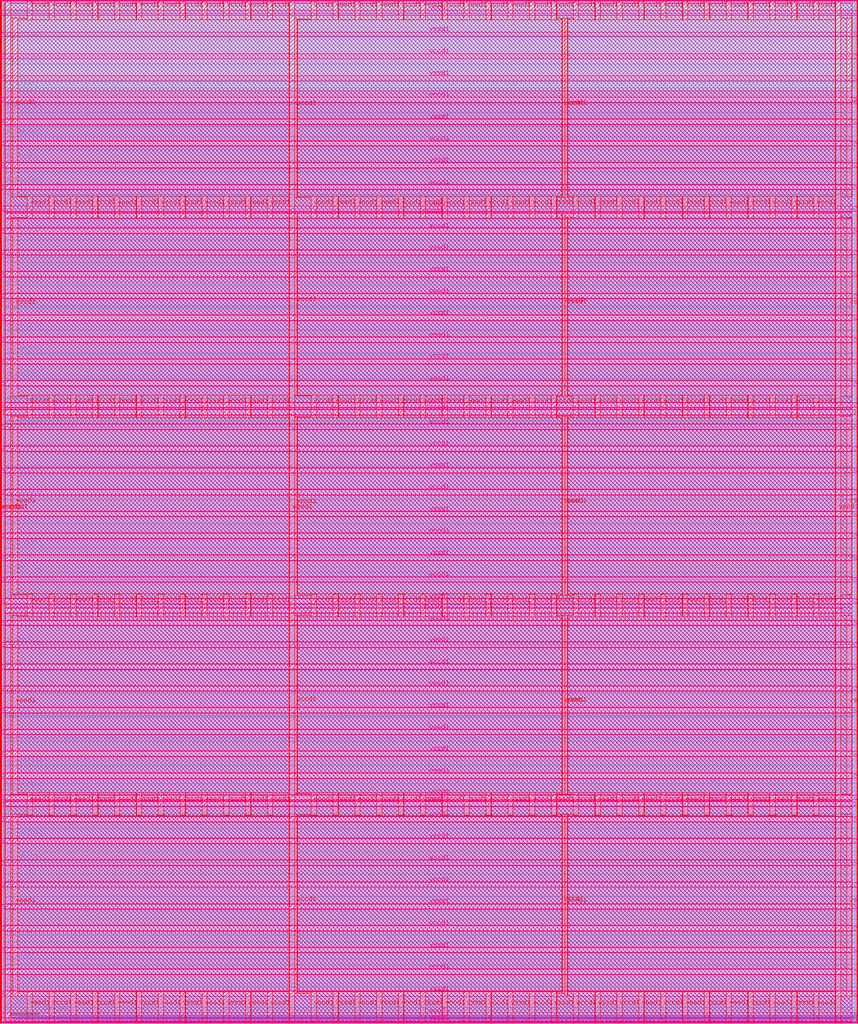
<source format=lef>
VERSION 5.7 ;
  NOWIREEXTENSIONATPIN ON ;
  DIVIDERCHAR "/" ;
  BUSBITCHARS "[]" ;
MACRO chaos_automaton
  CLASS BLOCK ;
  FOREIGN chaos_automaton ;
  ORIGIN 0.000 0.000 ;
  SIZE 3006.000 BY 3596.000 ;
  PIN io_in[0]
    DIRECTION INPUT ;
    USE SIGNAL ;
    PORT
      LAYER met3 ;
        RECT 3002.000 46.960 3006.000 47.560 ;
    END
  END io_in[0]
  PIN io_in[10]
    DIRECTION INPUT ;
    USE SIGNAL ;
    PORT
      LAYER met3 ;
        RECT 3002.000 2433.760 3006.000 2434.360 ;
    END
  END io_in[10]
  PIN io_in[11]
    DIRECTION INPUT ;
    USE SIGNAL ;
    PORT
      LAYER met3 ;
        RECT 3002.000 2672.440 3006.000 2673.040 ;
    END
  END io_in[11]
  PIN io_in[12]
    DIRECTION INPUT ;
    USE SIGNAL ;
    PORT
      LAYER met3 ;
        RECT 3002.000 2911.120 3006.000 2911.720 ;
    END
  END io_in[12]
  PIN io_in[13]
    DIRECTION INPUT ;
    USE SIGNAL ;
    PORT
      LAYER met3 ;
        RECT 3002.000 3149.800 3006.000 3150.400 ;
    END
  END io_in[13]
  PIN io_in[14]
    DIRECTION INPUT ;
    USE SIGNAL ;
    PORT
      LAYER met3 ;
        RECT 3002.000 3388.480 3006.000 3389.080 ;
    END
  END io_in[14]
  PIN io_in[15]
    DIRECTION INPUT ;
    USE SIGNAL ;
    PORT
      LAYER met2 ;
        RECT 2950.070 3592.000 2950.350 3596.000 ;
    END
  END io_in[15]
  PIN io_in[16]
    DIRECTION INPUT ;
    USE SIGNAL ;
    PORT
      LAYER met2 ;
        RECT 2616.110 3592.000 2616.390 3596.000 ;
    END
  END io_in[16]
  PIN io_in[17]
    DIRECTION INPUT ;
    USE SIGNAL ;
    PORT
      LAYER met2 ;
        RECT 2282.150 3592.000 2282.430 3596.000 ;
    END
  END io_in[17]
  PIN io_in[18]
    DIRECTION INPUT ;
    USE SIGNAL ;
    PORT
      LAYER met2 ;
        RECT 1948.190 3592.000 1948.470 3596.000 ;
    END
  END io_in[18]
  PIN io_in[19]
    DIRECTION INPUT ;
    USE SIGNAL ;
    PORT
      LAYER met2 ;
        RECT 1614.230 3592.000 1614.510 3596.000 ;
    END
  END io_in[19]
  PIN io_in[1]
    DIRECTION INPUT ;
    USE SIGNAL ;
    PORT
      LAYER met3 ;
        RECT 3002.000 285.640 3006.000 286.240 ;
    END
  END io_in[1]
  PIN io_in[20]
    DIRECTION INPUT ;
    USE SIGNAL ;
    PORT
      LAYER met2 ;
        RECT 1280.270 3592.000 1280.550 3596.000 ;
    END
  END io_in[20]
  PIN io_in[21]
    DIRECTION INPUT ;
    USE SIGNAL ;
    PORT
      LAYER met2 ;
        RECT 946.310 3592.000 946.590 3596.000 ;
    END
  END io_in[21]
  PIN io_in[22]
    DIRECTION INPUT ;
    USE SIGNAL ;
    PORT
      LAYER met2 ;
        RECT 612.350 3592.000 612.630 3596.000 ;
    END
  END io_in[22]
  PIN io_in[23]
    DIRECTION INPUT ;
    USE SIGNAL ;
    PORT
      LAYER met2 ;
        RECT 278.390 3592.000 278.670 3596.000 ;
    END
  END io_in[23]
  PIN io_in[24]
    DIRECTION INPUT ;
    USE SIGNAL ;
    PORT
      LAYER met3 ;
        RECT 0.000 3540.120 4.000 3540.720 ;
    END
  END io_in[24]
  PIN io_in[25]
    DIRECTION INPUT ;
    USE SIGNAL ;
    PORT
      LAYER met3 ;
        RECT 0.000 3285.120 4.000 3285.720 ;
    END
  END io_in[25]
  PIN io_in[26]
    DIRECTION INPUT ;
    USE SIGNAL ;
    PORT
      LAYER met3 ;
        RECT 0.000 3030.120 4.000 3030.720 ;
    END
  END io_in[26]
  PIN io_in[27]
    DIRECTION INPUT ;
    USE SIGNAL ;
    PORT
      LAYER met3 ;
        RECT 0.000 2775.120 4.000 2775.720 ;
    END
  END io_in[27]
  PIN io_in[28]
    DIRECTION INPUT ;
    USE SIGNAL ;
    PORT
      LAYER met3 ;
        RECT 0.000 2520.120 4.000 2520.720 ;
    END
  END io_in[28]
  PIN io_in[29]
    DIRECTION INPUT ;
    USE SIGNAL ;
    PORT
      LAYER met3 ;
        RECT 0.000 2265.120 4.000 2265.720 ;
    END
  END io_in[29]
  PIN io_in[2]
    DIRECTION INPUT ;
    USE SIGNAL ;
    PORT
      LAYER met3 ;
        RECT 3002.000 524.320 3006.000 524.920 ;
    END
  END io_in[2]
  PIN io_in[30]
    DIRECTION INPUT ;
    USE SIGNAL ;
    PORT
      LAYER met3 ;
        RECT 0.000 2010.120 4.000 2010.720 ;
    END
  END io_in[30]
  PIN io_in[31]
    DIRECTION INPUT ;
    USE SIGNAL ;
    PORT
      LAYER met3 ;
        RECT 0.000 1755.120 4.000 1755.720 ;
    END
  END io_in[31]
  PIN io_in[32]
    DIRECTION INPUT ;
    USE SIGNAL ;
    PORT
      LAYER met3 ;
        RECT 0.000 1500.120 4.000 1500.720 ;
    END
  END io_in[32]
  PIN io_in[33]
    DIRECTION INPUT ;
    USE SIGNAL ;
    PORT
      LAYER met3 ;
        RECT 0.000 1245.120 4.000 1245.720 ;
    END
  END io_in[33]
  PIN io_in[34]
    DIRECTION INPUT ;
    USE SIGNAL ;
    PORT
      LAYER met3 ;
        RECT 0.000 990.120 4.000 990.720 ;
    END
  END io_in[34]
  PIN io_in[35]
    DIRECTION INPUT ;
    USE SIGNAL ;
    PORT
      LAYER met3 ;
        RECT 0.000 735.120 4.000 735.720 ;
    END
  END io_in[35]
  PIN io_in[36]
    DIRECTION INPUT ;
    USE SIGNAL ;
    PORT
      LAYER met3 ;
        RECT 0.000 480.120 4.000 480.720 ;
    END
  END io_in[36]
  PIN io_in[37]
    DIRECTION INPUT ;
    USE SIGNAL ;
    PORT
      LAYER met3 ;
        RECT 0.000 225.120 4.000 225.720 ;
    END
  END io_in[37]
  PIN io_in[3]
    DIRECTION INPUT ;
    USE SIGNAL ;
    PORT
      LAYER met3 ;
        RECT 3002.000 763.000 3006.000 763.600 ;
    END
  END io_in[3]
  PIN io_in[4]
    DIRECTION INPUT ;
    USE SIGNAL ;
    PORT
      LAYER met3 ;
        RECT 3002.000 1001.680 3006.000 1002.280 ;
    END
  END io_in[4]
  PIN io_in[5]
    DIRECTION INPUT ;
    USE SIGNAL ;
    PORT
      LAYER met3 ;
        RECT 3002.000 1240.360 3006.000 1240.960 ;
    END
  END io_in[5]
  PIN io_in[6]
    DIRECTION INPUT ;
    USE SIGNAL ;
    PORT
      LAYER met3 ;
        RECT 3002.000 1479.040 3006.000 1479.640 ;
    END
  END io_in[6]
  PIN io_in[7]
    DIRECTION INPUT ;
    USE SIGNAL ;
    PORT
      LAYER met3 ;
        RECT 3002.000 1717.720 3006.000 1718.320 ;
    END
  END io_in[7]
  PIN io_in[8]
    DIRECTION INPUT ;
    USE SIGNAL ;
    PORT
      LAYER met3 ;
        RECT 3002.000 1956.400 3006.000 1957.000 ;
    END
  END io_in[8]
  PIN io_in[9]
    DIRECTION INPUT ;
    USE SIGNAL ;
    PORT
      LAYER met3 ;
        RECT 3002.000 2195.080 3006.000 2195.680 ;
    END
  END io_in[9]
  PIN io_oeb[0]
    DIRECTION OUTPUT TRISTATE ;
    USE SIGNAL ;
    PORT
      LAYER met3 ;
        RECT 3002.000 206.080 3006.000 206.680 ;
    END
  END io_oeb[0]
  PIN io_oeb[10]
    DIRECTION OUTPUT TRISTATE ;
    USE SIGNAL ;
    PORT
      LAYER met3 ;
        RECT 3002.000 2592.880 3006.000 2593.480 ;
    END
  END io_oeb[10]
  PIN io_oeb[11]
    DIRECTION OUTPUT TRISTATE ;
    USE SIGNAL ;
    PORT
      LAYER met3 ;
        RECT 3002.000 2831.560 3006.000 2832.160 ;
    END
  END io_oeb[11]
  PIN io_oeb[12]
    DIRECTION OUTPUT TRISTATE ;
    USE SIGNAL ;
    PORT
      LAYER met3 ;
        RECT 3002.000 3070.240 3006.000 3070.840 ;
    END
  END io_oeb[12]
  PIN io_oeb[13]
    DIRECTION OUTPUT TRISTATE ;
    USE SIGNAL ;
    PORT
      LAYER met3 ;
        RECT 3002.000 3308.920 3006.000 3309.520 ;
    END
  END io_oeb[13]
  PIN io_oeb[14]
    DIRECTION OUTPUT TRISTATE ;
    USE SIGNAL ;
    PORT
      LAYER met3 ;
        RECT 3002.000 3547.600 3006.000 3548.200 ;
    END
  END io_oeb[14]
  PIN io_oeb[15]
    DIRECTION OUTPUT TRISTATE ;
    USE SIGNAL ;
    PORT
      LAYER met2 ;
        RECT 2727.430 3592.000 2727.710 3596.000 ;
    END
  END io_oeb[15]
  PIN io_oeb[16]
    DIRECTION OUTPUT TRISTATE ;
    USE SIGNAL ;
    PORT
      LAYER met2 ;
        RECT 2393.470 3592.000 2393.750 3596.000 ;
    END
  END io_oeb[16]
  PIN io_oeb[17]
    DIRECTION OUTPUT TRISTATE ;
    USE SIGNAL ;
    PORT
      LAYER met2 ;
        RECT 2059.510 3592.000 2059.790 3596.000 ;
    END
  END io_oeb[17]
  PIN io_oeb[18]
    DIRECTION OUTPUT TRISTATE ;
    USE SIGNAL ;
    PORT
      LAYER met2 ;
        RECT 1725.550 3592.000 1725.830 3596.000 ;
    END
  END io_oeb[18]
  PIN io_oeb[19]
    DIRECTION OUTPUT TRISTATE ;
    USE SIGNAL ;
    PORT
      LAYER met2 ;
        RECT 1391.590 3592.000 1391.870 3596.000 ;
    END
  END io_oeb[19]
  PIN io_oeb[1]
    DIRECTION OUTPUT TRISTATE ;
    USE SIGNAL ;
    PORT
      LAYER met3 ;
        RECT 3002.000 444.760 3006.000 445.360 ;
    END
  END io_oeb[1]
  PIN io_oeb[20]
    DIRECTION OUTPUT TRISTATE ;
    USE SIGNAL ;
    PORT
      LAYER met2 ;
        RECT 1057.630 3592.000 1057.910 3596.000 ;
    END
  END io_oeb[20]
  PIN io_oeb[21]
    DIRECTION OUTPUT TRISTATE ;
    USE SIGNAL ;
    PORT
      LAYER met2 ;
        RECT 723.670 3592.000 723.950 3596.000 ;
    END
  END io_oeb[21]
  PIN io_oeb[22]
    DIRECTION OUTPUT TRISTATE ;
    USE SIGNAL ;
    PORT
      LAYER met2 ;
        RECT 389.710 3592.000 389.990 3596.000 ;
    END
  END io_oeb[22]
  PIN io_oeb[23]
    DIRECTION OUTPUT TRISTATE ;
    USE SIGNAL ;
    PORT
      LAYER met2 ;
        RECT 55.750 3592.000 56.030 3596.000 ;
    END
  END io_oeb[23]
  PIN io_oeb[24]
    DIRECTION OUTPUT TRISTATE ;
    USE SIGNAL ;
    PORT
      LAYER met3 ;
        RECT 0.000 3370.120 4.000 3370.720 ;
    END
  END io_oeb[24]
  PIN io_oeb[25]
    DIRECTION OUTPUT TRISTATE ;
    USE SIGNAL ;
    PORT
      LAYER met3 ;
        RECT 0.000 3115.120 4.000 3115.720 ;
    END
  END io_oeb[25]
  PIN io_oeb[26]
    DIRECTION OUTPUT TRISTATE ;
    USE SIGNAL ;
    PORT
      LAYER met3 ;
        RECT 0.000 2860.120 4.000 2860.720 ;
    END
  END io_oeb[26]
  PIN io_oeb[27]
    DIRECTION OUTPUT TRISTATE ;
    USE SIGNAL ;
    PORT
      LAYER met3 ;
        RECT 0.000 2605.120 4.000 2605.720 ;
    END
  END io_oeb[27]
  PIN io_oeb[28]
    DIRECTION OUTPUT TRISTATE ;
    USE SIGNAL ;
    PORT
      LAYER met3 ;
        RECT 0.000 2350.120 4.000 2350.720 ;
    END
  END io_oeb[28]
  PIN io_oeb[29]
    DIRECTION OUTPUT TRISTATE ;
    USE SIGNAL ;
    PORT
      LAYER met3 ;
        RECT 0.000 2095.120 4.000 2095.720 ;
    END
  END io_oeb[29]
  PIN io_oeb[2]
    DIRECTION OUTPUT TRISTATE ;
    USE SIGNAL ;
    PORT
      LAYER met3 ;
        RECT 3002.000 683.440 3006.000 684.040 ;
    END
  END io_oeb[2]
  PIN io_oeb[30]
    DIRECTION OUTPUT TRISTATE ;
    USE SIGNAL ;
    PORT
      LAYER met3 ;
        RECT 0.000 1840.120 4.000 1840.720 ;
    END
  END io_oeb[30]
  PIN io_oeb[31]
    DIRECTION OUTPUT TRISTATE ;
    USE SIGNAL ;
    PORT
      LAYER met3 ;
        RECT 0.000 1585.120 4.000 1585.720 ;
    END
  END io_oeb[31]
  PIN io_oeb[32]
    DIRECTION OUTPUT TRISTATE ;
    USE SIGNAL ;
    PORT
      LAYER met3 ;
        RECT 0.000 1330.120 4.000 1330.720 ;
    END
  END io_oeb[32]
  PIN io_oeb[33]
    DIRECTION OUTPUT TRISTATE ;
    USE SIGNAL ;
    PORT
      LAYER met3 ;
        RECT 0.000 1075.120 4.000 1075.720 ;
    END
  END io_oeb[33]
  PIN io_oeb[34]
    DIRECTION OUTPUT TRISTATE ;
    USE SIGNAL ;
    PORT
      LAYER met3 ;
        RECT 0.000 820.120 4.000 820.720 ;
    END
  END io_oeb[34]
  PIN io_oeb[35]
    DIRECTION OUTPUT TRISTATE ;
    USE SIGNAL ;
    PORT
      LAYER met3 ;
        RECT 0.000 565.120 4.000 565.720 ;
    END
  END io_oeb[35]
  PIN io_oeb[36]
    DIRECTION OUTPUT TRISTATE ;
    USE SIGNAL ;
    PORT
      LAYER met3 ;
        RECT 0.000 310.120 4.000 310.720 ;
    END
  END io_oeb[36]
  PIN io_oeb[37]
    DIRECTION OUTPUT TRISTATE ;
    USE SIGNAL ;
    PORT
      LAYER met3 ;
        RECT 0.000 55.120 4.000 55.720 ;
    END
  END io_oeb[37]
  PIN io_oeb[3]
    DIRECTION OUTPUT TRISTATE ;
    USE SIGNAL ;
    PORT
      LAYER met3 ;
        RECT 3002.000 922.120 3006.000 922.720 ;
    END
  END io_oeb[3]
  PIN io_oeb[4]
    DIRECTION OUTPUT TRISTATE ;
    USE SIGNAL ;
    PORT
      LAYER met3 ;
        RECT 3002.000 1160.800 3006.000 1161.400 ;
    END
  END io_oeb[4]
  PIN io_oeb[5]
    DIRECTION OUTPUT TRISTATE ;
    USE SIGNAL ;
    PORT
      LAYER met3 ;
        RECT 3002.000 1399.480 3006.000 1400.080 ;
    END
  END io_oeb[5]
  PIN io_oeb[6]
    DIRECTION OUTPUT TRISTATE ;
    USE SIGNAL ;
    PORT
      LAYER met3 ;
        RECT 3002.000 1638.160 3006.000 1638.760 ;
    END
  END io_oeb[6]
  PIN io_oeb[7]
    DIRECTION OUTPUT TRISTATE ;
    USE SIGNAL ;
    PORT
      LAYER met3 ;
        RECT 3002.000 1876.840 3006.000 1877.440 ;
    END
  END io_oeb[7]
  PIN io_oeb[8]
    DIRECTION OUTPUT TRISTATE ;
    USE SIGNAL ;
    PORT
      LAYER met3 ;
        RECT 3002.000 2115.520 3006.000 2116.120 ;
    END
  END io_oeb[8]
  PIN io_oeb[9]
    DIRECTION OUTPUT TRISTATE ;
    USE SIGNAL ;
    PORT
      LAYER met3 ;
        RECT 3002.000 2354.200 3006.000 2354.800 ;
    END
  END io_oeb[9]
  PIN io_out[0]
    DIRECTION OUTPUT TRISTATE ;
    USE SIGNAL ;
    PORT
      LAYER met3 ;
        RECT 3002.000 126.520 3006.000 127.120 ;
    END
  END io_out[0]
  PIN io_out[10]
    DIRECTION OUTPUT TRISTATE ;
    USE SIGNAL ;
    PORT
      LAYER met3 ;
        RECT 3002.000 2513.320 3006.000 2513.920 ;
    END
  END io_out[10]
  PIN io_out[11]
    DIRECTION OUTPUT TRISTATE ;
    USE SIGNAL ;
    PORT
      LAYER met3 ;
        RECT 3002.000 2752.000 3006.000 2752.600 ;
    END
  END io_out[11]
  PIN io_out[12]
    DIRECTION OUTPUT TRISTATE ;
    USE SIGNAL ;
    PORT
      LAYER met3 ;
        RECT 3002.000 2990.680 3006.000 2991.280 ;
    END
  END io_out[12]
  PIN io_out[13]
    DIRECTION OUTPUT TRISTATE ;
    USE SIGNAL ;
    PORT
      LAYER met3 ;
        RECT 3002.000 3229.360 3006.000 3229.960 ;
    END
  END io_out[13]
  PIN io_out[14]
    DIRECTION OUTPUT TRISTATE ;
    USE SIGNAL ;
    PORT
      LAYER met3 ;
        RECT 3002.000 3468.040 3006.000 3468.640 ;
    END
  END io_out[14]
  PIN io_out[15]
    DIRECTION OUTPUT TRISTATE ;
    USE SIGNAL ;
    PORT
      LAYER met2 ;
        RECT 2838.750 3592.000 2839.030 3596.000 ;
    END
  END io_out[15]
  PIN io_out[16]
    DIRECTION OUTPUT TRISTATE ;
    USE SIGNAL ;
    PORT
      LAYER met2 ;
        RECT 2504.790 3592.000 2505.070 3596.000 ;
    END
  END io_out[16]
  PIN io_out[17]
    DIRECTION OUTPUT TRISTATE ;
    USE SIGNAL ;
    PORT
      LAYER met2 ;
        RECT 2170.830 3592.000 2171.110 3596.000 ;
    END
  END io_out[17]
  PIN io_out[18]
    DIRECTION OUTPUT TRISTATE ;
    USE SIGNAL ;
    PORT
      LAYER met2 ;
        RECT 1836.870 3592.000 1837.150 3596.000 ;
    END
  END io_out[18]
  PIN io_out[19]
    DIRECTION OUTPUT TRISTATE ;
    USE SIGNAL ;
    PORT
      LAYER met2 ;
        RECT 1502.910 3592.000 1503.190 3596.000 ;
    END
  END io_out[19]
  PIN io_out[1]
    DIRECTION OUTPUT TRISTATE ;
    USE SIGNAL ;
    PORT
      LAYER met3 ;
        RECT 3002.000 365.200 3006.000 365.800 ;
    END
  END io_out[1]
  PIN io_out[20]
    DIRECTION OUTPUT TRISTATE ;
    USE SIGNAL ;
    PORT
      LAYER met2 ;
        RECT 1168.950 3592.000 1169.230 3596.000 ;
    END
  END io_out[20]
  PIN io_out[21]
    DIRECTION OUTPUT TRISTATE ;
    USE SIGNAL ;
    PORT
      LAYER met2 ;
        RECT 834.990 3592.000 835.270 3596.000 ;
    END
  END io_out[21]
  PIN io_out[22]
    DIRECTION OUTPUT TRISTATE ;
    USE SIGNAL ;
    PORT
      LAYER met2 ;
        RECT 501.030 3592.000 501.310 3596.000 ;
    END
  END io_out[22]
  PIN io_out[23]
    DIRECTION OUTPUT TRISTATE ;
    USE SIGNAL ;
    PORT
      LAYER met2 ;
        RECT 167.070 3592.000 167.350 3596.000 ;
    END
  END io_out[23]
  PIN io_out[24]
    DIRECTION OUTPUT TRISTATE ;
    USE SIGNAL ;
    PORT
      LAYER met3 ;
        RECT 0.000 3455.120 4.000 3455.720 ;
    END
  END io_out[24]
  PIN io_out[25]
    DIRECTION OUTPUT TRISTATE ;
    USE SIGNAL ;
    PORT
      LAYER met3 ;
        RECT 0.000 3200.120 4.000 3200.720 ;
    END
  END io_out[25]
  PIN io_out[26]
    DIRECTION OUTPUT TRISTATE ;
    USE SIGNAL ;
    PORT
      LAYER met3 ;
        RECT 0.000 2945.120 4.000 2945.720 ;
    END
  END io_out[26]
  PIN io_out[27]
    DIRECTION OUTPUT TRISTATE ;
    USE SIGNAL ;
    PORT
      LAYER met3 ;
        RECT 0.000 2690.120 4.000 2690.720 ;
    END
  END io_out[27]
  PIN io_out[28]
    DIRECTION OUTPUT TRISTATE ;
    USE SIGNAL ;
    PORT
      LAYER met3 ;
        RECT 0.000 2435.120 4.000 2435.720 ;
    END
  END io_out[28]
  PIN io_out[29]
    DIRECTION OUTPUT TRISTATE ;
    USE SIGNAL ;
    PORT
      LAYER met3 ;
        RECT 0.000 2180.120 4.000 2180.720 ;
    END
  END io_out[29]
  PIN io_out[2]
    DIRECTION OUTPUT TRISTATE ;
    USE SIGNAL ;
    PORT
      LAYER met3 ;
        RECT 3002.000 603.880 3006.000 604.480 ;
    END
  END io_out[2]
  PIN io_out[30]
    DIRECTION OUTPUT TRISTATE ;
    USE SIGNAL ;
    PORT
      LAYER met3 ;
        RECT 0.000 1925.120 4.000 1925.720 ;
    END
  END io_out[30]
  PIN io_out[31]
    DIRECTION OUTPUT TRISTATE ;
    USE SIGNAL ;
    PORT
      LAYER met3 ;
        RECT 0.000 1670.120 4.000 1670.720 ;
    END
  END io_out[31]
  PIN io_out[32]
    DIRECTION OUTPUT TRISTATE ;
    USE SIGNAL ;
    PORT
      LAYER met3 ;
        RECT 0.000 1415.120 4.000 1415.720 ;
    END
  END io_out[32]
  PIN io_out[33]
    DIRECTION OUTPUT TRISTATE ;
    USE SIGNAL ;
    PORT
      LAYER met3 ;
        RECT 0.000 1160.120 4.000 1160.720 ;
    END
  END io_out[33]
  PIN io_out[34]
    DIRECTION OUTPUT TRISTATE ;
    USE SIGNAL ;
    PORT
      LAYER met3 ;
        RECT 0.000 905.120 4.000 905.720 ;
    END
  END io_out[34]
  PIN io_out[35]
    DIRECTION OUTPUT TRISTATE ;
    USE SIGNAL ;
    PORT
      LAYER met3 ;
        RECT 0.000 650.120 4.000 650.720 ;
    END
  END io_out[35]
  PIN io_out[36]
    DIRECTION OUTPUT TRISTATE ;
    USE SIGNAL ;
    PORT
      LAYER met3 ;
        RECT 0.000 395.120 4.000 395.720 ;
    END
  END io_out[36]
  PIN io_out[37]
    DIRECTION OUTPUT TRISTATE ;
    USE SIGNAL ;
    PORT
      LAYER met3 ;
        RECT 0.000 140.120 4.000 140.720 ;
    END
  END io_out[37]
  PIN io_out[3]
    DIRECTION OUTPUT TRISTATE ;
    USE SIGNAL ;
    PORT
      LAYER met3 ;
        RECT 3002.000 842.560 3006.000 843.160 ;
    END
  END io_out[3]
  PIN io_out[4]
    DIRECTION OUTPUT TRISTATE ;
    USE SIGNAL ;
    PORT
      LAYER met3 ;
        RECT 3002.000 1081.240 3006.000 1081.840 ;
    END
  END io_out[4]
  PIN io_out[5]
    DIRECTION OUTPUT TRISTATE ;
    USE SIGNAL ;
    PORT
      LAYER met3 ;
        RECT 3002.000 1319.920 3006.000 1320.520 ;
    END
  END io_out[5]
  PIN io_out[6]
    DIRECTION OUTPUT TRISTATE ;
    USE SIGNAL ;
    PORT
      LAYER met3 ;
        RECT 3002.000 1558.600 3006.000 1559.200 ;
    END
  END io_out[6]
  PIN io_out[7]
    DIRECTION OUTPUT TRISTATE ;
    USE SIGNAL ;
    PORT
      LAYER met3 ;
        RECT 3002.000 1797.280 3006.000 1797.880 ;
    END
  END io_out[7]
  PIN io_out[8]
    DIRECTION OUTPUT TRISTATE ;
    USE SIGNAL ;
    PORT
      LAYER met3 ;
        RECT 3002.000 2035.960 3006.000 2036.560 ;
    END
  END io_out[8]
  PIN io_out[9]
    DIRECTION OUTPUT TRISTATE ;
    USE SIGNAL ;
    PORT
      LAYER met3 ;
        RECT 3002.000 2274.640 3006.000 2275.240 ;
    END
  END io_out[9]
  PIN irq[0]
    DIRECTION OUTPUT TRISTATE ;
    USE SIGNAL ;
    PORT
      LAYER met2 ;
        RECT 2962.030 0.000 2962.310 4.000 ;
    END
  END irq[0]
  PIN irq[1]
    DIRECTION OUTPUT TRISTATE ;
    USE SIGNAL ;
    PORT
      LAYER met2 ;
        RECT 2968.010 0.000 2968.290 4.000 ;
    END
  END irq[1]
  PIN irq[2]
    DIRECTION OUTPUT TRISTATE ;
    USE SIGNAL ;
    PORT
      LAYER met2 ;
        RECT 2973.990 0.000 2974.270 4.000 ;
    END
  END irq[2]
  PIN la_data_in[0]
    DIRECTION INPUT ;
    USE SIGNAL ;
    PORT
      LAYER met2 ;
        RECT 665.710 0.000 665.990 4.000 ;
    END
  END la_data_in[0]
  PIN la_data_in[100]
    DIRECTION INPUT ;
    USE SIGNAL ;
    PORT
      LAYER met2 ;
        RECT 2459.710 0.000 2459.990 4.000 ;
    END
  END la_data_in[100]
  PIN la_data_in[101]
    DIRECTION INPUT ;
    USE SIGNAL ;
    PORT
      LAYER met2 ;
        RECT 2477.650 0.000 2477.930 4.000 ;
    END
  END la_data_in[101]
  PIN la_data_in[102]
    DIRECTION INPUT ;
    USE SIGNAL ;
    PORT
      LAYER met2 ;
        RECT 2495.590 0.000 2495.870 4.000 ;
    END
  END la_data_in[102]
  PIN la_data_in[103]
    DIRECTION INPUT ;
    USE SIGNAL ;
    PORT
      LAYER met2 ;
        RECT 2513.530 0.000 2513.810 4.000 ;
    END
  END la_data_in[103]
  PIN la_data_in[104]
    DIRECTION INPUT ;
    USE SIGNAL ;
    PORT
      LAYER met2 ;
        RECT 2531.470 0.000 2531.750 4.000 ;
    END
  END la_data_in[104]
  PIN la_data_in[105]
    DIRECTION INPUT ;
    USE SIGNAL ;
    PORT
      LAYER met2 ;
        RECT 2549.410 0.000 2549.690 4.000 ;
    END
  END la_data_in[105]
  PIN la_data_in[106]
    DIRECTION INPUT ;
    USE SIGNAL ;
    PORT
      LAYER met2 ;
        RECT 2567.350 0.000 2567.630 4.000 ;
    END
  END la_data_in[106]
  PIN la_data_in[107]
    DIRECTION INPUT ;
    USE SIGNAL ;
    PORT
      LAYER met2 ;
        RECT 2585.290 0.000 2585.570 4.000 ;
    END
  END la_data_in[107]
  PIN la_data_in[108]
    DIRECTION INPUT ;
    USE SIGNAL ;
    PORT
      LAYER met2 ;
        RECT 2603.230 0.000 2603.510 4.000 ;
    END
  END la_data_in[108]
  PIN la_data_in[109]
    DIRECTION INPUT ;
    USE SIGNAL ;
    PORT
      LAYER met2 ;
        RECT 2621.170 0.000 2621.450 4.000 ;
    END
  END la_data_in[109]
  PIN la_data_in[10]
    DIRECTION INPUT ;
    USE SIGNAL ;
    PORT
      LAYER met2 ;
        RECT 845.110 0.000 845.390 4.000 ;
    END
  END la_data_in[10]
  PIN la_data_in[110]
    DIRECTION INPUT ;
    USE SIGNAL ;
    PORT
      LAYER met2 ;
        RECT 2639.110 0.000 2639.390 4.000 ;
    END
  END la_data_in[110]
  PIN la_data_in[111]
    DIRECTION INPUT ;
    USE SIGNAL ;
    PORT
      LAYER met2 ;
        RECT 2657.050 0.000 2657.330 4.000 ;
    END
  END la_data_in[111]
  PIN la_data_in[112]
    DIRECTION INPUT ;
    USE SIGNAL ;
    PORT
      LAYER met2 ;
        RECT 2674.990 0.000 2675.270 4.000 ;
    END
  END la_data_in[112]
  PIN la_data_in[113]
    DIRECTION INPUT ;
    USE SIGNAL ;
    PORT
      LAYER met2 ;
        RECT 2692.930 0.000 2693.210 4.000 ;
    END
  END la_data_in[113]
  PIN la_data_in[114]
    DIRECTION INPUT ;
    USE SIGNAL ;
    PORT
      LAYER met2 ;
        RECT 2710.870 0.000 2711.150 4.000 ;
    END
  END la_data_in[114]
  PIN la_data_in[115]
    DIRECTION INPUT ;
    USE SIGNAL ;
    PORT
      LAYER met2 ;
        RECT 2728.810 0.000 2729.090 4.000 ;
    END
  END la_data_in[115]
  PIN la_data_in[116]
    DIRECTION INPUT ;
    USE SIGNAL ;
    PORT
      LAYER met2 ;
        RECT 2746.750 0.000 2747.030 4.000 ;
    END
  END la_data_in[116]
  PIN la_data_in[117]
    DIRECTION INPUT ;
    USE SIGNAL ;
    PORT
      LAYER met2 ;
        RECT 2764.690 0.000 2764.970 4.000 ;
    END
  END la_data_in[117]
  PIN la_data_in[118]
    DIRECTION INPUT ;
    USE SIGNAL ;
    PORT
      LAYER met2 ;
        RECT 2782.630 0.000 2782.910 4.000 ;
    END
  END la_data_in[118]
  PIN la_data_in[119]
    DIRECTION INPUT ;
    USE SIGNAL ;
    PORT
      LAYER met2 ;
        RECT 2800.570 0.000 2800.850 4.000 ;
    END
  END la_data_in[119]
  PIN la_data_in[11]
    DIRECTION INPUT ;
    USE SIGNAL ;
    PORT
      LAYER met2 ;
        RECT 863.050 0.000 863.330 4.000 ;
    END
  END la_data_in[11]
  PIN la_data_in[120]
    DIRECTION INPUT ;
    USE SIGNAL ;
    PORT
      LAYER met2 ;
        RECT 2818.510 0.000 2818.790 4.000 ;
    END
  END la_data_in[120]
  PIN la_data_in[121]
    DIRECTION INPUT ;
    USE SIGNAL ;
    PORT
      LAYER met2 ;
        RECT 2836.450 0.000 2836.730 4.000 ;
    END
  END la_data_in[121]
  PIN la_data_in[122]
    DIRECTION INPUT ;
    USE SIGNAL ;
    PORT
      LAYER met2 ;
        RECT 2854.390 0.000 2854.670 4.000 ;
    END
  END la_data_in[122]
  PIN la_data_in[123]
    DIRECTION INPUT ;
    USE SIGNAL ;
    PORT
      LAYER met2 ;
        RECT 2872.330 0.000 2872.610 4.000 ;
    END
  END la_data_in[123]
  PIN la_data_in[124]
    DIRECTION INPUT ;
    USE SIGNAL ;
    PORT
      LAYER met2 ;
        RECT 2890.270 0.000 2890.550 4.000 ;
    END
  END la_data_in[124]
  PIN la_data_in[125]
    DIRECTION INPUT ;
    USE SIGNAL ;
    PORT
      LAYER met2 ;
        RECT 2908.210 0.000 2908.490 4.000 ;
    END
  END la_data_in[125]
  PIN la_data_in[126]
    DIRECTION INPUT ;
    USE SIGNAL ;
    PORT
      LAYER met2 ;
        RECT 2926.150 0.000 2926.430 4.000 ;
    END
  END la_data_in[126]
  PIN la_data_in[127]
    DIRECTION INPUT ;
    USE SIGNAL ;
    PORT
      LAYER met2 ;
        RECT 2944.090 0.000 2944.370 4.000 ;
    END
  END la_data_in[127]
  PIN la_data_in[12]
    DIRECTION INPUT ;
    USE SIGNAL ;
    PORT
      LAYER met2 ;
        RECT 880.990 0.000 881.270 4.000 ;
    END
  END la_data_in[12]
  PIN la_data_in[13]
    DIRECTION INPUT ;
    USE SIGNAL ;
    PORT
      LAYER met2 ;
        RECT 898.930 0.000 899.210 4.000 ;
    END
  END la_data_in[13]
  PIN la_data_in[14]
    DIRECTION INPUT ;
    USE SIGNAL ;
    PORT
      LAYER met2 ;
        RECT 916.870 0.000 917.150 4.000 ;
    END
  END la_data_in[14]
  PIN la_data_in[15]
    DIRECTION INPUT ;
    USE SIGNAL ;
    PORT
      LAYER met2 ;
        RECT 934.810 0.000 935.090 4.000 ;
    END
  END la_data_in[15]
  PIN la_data_in[16]
    DIRECTION INPUT ;
    USE SIGNAL ;
    PORT
      LAYER met2 ;
        RECT 952.750 0.000 953.030 4.000 ;
    END
  END la_data_in[16]
  PIN la_data_in[17]
    DIRECTION INPUT ;
    USE SIGNAL ;
    PORT
      LAYER met2 ;
        RECT 970.690 0.000 970.970 4.000 ;
    END
  END la_data_in[17]
  PIN la_data_in[18]
    DIRECTION INPUT ;
    USE SIGNAL ;
    PORT
      LAYER met2 ;
        RECT 988.630 0.000 988.910 4.000 ;
    END
  END la_data_in[18]
  PIN la_data_in[19]
    DIRECTION INPUT ;
    USE SIGNAL ;
    PORT
      LAYER met2 ;
        RECT 1006.570 0.000 1006.850 4.000 ;
    END
  END la_data_in[19]
  PIN la_data_in[1]
    DIRECTION INPUT ;
    USE SIGNAL ;
    PORT
      LAYER met2 ;
        RECT 683.650 0.000 683.930 4.000 ;
    END
  END la_data_in[1]
  PIN la_data_in[20]
    DIRECTION INPUT ;
    USE SIGNAL ;
    PORT
      LAYER met2 ;
        RECT 1024.510 0.000 1024.790 4.000 ;
    END
  END la_data_in[20]
  PIN la_data_in[21]
    DIRECTION INPUT ;
    USE SIGNAL ;
    PORT
      LAYER met2 ;
        RECT 1042.450 0.000 1042.730 4.000 ;
    END
  END la_data_in[21]
  PIN la_data_in[22]
    DIRECTION INPUT ;
    USE SIGNAL ;
    PORT
      LAYER met2 ;
        RECT 1060.390 0.000 1060.670 4.000 ;
    END
  END la_data_in[22]
  PIN la_data_in[23]
    DIRECTION INPUT ;
    USE SIGNAL ;
    PORT
      LAYER met2 ;
        RECT 1078.330 0.000 1078.610 4.000 ;
    END
  END la_data_in[23]
  PIN la_data_in[24]
    DIRECTION INPUT ;
    USE SIGNAL ;
    PORT
      LAYER met2 ;
        RECT 1096.270 0.000 1096.550 4.000 ;
    END
  END la_data_in[24]
  PIN la_data_in[25]
    DIRECTION INPUT ;
    USE SIGNAL ;
    PORT
      LAYER met2 ;
        RECT 1114.210 0.000 1114.490 4.000 ;
    END
  END la_data_in[25]
  PIN la_data_in[26]
    DIRECTION INPUT ;
    USE SIGNAL ;
    PORT
      LAYER met2 ;
        RECT 1132.150 0.000 1132.430 4.000 ;
    END
  END la_data_in[26]
  PIN la_data_in[27]
    DIRECTION INPUT ;
    USE SIGNAL ;
    PORT
      LAYER met2 ;
        RECT 1150.090 0.000 1150.370 4.000 ;
    END
  END la_data_in[27]
  PIN la_data_in[28]
    DIRECTION INPUT ;
    USE SIGNAL ;
    PORT
      LAYER met2 ;
        RECT 1168.030 0.000 1168.310 4.000 ;
    END
  END la_data_in[28]
  PIN la_data_in[29]
    DIRECTION INPUT ;
    USE SIGNAL ;
    PORT
      LAYER met2 ;
        RECT 1185.970 0.000 1186.250 4.000 ;
    END
  END la_data_in[29]
  PIN la_data_in[2]
    DIRECTION INPUT ;
    USE SIGNAL ;
    PORT
      LAYER met2 ;
        RECT 701.590 0.000 701.870 4.000 ;
    END
  END la_data_in[2]
  PIN la_data_in[30]
    DIRECTION INPUT ;
    USE SIGNAL ;
    PORT
      LAYER met2 ;
        RECT 1203.910 0.000 1204.190 4.000 ;
    END
  END la_data_in[30]
  PIN la_data_in[31]
    DIRECTION INPUT ;
    USE SIGNAL ;
    PORT
      LAYER met2 ;
        RECT 1221.850 0.000 1222.130 4.000 ;
    END
  END la_data_in[31]
  PIN la_data_in[32]
    DIRECTION INPUT ;
    USE SIGNAL ;
    PORT
      LAYER met2 ;
        RECT 1239.790 0.000 1240.070 4.000 ;
    END
  END la_data_in[32]
  PIN la_data_in[33]
    DIRECTION INPUT ;
    USE SIGNAL ;
    PORT
      LAYER met2 ;
        RECT 1257.730 0.000 1258.010 4.000 ;
    END
  END la_data_in[33]
  PIN la_data_in[34]
    DIRECTION INPUT ;
    USE SIGNAL ;
    PORT
      LAYER met2 ;
        RECT 1275.670 0.000 1275.950 4.000 ;
    END
  END la_data_in[34]
  PIN la_data_in[35]
    DIRECTION INPUT ;
    USE SIGNAL ;
    PORT
      LAYER met2 ;
        RECT 1293.610 0.000 1293.890 4.000 ;
    END
  END la_data_in[35]
  PIN la_data_in[36]
    DIRECTION INPUT ;
    USE SIGNAL ;
    PORT
      LAYER met2 ;
        RECT 1311.550 0.000 1311.830 4.000 ;
    END
  END la_data_in[36]
  PIN la_data_in[37]
    DIRECTION INPUT ;
    USE SIGNAL ;
    PORT
      LAYER met2 ;
        RECT 1329.490 0.000 1329.770 4.000 ;
    END
  END la_data_in[37]
  PIN la_data_in[38]
    DIRECTION INPUT ;
    USE SIGNAL ;
    PORT
      LAYER met2 ;
        RECT 1347.430 0.000 1347.710 4.000 ;
    END
  END la_data_in[38]
  PIN la_data_in[39]
    DIRECTION INPUT ;
    USE SIGNAL ;
    PORT
      LAYER met2 ;
        RECT 1365.370 0.000 1365.650 4.000 ;
    END
  END la_data_in[39]
  PIN la_data_in[3]
    DIRECTION INPUT ;
    USE SIGNAL ;
    PORT
      LAYER met2 ;
        RECT 719.530 0.000 719.810 4.000 ;
    END
  END la_data_in[3]
  PIN la_data_in[40]
    DIRECTION INPUT ;
    USE SIGNAL ;
    PORT
      LAYER met2 ;
        RECT 1383.310 0.000 1383.590 4.000 ;
    END
  END la_data_in[40]
  PIN la_data_in[41]
    DIRECTION INPUT ;
    USE SIGNAL ;
    PORT
      LAYER met2 ;
        RECT 1401.250 0.000 1401.530 4.000 ;
    END
  END la_data_in[41]
  PIN la_data_in[42]
    DIRECTION INPUT ;
    USE SIGNAL ;
    PORT
      LAYER met2 ;
        RECT 1419.190 0.000 1419.470 4.000 ;
    END
  END la_data_in[42]
  PIN la_data_in[43]
    DIRECTION INPUT ;
    USE SIGNAL ;
    PORT
      LAYER met2 ;
        RECT 1437.130 0.000 1437.410 4.000 ;
    END
  END la_data_in[43]
  PIN la_data_in[44]
    DIRECTION INPUT ;
    USE SIGNAL ;
    PORT
      LAYER met2 ;
        RECT 1455.070 0.000 1455.350 4.000 ;
    END
  END la_data_in[44]
  PIN la_data_in[45]
    DIRECTION INPUT ;
    USE SIGNAL ;
    PORT
      LAYER met2 ;
        RECT 1473.010 0.000 1473.290 4.000 ;
    END
  END la_data_in[45]
  PIN la_data_in[46]
    DIRECTION INPUT ;
    USE SIGNAL ;
    PORT
      LAYER met2 ;
        RECT 1490.950 0.000 1491.230 4.000 ;
    END
  END la_data_in[46]
  PIN la_data_in[47]
    DIRECTION INPUT ;
    USE SIGNAL ;
    PORT
      LAYER met2 ;
        RECT 1508.890 0.000 1509.170 4.000 ;
    END
  END la_data_in[47]
  PIN la_data_in[48]
    DIRECTION INPUT ;
    USE SIGNAL ;
    PORT
      LAYER met2 ;
        RECT 1526.830 0.000 1527.110 4.000 ;
    END
  END la_data_in[48]
  PIN la_data_in[49]
    DIRECTION INPUT ;
    USE SIGNAL ;
    PORT
      LAYER met2 ;
        RECT 1544.770 0.000 1545.050 4.000 ;
    END
  END la_data_in[49]
  PIN la_data_in[4]
    DIRECTION INPUT ;
    USE SIGNAL ;
    PORT
      LAYER met2 ;
        RECT 737.470 0.000 737.750 4.000 ;
    END
  END la_data_in[4]
  PIN la_data_in[50]
    DIRECTION INPUT ;
    USE SIGNAL ;
    PORT
      LAYER met2 ;
        RECT 1562.710 0.000 1562.990 4.000 ;
    END
  END la_data_in[50]
  PIN la_data_in[51]
    DIRECTION INPUT ;
    USE SIGNAL ;
    PORT
      LAYER met2 ;
        RECT 1580.650 0.000 1580.930 4.000 ;
    END
  END la_data_in[51]
  PIN la_data_in[52]
    DIRECTION INPUT ;
    USE SIGNAL ;
    PORT
      LAYER met2 ;
        RECT 1598.590 0.000 1598.870 4.000 ;
    END
  END la_data_in[52]
  PIN la_data_in[53]
    DIRECTION INPUT ;
    USE SIGNAL ;
    PORT
      LAYER met2 ;
        RECT 1616.530 0.000 1616.810 4.000 ;
    END
  END la_data_in[53]
  PIN la_data_in[54]
    DIRECTION INPUT ;
    USE SIGNAL ;
    PORT
      LAYER met2 ;
        RECT 1634.470 0.000 1634.750 4.000 ;
    END
  END la_data_in[54]
  PIN la_data_in[55]
    DIRECTION INPUT ;
    USE SIGNAL ;
    PORT
      LAYER met2 ;
        RECT 1652.410 0.000 1652.690 4.000 ;
    END
  END la_data_in[55]
  PIN la_data_in[56]
    DIRECTION INPUT ;
    USE SIGNAL ;
    PORT
      LAYER met2 ;
        RECT 1670.350 0.000 1670.630 4.000 ;
    END
  END la_data_in[56]
  PIN la_data_in[57]
    DIRECTION INPUT ;
    USE SIGNAL ;
    PORT
      LAYER met2 ;
        RECT 1688.290 0.000 1688.570 4.000 ;
    END
  END la_data_in[57]
  PIN la_data_in[58]
    DIRECTION INPUT ;
    USE SIGNAL ;
    PORT
      LAYER met2 ;
        RECT 1706.230 0.000 1706.510 4.000 ;
    END
  END la_data_in[58]
  PIN la_data_in[59]
    DIRECTION INPUT ;
    USE SIGNAL ;
    PORT
      LAYER met2 ;
        RECT 1724.170 0.000 1724.450 4.000 ;
    END
  END la_data_in[59]
  PIN la_data_in[5]
    DIRECTION INPUT ;
    USE SIGNAL ;
    PORT
      LAYER met2 ;
        RECT 755.410 0.000 755.690 4.000 ;
    END
  END la_data_in[5]
  PIN la_data_in[60]
    DIRECTION INPUT ;
    USE SIGNAL ;
    PORT
      LAYER met2 ;
        RECT 1742.110 0.000 1742.390 4.000 ;
    END
  END la_data_in[60]
  PIN la_data_in[61]
    DIRECTION INPUT ;
    USE SIGNAL ;
    PORT
      LAYER met2 ;
        RECT 1760.050 0.000 1760.330 4.000 ;
    END
  END la_data_in[61]
  PIN la_data_in[62]
    DIRECTION INPUT ;
    USE SIGNAL ;
    PORT
      LAYER met2 ;
        RECT 1777.990 0.000 1778.270 4.000 ;
    END
  END la_data_in[62]
  PIN la_data_in[63]
    DIRECTION INPUT ;
    USE SIGNAL ;
    PORT
      LAYER met2 ;
        RECT 1795.930 0.000 1796.210 4.000 ;
    END
  END la_data_in[63]
  PIN la_data_in[64]
    DIRECTION INPUT ;
    USE SIGNAL ;
    PORT
      LAYER met2 ;
        RECT 1813.870 0.000 1814.150 4.000 ;
    END
  END la_data_in[64]
  PIN la_data_in[65]
    DIRECTION INPUT ;
    USE SIGNAL ;
    PORT
      LAYER met2 ;
        RECT 1831.810 0.000 1832.090 4.000 ;
    END
  END la_data_in[65]
  PIN la_data_in[66]
    DIRECTION INPUT ;
    USE SIGNAL ;
    PORT
      LAYER met2 ;
        RECT 1849.750 0.000 1850.030 4.000 ;
    END
  END la_data_in[66]
  PIN la_data_in[67]
    DIRECTION INPUT ;
    USE SIGNAL ;
    PORT
      LAYER met2 ;
        RECT 1867.690 0.000 1867.970 4.000 ;
    END
  END la_data_in[67]
  PIN la_data_in[68]
    DIRECTION INPUT ;
    USE SIGNAL ;
    PORT
      LAYER met2 ;
        RECT 1885.630 0.000 1885.910 4.000 ;
    END
  END la_data_in[68]
  PIN la_data_in[69]
    DIRECTION INPUT ;
    USE SIGNAL ;
    PORT
      LAYER met2 ;
        RECT 1903.570 0.000 1903.850 4.000 ;
    END
  END la_data_in[69]
  PIN la_data_in[6]
    DIRECTION INPUT ;
    USE SIGNAL ;
    PORT
      LAYER met2 ;
        RECT 773.350 0.000 773.630 4.000 ;
    END
  END la_data_in[6]
  PIN la_data_in[70]
    DIRECTION INPUT ;
    USE SIGNAL ;
    PORT
      LAYER met2 ;
        RECT 1921.510 0.000 1921.790 4.000 ;
    END
  END la_data_in[70]
  PIN la_data_in[71]
    DIRECTION INPUT ;
    USE SIGNAL ;
    PORT
      LAYER met2 ;
        RECT 1939.450 0.000 1939.730 4.000 ;
    END
  END la_data_in[71]
  PIN la_data_in[72]
    DIRECTION INPUT ;
    USE SIGNAL ;
    PORT
      LAYER met2 ;
        RECT 1957.390 0.000 1957.670 4.000 ;
    END
  END la_data_in[72]
  PIN la_data_in[73]
    DIRECTION INPUT ;
    USE SIGNAL ;
    PORT
      LAYER met2 ;
        RECT 1975.330 0.000 1975.610 4.000 ;
    END
  END la_data_in[73]
  PIN la_data_in[74]
    DIRECTION INPUT ;
    USE SIGNAL ;
    PORT
      LAYER met2 ;
        RECT 1993.270 0.000 1993.550 4.000 ;
    END
  END la_data_in[74]
  PIN la_data_in[75]
    DIRECTION INPUT ;
    USE SIGNAL ;
    PORT
      LAYER met2 ;
        RECT 2011.210 0.000 2011.490 4.000 ;
    END
  END la_data_in[75]
  PIN la_data_in[76]
    DIRECTION INPUT ;
    USE SIGNAL ;
    PORT
      LAYER met2 ;
        RECT 2029.150 0.000 2029.430 4.000 ;
    END
  END la_data_in[76]
  PIN la_data_in[77]
    DIRECTION INPUT ;
    USE SIGNAL ;
    PORT
      LAYER met2 ;
        RECT 2047.090 0.000 2047.370 4.000 ;
    END
  END la_data_in[77]
  PIN la_data_in[78]
    DIRECTION INPUT ;
    USE SIGNAL ;
    PORT
      LAYER met2 ;
        RECT 2065.030 0.000 2065.310 4.000 ;
    END
  END la_data_in[78]
  PIN la_data_in[79]
    DIRECTION INPUT ;
    USE SIGNAL ;
    PORT
      LAYER met2 ;
        RECT 2082.970 0.000 2083.250 4.000 ;
    END
  END la_data_in[79]
  PIN la_data_in[7]
    DIRECTION INPUT ;
    USE SIGNAL ;
    PORT
      LAYER met2 ;
        RECT 791.290 0.000 791.570 4.000 ;
    END
  END la_data_in[7]
  PIN la_data_in[80]
    DIRECTION INPUT ;
    USE SIGNAL ;
    PORT
      LAYER met2 ;
        RECT 2100.910 0.000 2101.190 4.000 ;
    END
  END la_data_in[80]
  PIN la_data_in[81]
    DIRECTION INPUT ;
    USE SIGNAL ;
    PORT
      LAYER met2 ;
        RECT 2118.850 0.000 2119.130 4.000 ;
    END
  END la_data_in[81]
  PIN la_data_in[82]
    DIRECTION INPUT ;
    USE SIGNAL ;
    PORT
      LAYER met2 ;
        RECT 2136.790 0.000 2137.070 4.000 ;
    END
  END la_data_in[82]
  PIN la_data_in[83]
    DIRECTION INPUT ;
    USE SIGNAL ;
    PORT
      LAYER met2 ;
        RECT 2154.730 0.000 2155.010 4.000 ;
    END
  END la_data_in[83]
  PIN la_data_in[84]
    DIRECTION INPUT ;
    USE SIGNAL ;
    PORT
      LAYER met2 ;
        RECT 2172.670 0.000 2172.950 4.000 ;
    END
  END la_data_in[84]
  PIN la_data_in[85]
    DIRECTION INPUT ;
    USE SIGNAL ;
    PORT
      LAYER met2 ;
        RECT 2190.610 0.000 2190.890 4.000 ;
    END
  END la_data_in[85]
  PIN la_data_in[86]
    DIRECTION INPUT ;
    USE SIGNAL ;
    PORT
      LAYER met2 ;
        RECT 2208.550 0.000 2208.830 4.000 ;
    END
  END la_data_in[86]
  PIN la_data_in[87]
    DIRECTION INPUT ;
    USE SIGNAL ;
    PORT
      LAYER met2 ;
        RECT 2226.490 0.000 2226.770 4.000 ;
    END
  END la_data_in[87]
  PIN la_data_in[88]
    DIRECTION INPUT ;
    USE SIGNAL ;
    PORT
      LAYER met2 ;
        RECT 2244.430 0.000 2244.710 4.000 ;
    END
  END la_data_in[88]
  PIN la_data_in[89]
    DIRECTION INPUT ;
    USE SIGNAL ;
    PORT
      LAYER met2 ;
        RECT 2262.370 0.000 2262.650 4.000 ;
    END
  END la_data_in[89]
  PIN la_data_in[8]
    DIRECTION INPUT ;
    USE SIGNAL ;
    PORT
      LAYER met2 ;
        RECT 809.230 0.000 809.510 4.000 ;
    END
  END la_data_in[8]
  PIN la_data_in[90]
    DIRECTION INPUT ;
    USE SIGNAL ;
    PORT
      LAYER met2 ;
        RECT 2280.310 0.000 2280.590 4.000 ;
    END
  END la_data_in[90]
  PIN la_data_in[91]
    DIRECTION INPUT ;
    USE SIGNAL ;
    PORT
      LAYER met2 ;
        RECT 2298.250 0.000 2298.530 4.000 ;
    END
  END la_data_in[91]
  PIN la_data_in[92]
    DIRECTION INPUT ;
    USE SIGNAL ;
    PORT
      LAYER met2 ;
        RECT 2316.190 0.000 2316.470 4.000 ;
    END
  END la_data_in[92]
  PIN la_data_in[93]
    DIRECTION INPUT ;
    USE SIGNAL ;
    PORT
      LAYER met2 ;
        RECT 2334.130 0.000 2334.410 4.000 ;
    END
  END la_data_in[93]
  PIN la_data_in[94]
    DIRECTION INPUT ;
    USE SIGNAL ;
    PORT
      LAYER met2 ;
        RECT 2352.070 0.000 2352.350 4.000 ;
    END
  END la_data_in[94]
  PIN la_data_in[95]
    DIRECTION INPUT ;
    USE SIGNAL ;
    PORT
      LAYER met2 ;
        RECT 2370.010 0.000 2370.290 4.000 ;
    END
  END la_data_in[95]
  PIN la_data_in[96]
    DIRECTION INPUT ;
    USE SIGNAL ;
    PORT
      LAYER met2 ;
        RECT 2387.950 0.000 2388.230 4.000 ;
    END
  END la_data_in[96]
  PIN la_data_in[97]
    DIRECTION INPUT ;
    USE SIGNAL ;
    PORT
      LAYER met2 ;
        RECT 2405.890 0.000 2406.170 4.000 ;
    END
  END la_data_in[97]
  PIN la_data_in[98]
    DIRECTION INPUT ;
    USE SIGNAL ;
    PORT
      LAYER met2 ;
        RECT 2423.830 0.000 2424.110 4.000 ;
    END
  END la_data_in[98]
  PIN la_data_in[99]
    DIRECTION INPUT ;
    USE SIGNAL ;
    PORT
      LAYER met2 ;
        RECT 2441.770 0.000 2442.050 4.000 ;
    END
  END la_data_in[99]
  PIN la_data_in[9]
    DIRECTION INPUT ;
    USE SIGNAL ;
    PORT
      LAYER met2 ;
        RECT 827.170 0.000 827.450 4.000 ;
    END
  END la_data_in[9]
  PIN la_data_out[0]
    DIRECTION OUTPUT TRISTATE ;
    USE SIGNAL ;
    PORT
      LAYER met2 ;
        RECT 671.690 0.000 671.970 4.000 ;
    END
  END la_data_out[0]
  PIN la_data_out[100]
    DIRECTION OUTPUT TRISTATE ;
    USE SIGNAL ;
    PORT
      LAYER met2 ;
        RECT 2465.690 0.000 2465.970 4.000 ;
    END
  END la_data_out[100]
  PIN la_data_out[101]
    DIRECTION OUTPUT TRISTATE ;
    USE SIGNAL ;
    PORT
      LAYER met2 ;
        RECT 2483.630 0.000 2483.910 4.000 ;
    END
  END la_data_out[101]
  PIN la_data_out[102]
    DIRECTION OUTPUT TRISTATE ;
    USE SIGNAL ;
    PORT
      LAYER met2 ;
        RECT 2501.570 0.000 2501.850 4.000 ;
    END
  END la_data_out[102]
  PIN la_data_out[103]
    DIRECTION OUTPUT TRISTATE ;
    USE SIGNAL ;
    PORT
      LAYER met2 ;
        RECT 2519.510 0.000 2519.790 4.000 ;
    END
  END la_data_out[103]
  PIN la_data_out[104]
    DIRECTION OUTPUT TRISTATE ;
    USE SIGNAL ;
    PORT
      LAYER met2 ;
        RECT 2537.450 0.000 2537.730 4.000 ;
    END
  END la_data_out[104]
  PIN la_data_out[105]
    DIRECTION OUTPUT TRISTATE ;
    USE SIGNAL ;
    PORT
      LAYER met2 ;
        RECT 2555.390 0.000 2555.670 4.000 ;
    END
  END la_data_out[105]
  PIN la_data_out[106]
    DIRECTION OUTPUT TRISTATE ;
    USE SIGNAL ;
    PORT
      LAYER met2 ;
        RECT 2573.330 0.000 2573.610 4.000 ;
    END
  END la_data_out[106]
  PIN la_data_out[107]
    DIRECTION OUTPUT TRISTATE ;
    USE SIGNAL ;
    PORT
      LAYER met2 ;
        RECT 2591.270 0.000 2591.550 4.000 ;
    END
  END la_data_out[107]
  PIN la_data_out[108]
    DIRECTION OUTPUT TRISTATE ;
    USE SIGNAL ;
    PORT
      LAYER met2 ;
        RECT 2609.210 0.000 2609.490 4.000 ;
    END
  END la_data_out[108]
  PIN la_data_out[109]
    DIRECTION OUTPUT TRISTATE ;
    USE SIGNAL ;
    PORT
      LAYER met2 ;
        RECT 2627.150 0.000 2627.430 4.000 ;
    END
  END la_data_out[109]
  PIN la_data_out[10]
    DIRECTION OUTPUT TRISTATE ;
    USE SIGNAL ;
    PORT
      LAYER met2 ;
        RECT 851.090 0.000 851.370 4.000 ;
    END
  END la_data_out[10]
  PIN la_data_out[110]
    DIRECTION OUTPUT TRISTATE ;
    USE SIGNAL ;
    PORT
      LAYER met2 ;
        RECT 2645.090 0.000 2645.370 4.000 ;
    END
  END la_data_out[110]
  PIN la_data_out[111]
    DIRECTION OUTPUT TRISTATE ;
    USE SIGNAL ;
    PORT
      LAYER met2 ;
        RECT 2663.030 0.000 2663.310 4.000 ;
    END
  END la_data_out[111]
  PIN la_data_out[112]
    DIRECTION OUTPUT TRISTATE ;
    USE SIGNAL ;
    PORT
      LAYER met2 ;
        RECT 2680.970 0.000 2681.250 4.000 ;
    END
  END la_data_out[112]
  PIN la_data_out[113]
    DIRECTION OUTPUT TRISTATE ;
    USE SIGNAL ;
    PORT
      LAYER met2 ;
        RECT 2698.910 0.000 2699.190 4.000 ;
    END
  END la_data_out[113]
  PIN la_data_out[114]
    DIRECTION OUTPUT TRISTATE ;
    USE SIGNAL ;
    PORT
      LAYER met2 ;
        RECT 2716.850 0.000 2717.130 4.000 ;
    END
  END la_data_out[114]
  PIN la_data_out[115]
    DIRECTION OUTPUT TRISTATE ;
    USE SIGNAL ;
    PORT
      LAYER met2 ;
        RECT 2734.790 0.000 2735.070 4.000 ;
    END
  END la_data_out[115]
  PIN la_data_out[116]
    DIRECTION OUTPUT TRISTATE ;
    USE SIGNAL ;
    PORT
      LAYER met2 ;
        RECT 2752.730 0.000 2753.010 4.000 ;
    END
  END la_data_out[116]
  PIN la_data_out[117]
    DIRECTION OUTPUT TRISTATE ;
    USE SIGNAL ;
    PORT
      LAYER met2 ;
        RECT 2770.670 0.000 2770.950 4.000 ;
    END
  END la_data_out[117]
  PIN la_data_out[118]
    DIRECTION OUTPUT TRISTATE ;
    USE SIGNAL ;
    PORT
      LAYER met2 ;
        RECT 2788.610 0.000 2788.890 4.000 ;
    END
  END la_data_out[118]
  PIN la_data_out[119]
    DIRECTION OUTPUT TRISTATE ;
    USE SIGNAL ;
    PORT
      LAYER met2 ;
        RECT 2806.550 0.000 2806.830 4.000 ;
    END
  END la_data_out[119]
  PIN la_data_out[11]
    DIRECTION OUTPUT TRISTATE ;
    USE SIGNAL ;
    PORT
      LAYER met2 ;
        RECT 869.030 0.000 869.310 4.000 ;
    END
  END la_data_out[11]
  PIN la_data_out[120]
    DIRECTION OUTPUT TRISTATE ;
    USE SIGNAL ;
    PORT
      LAYER met2 ;
        RECT 2824.490 0.000 2824.770 4.000 ;
    END
  END la_data_out[120]
  PIN la_data_out[121]
    DIRECTION OUTPUT TRISTATE ;
    USE SIGNAL ;
    PORT
      LAYER met2 ;
        RECT 2842.430 0.000 2842.710 4.000 ;
    END
  END la_data_out[121]
  PIN la_data_out[122]
    DIRECTION OUTPUT TRISTATE ;
    USE SIGNAL ;
    PORT
      LAYER met2 ;
        RECT 2860.370 0.000 2860.650 4.000 ;
    END
  END la_data_out[122]
  PIN la_data_out[123]
    DIRECTION OUTPUT TRISTATE ;
    USE SIGNAL ;
    PORT
      LAYER met2 ;
        RECT 2878.310 0.000 2878.590 4.000 ;
    END
  END la_data_out[123]
  PIN la_data_out[124]
    DIRECTION OUTPUT TRISTATE ;
    USE SIGNAL ;
    PORT
      LAYER met2 ;
        RECT 2896.250 0.000 2896.530 4.000 ;
    END
  END la_data_out[124]
  PIN la_data_out[125]
    DIRECTION OUTPUT TRISTATE ;
    USE SIGNAL ;
    PORT
      LAYER met2 ;
        RECT 2914.190 0.000 2914.470 4.000 ;
    END
  END la_data_out[125]
  PIN la_data_out[126]
    DIRECTION OUTPUT TRISTATE ;
    USE SIGNAL ;
    PORT
      LAYER met2 ;
        RECT 2932.130 0.000 2932.410 4.000 ;
    END
  END la_data_out[126]
  PIN la_data_out[127]
    DIRECTION OUTPUT TRISTATE ;
    USE SIGNAL ;
    PORT
      LAYER met2 ;
        RECT 2950.070 0.000 2950.350 4.000 ;
    END
  END la_data_out[127]
  PIN la_data_out[12]
    DIRECTION OUTPUT TRISTATE ;
    USE SIGNAL ;
    PORT
      LAYER met2 ;
        RECT 886.970 0.000 887.250 4.000 ;
    END
  END la_data_out[12]
  PIN la_data_out[13]
    DIRECTION OUTPUT TRISTATE ;
    USE SIGNAL ;
    PORT
      LAYER met2 ;
        RECT 904.910 0.000 905.190 4.000 ;
    END
  END la_data_out[13]
  PIN la_data_out[14]
    DIRECTION OUTPUT TRISTATE ;
    USE SIGNAL ;
    PORT
      LAYER met2 ;
        RECT 922.850 0.000 923.130 4.000 ;
    END
  END la_data_out[14]
  PIN la_data_out[15]
    DIRECTION OUTPUT TRISTATE ;
    USE SIGNAL ;
    PORT
      LAYER met2 ;
        RECT 940.790 0.000 941.070 4.000 ;
    END
  END la_data_out[15]
  PIN la_data_out[16]
    DIRECTION OUTPUT TRISTATE ;
    USE SIGNAL ;
    PORT
      LAYER met2 ;
        RECT 958.730 0.000 959.010 4.000 ;
    END
  END la_data_out[16]
  PIN la_data_out[17]
    DIRECTION OUTPUT TRISTATE ;
    USE SIGNAL ;
    PORT
      LAYER met2 ;
        RECT 976.670 0.000 976.950 4.000 ;
    END
  END la_data_out[17]
  PIN la_data_out[18]
    DIRECTION OUTPUT TRISTATE ;
    USE SIGNAL ;
    PORT
      LAYER met2 ;
        RECT 994.610 0.000 994.890 4.000 ;
    END
  END la_data_out[18]
  PIN la_data_out[19]
    DIRECTION OUTPUT TRISTATE ;
    USE SIGNAL ;
    PORT
      LAYER met2 ;
        RECT 1012.550 0.000 1012.830 4.000 ;
    END
  END la_data_out[19]
  PIN la_data_out[1]
    DIRECTION OUTPUT TRISTATE ;
    USE SIGNAL ;
    PORT
      LAYER met2 ;
        RECT 689.630 0.000 689.910 4.000 ;
    END
  END la_data_out[1]
  PIN la_data_out[20]
    DIRECTION OUTPUT TRISTATE ;
    USE SIGNAL ;
    PORT
      LAYER met2 ;
        RECT 1030.490 0.000 1030.770 4.000 ;
    END
  END la_data_out[20]
  PIN la_data_out[21]
    DIRECTION OUTPUT TRISTATE ;
    USE SIGNAL ;
    PORT
      LAYER met2 ;
        RECT 1048.430 0.000 1048.710 4.000 ;
    END
  END la_data_out[21]
  PIN la_data_out[22]
    DIRECTION OUTPUT TRISTATE ;
    USE SIGNAL ;
    PORT
      LAYER met2 ;
        RECT 1066.370 0.000 1066.650 4.000 ;
    END
  END la_data_out[22]
  PIN la_data_out[23]
    DIRECTION OUTPUT TRISTATE ;
    USE SIGNAL ;
    PORT
      LAYER met2 ;
        RECT 1084.310 0.000 1084.590 4.000 ;
    END
  END la_data_out[23]
  PIN la_data_out[24]
    DIRECTION OUTPUT TRISTATE ;
    USE SIGNAL ;
    PORT
      LAYER met2 ;
        RECT 1102.250 0.000 1102.530 4.000 ;
    END
  END la_data_out[24]
  PIN la_data_out[25]
    DIRECTION OUTPUT TRISTATE ;
    USE SIGNAL ;
    PORT
      LAYER met2 ;
        RECT 1120.190 0.000 1120.470 4.000 ;
    END
  END la_data_out[25]
  PIN la_data_out[26]
    DIRECTION OUTPUT TRISTATE ;
    USE SIGNAL ;
    PORT
      LAYER met2 ;
        RECT 1138.130 0.000 1138.410 4.000 ;
    END
  END la_data_out[26]
  PIN la_data_out[27]
    DIRECTION OUTPUT TRISTATE ;
    USE SIGNAL ;
    PORT
      LAYER met2 ;
        RECT 1156.070 0.000 1156.350 4.000 ;
    END
  END la_data_out[27]
  PIN la_data_out[28]
    DIRECTION OUTPUT TRISTATE ;
    USE SIGNAL ;
    PORT
      LAYER met2 ;
        RECT 1174.010 0.000 1174.290 4.000 ;
    END
  END la_data_out[28]
  PIN la_data_out[29]
    DIRECTION OUTPUT TRISTATE ;
    USE SIGNAL ;
    PORT
      LAYER met2 ;
        RECT 1191.950 0.000 1192.230 4.000 ;
    END
  END la_data_out[29]
  PIN la_data_out[2]
    DIRECTION OUTPUT TRISTATE ;
    USE SIGNAL ;
    PORT
      LAYER met2 ;
        RECT 707.570 0.000 707.850 4.000 ;
    END
  END la_data_out[2]
  PIN la_data_out[30]
    DIRECTION OUTPUT TRISTATE ;
    USE SIGNAL ;
    PORT
      LAYER met2 ;
        RECT 1209.890 0.000 1210.170 4.000 ;
    END
  END la_data_out[30]
  PIN la_data_out[31]
    DIRECTION OUTPUT TRISTATE ;
    USE SIGNAL ;
    PORT
      LAYER met2 ;
        RECT 1227.830 0.000 1228.110 4.000 ;
    END
  END la_data_out[31]
  PIN la_data_out[32]
    DIRECTION OUTPUT TRISTATE ;
    USE SIGNAL ;
    PORT
      LAYER met2 ;
        RECT 1245.770 0.000 1246.050 4.000 ;
    END
  END la_data_out[32]
  PIN la_data_out[33]
    DIRECTION OUTPUT TRISTATE ;
    USE SIGNAL ;
    PORT
      LAYER met2 ;
        RECT 1263.710 0.000 1263.990 4.000 ;
    END
  END la_data_out[33]
  PIN la_data_out[34]
    DIRECTION OUTPUT TRISTATE ;
    USE SIGNAL ;
    PORT
      LAYER met2 ;
        RECT 1281.650 0.000 1281.930 4.000 ;
    END
  END la_data_out[34]
  PIN la_data_out[35]
    DIRECTION OUTPUT TRISTATE ;
    USE SIGNAL ;
    PORT
      LAYER met2 ;
        RECT 1299.590 0.000 1299.870 4.000 ;
    END
  END la_data_out[35]
  PIN la_data_out[36]
    DIRECTION OUTPUT TRISTATE ;
    USE SIGNAL ;
    PORT
      LAYER met2 ;
        RECT 1317.530 0.000 1317.810 4.000 ;
    END
  END la_data_out[36]
  PIN la_data_out[37]
    DIRECTION OUTPUT TRISTATE ;
    USE SIGNAL ;
    PORT
      LAYER met2 ;
        RECT 1335.470 0.000 1335.750 4.000 ;
    END
  END la_data_out[37]
  PIN la_data_out[38]
    DIRECTION OUTPUT TRISTATE ;
    USE SIGNAL ;
    PORT
      LAYER met2 ;
        RECT 1353.410 0.000 1353.690 4.000 ;
    END
  END la_data_out[38]
  PIN la_data_out[39]
    DIRECTION OUTPUT TRISTATE ;
    USE SIGNAL ;
    PORT
      LAYER met2 ;
        RECT 1371.350 0.000 1371.630 4.000 ;
    END
  END la_data_out[39]
  PIN la_data_out[3]
    DIRECTION OUTPUT TRISTATE ;
    USE SIGNAL ;
    PORT
      LAYER met2 ;
        RECT 725.510 0.000 725.790 4.000 ;
    END
  END la_data_out[3]
  PIN la_data_out[40]
    DIRECTION OUTPUT TRISTATE ;
    USE SIGNAL ;
    PORT
      LAYER met2 ;
        RECT 1389.290 0.000 1389.570 4.000 ;
    END
  END la_data_out[40]
  PIN la_data_out[41]
    DIRECTION OUTPUT TRISTATE ;
    USE SIGNAL ;
    PORT
      LAYER met2 ;
        RECT 1407.230 0.000 1407.510 4.000 ;
    END
  END la_data_out[41]
  PIN la_data_out[42]
    DIRECTION OUTPUT TRISTATE ;
    USE SIGNAL ;
    PORT
      LAYER met2 ;
        RECT 1425.170 0.000 1425.450 4.000 ;
    END
  END la_data_out[42]
  PIN la_data_out[43]
    DIRECTION OUTPUT TRISTATE ;
    USE SIGNAL ;
    PORT
      LAYER met2 ;
        RECT 1443.110 0.000 1443.390 4.000 ;
    END
  END la_data_out[43]
  PIN la_data_out[44]
    DIRECTION OUTPUT TRISTATE ;
    USE SIGNAL ;
    PORT
      LAYER met2 ;
        RECT 1461.050 0.000 1461.330 4.000 ;
    END
  END la_data_out[44]
  PIN la_data_out[45]
    DIRECTION OUTPUT TRISTATE ;
    USE SIGNAL ;
    PORT
      LAYER met2 ;
        RECT 1478.990 0.000 1479.270 4.000 ;
    END
  END la_data_out[45]
  PIN la_data_out[46]
    DIRECTION OUTPUT TRISTATE ;
    USE SIGNAL ;
    PORT
      LAYER met2 ;
        RECT 1496.930 0.000 1497.210 4.000 ;
    END
  END la_data_out[46]
  PIN la_data_out[47]
    DIRECTION OUTPUT TRISTATE ;
    USE SIGNAL ;
    PORT
      LAYER met2 ;
        RECT 1514.870 0.000 1515.150 4.000 ;
    END
  END la_data_out[47]
  PIN la_data_out[48]
    DIRECTION OUTPUT TRISTATE ;
    USE SIGNAL ;
    PORT
      LAYER met2 ;
        RECT 1532.810 0.000 1533.090 4.000 ;
    END
  END la_data_out[48]
  PIN la_data_out[49]
    DIRECTION OUTPUT TRISTATE ;
    USE SIGNAL ;
    PORT
      LAYER met2 ;
        RECT 1550.750 0.000 1551.030 4.000 ;
    END
  END la_data_out[49]
  PIN la_data_out[4]
    DIRECTION OUTPUT TRISTATE ;
    USE SIGNAL ;
    PORT
      LAYER met2 ;
        RECT 743.450 0.000 743.730 4.000 ;
    END
  END la_data_out[4]
  PIN la_data_out[50]
    DIRECTION OUTPUT TRISTATE ;
    USE SIGNAL ;
    PORT
      LAYER met2 ;
        RECT 1568.690 0.000 1568.970 4.000 ;
    END
  END la_data_out[50]
  PIN la_data_out[51]
    DIRECTION OUTPUT TRISTATE ;
    USE SIGNAL ;
    PORT
      LAYER met2 ;
        RECT 1586.630 0.000 1586.910 4.000 ;
    END
  END la_data_out[51]
  PIN la_data_out[52]
    DIRECTION OUTPUT TRISTATE ;
    USE SIGNAL ;
    PORT
      LAYER met2 ;
        RECT 1604.570 0.000 1604.850 4.000 ;
    END
  END la_data_out[52]
  PIN la_data_out[53]
    DIRECTION OUTPUT TRISTATE ;
    USE SIGNAL ;
    PORT
      LAYER met2 ;
        RECT 1622.510 0.000 1622.790 4.000 ;
    END
  END la_data_out[53]
  PIN la_data_out[54]
    DIRECTION OUTPUT TRISTATE ;
    USE SIGNAL ;
    PORT
      LAYER met2 ;
        RECT 1640.450 0.000 1640.730 4.000 ;
    END
  END la_data_out[54]
  PIN la_data_out[55]
    DIRECTION OUTPUT TRISTATE ;
    USE SIGNAL ;
    PORT
      LAYER met2 ;
        RECT 1658.390 0.000 1658.670 4.000 ;
    END
  END la_data_out[55]
  PIN la_data_out[56]
    DIRECTION OUTPUT TRISTATE ;
    USE SIGNAL ;
    PORT
      LAYER met2 ;
        RECT 1676.330 0.000 1676.610 4.000 ;
    END
  END la_data_out[56]
  PIN la_data_out[57]
    DIRECTION OUTPUT TRISTATE ;
    USE SIGNAL ;
    PORT
      LAYER met2 ;
        RECT 1694.270 0.000 1694.550 4.000 ;
    END
  END la_data_out[57]
  PIN la_data_out[58]
    DIRECTION OUTPUT TRISTATE ;
    USE SIGNAL ;
    PORT
      LAYER met2 ;
        RECT 1712.210 0.000 1712.490 4.000 ;
    END
  END la_data_out[58]
  PIN la_data_out[59]
    DIRECTION OUTPUT TRISTATE ;
    USE SIGNAL ;
    PORT
      LAYER met2 ;
        RECT 1730.150 0.000 1730.430 4.000 ;
    END
  END la_data_out[59]
  PIN la_data_out[5]
    DIRECTION OUTPUT TRISTATE ;
    USE SIGNAL ;
    PORT
      LAYER met2 ;
        RECT 761.390 0.000 761.670 4.000 ;
    END
  END la_data_out[5]
  PIN la_data_out[60]
    DIRECTION OUTPUT TRISTATE ;
    USE SIGNAL ;
    PORT
      LAYER met2 ;
        RECT 1748.090 0.000 1748.370 4.000 ;
    END
  END la_data_out[60]
  PIN la_data_out[61]
    DIRECTION OUTPUT TRISTATE ;
    USE SIGNAL ;
    PORT
      LAYER met2 ;
        RECT 1766.030 0.000 1766.310 4.000 ;
    END
  END la_data_out[61]
  PIN la_data_out[62]
    DIRECTION OUTPUT TRISTATE ;
    USE SIGNAL ;
    PORT
      LAYER met2 ;
        RECT 1783.970 0.000 1784.250 4.000 ;
    END
  END la_data_out[62]
  PIN la_data_out[63]
    DIRECTION OUTPUT TRISTATE ;
    USE SIGNAL ;
    PORT
      LAYER met2 ;
        RECT 1801.910 0.000 1802.190 4.000 ;
    END
  END la_data_out[63]
  PIN la_data_out[64]
    DIRECTION OUTPUT TRISTATE ;
    USE SIGNAL ;
    PORT
      LAYER met2 ;
        RECT 1819.850 0.000 1820.130 4.000 ;
    END
  END la_data_out[64]
  PIN la_data_out[65]
    DIRECTION OUTPUT TRISTATE ;
    USE SIGNAL ;
    PORT
      LAYER met2 ;
        RECT 1837.790 0.000 1838.070 4.000 ;
    END
  END la_data_out[65]
  PIN la_data_out[66]
    DIRECTION OUTPUT TRISTATE ;
    USE SIGNAL ;
    PORT
      LAYER met2 ;
        RECT 1855.730 0.000 1856.010 4.000 ;
    END
  END la_data_out[66]
  PIN la_data_out[67]
    DIRECTION OUTPUT TRISTATE ;
    USE SIGNAL ;
    PORT
      LAYER met2 ;
        RECT 1873.670 0.000 1873.950 4.000 ;
    END
  END la_data_out[67]
  PIN la_data_out[68]
    DIRECTION OUTPUT TRISTATE ;
    USE SIGNAL ;
    PORT
      LAYER met2 ;
        RECT 1891.610 0.000 1891.890 4.000 ;
    END
  END la_data_out[68]
  PIN la_data_out[69]
    DIRECTION OUTPUT TRISTATE ;
    USE SIGNAL ;
    PORT
      LAYER met2 ;
        RECT 1909.550 0.000 1909.830 4.000 ;
    END
  END la_data_out[69]
  PIN la_data_out[6]
    DIRECTION OUTPUT TRISTATE ;
    USE SIGNAL ;
    PORT
      LAYER met2 ;
        RECT 779.330 0.000 779.610 4.000 ;
    END
  END la_data_out[6]
  PIN la_data_out[70]
    DIRECTION OUTPUT TRISTATE ;
    USE SIGNAL ;
    PORT
      LAYER met2 ;
        RECT 1927.490 0.000 1927.770 4.000 ;
    END
  END la_data_out[70]
  PIN la_data_out[71]
    DIRECTION OUTPUT TRISTATE ;
    USE SIGNAL ;
    PORT
      LAYER met2 ;
        RECT 1945.430 0.000 1945.710 4.000 ;
    END
  END la_data_out[71]
  PIN la_data_out[72]
    DIRECTION OUTPUT TRISTATE ;
    USE SIGNAL ;
    PORT
      LAYER met2 ;
        RECT 1963.370 0.000 1963.650 4.000 ;
    END
  END la_data_out[72]
  PIN la_data_out[73]
    DIRECTION OUTPUT TRISTATE ;
    USE SIGNAL ;
    PORT
      LAYER met2 ;
        RECT 1981.310 0.000 1981.590 4.000 ;
    END
  END la_data_out[73]
  PIN la_data_out[74]
    DIRECTION OUTPUT TRISTATE ;
    USE SIGNAL ;
    PORT
      LAYER met2 ;
        RECT 1999.250 0.000 1999.530 4.000 ;
    END
  END la_data_out[74]
  PIN la_data_out[75]
    DIRECTION OUTPUT TRISTATE ;
    USE SIGNAL ;
    PORT
      LAYER met2 ;
        RECT 2017.190 0.000 2017.470 4.000 ;
    END
  END la_data_out[75]
  PIN la_data_out[76]
    DIRECTION OUTPUT TRISTATE ;
    USE SIGNAL ;
    PORT
      LAYER met2 ;
        RECT 2035.130 0.000 2035.410 4.000 ;
    END
  END la_data_out[76]
  PIN la_data_out[77]
    DIRECTION OUTPUT TRISTATE ;
    USE SIGNAL ;
    PORT
      LAYER met2 ;
        RECT 2053.070 0.000 2053.350 4.000 ;
    END
  END la_data_out[77]
  PIN la_data_out[78]
    DIRECTION OUTPUT TRISTATE ;
    USE SIGNAL ;
    PORT
      LAYER met2 ;
        RECT 2071.010 0.000 2071.290 4.000 ;
    END
  END la_data_out[78]
  PIN la_data_out[79]
    DIRECTION OUTPUT TRISTATE ;
    USE SIGNAL ;
    PORT
      LAYER met2 ;
        RECT 2088.950 0.000 2089.230 4.000 ;
    END
  END la_data_out[79]
  PIN la_data_out[7]
    DIRECTION OUTPUT TRISTATE ;
    USE SIGNAL ;
    PORT
      LAYER met2 ;
        RECT 797.270 0.000 797.550 4.000 ;
    END
  END la_data_out[7]
  PIN la_data_out[80]
    DIRECTION OUTPUT TRISTATE ;
    USE SIGNAL ;
    PORT
      LAYER met2 ;
        RECT 2106.890 0.000 2107.170 4.000 ;
    END
  END la_data_out[80]
  PIN la_data_out[81]
    DIRECTION OUTPUT TRISTATE ;
    USE SIGNAL ;
    PORT
      LAYER met2 ;
        RECT 2124.830 0.000 2125.110 4.000 ;
    END
  END la_data_out[81]
  PIN la_data_out[82]
    DIRECTION OUTPUT TRISTATE ;
    USE SIGNAL ;
    PORT
      LAYER met2 ;
        RECT 2142.770 0.000 2143.050 4.000 ;
    END
  END la_data_out[82]
  PIN la_data_out[83]
    DIRECTION OUTPUT TRISTATE ;
    USE SIGNAL ;
    PORT
      LAYER met2 ;
        RECT 2160.710 0.000 2160.990 4.000 ;
    END
  END la_data_out[83]
  PIN la_data_out[84]
    DIRECTION OUTPUT TRISTATE ;
    USE SIGNAL ;
    PORT
      LAYER met2 ;
        RECT 2178.650 0.000 2178.930 4.000 ;
    END
  END la_data_out[84]
  PIN la_data_out[85]
    DIRECTION OUTPUT TRISTATE ;
    USE SIGNAL ;
    PORT
      LAYER met2 ;
        RECT 2196.590 0.000 2196.870 4.000 ;
    END
  END la_data_out[85]
  PIN la_data_out[86]
    DIRECTION OUTPUT TRISTATE ;
    USE SIGNAL ;
    PORT
      LAYER met2 ;
        RECT 2214.530 0.000 2214.810 4.000 ;
    END
  END la_data_out[86]
  PIN la_data_out[87]
    DIRECTION OUTPUT TRISTATE ;
    USE SIGNAL ;
    PORT
      LAYER met2 ;
        RECT 2232.470 0.000 2232.750 4.000 ;
    END
  END la_data_out[87]
  PIN la_data_out[88]
    DIRECTION OUTPUT TRISTATE ;
    USE SIGNAL ;
    PORT
      LAYER met2 ;
        RECT 2250.410 0.000 2250.690 4.000 ;
    END
  END la_data_out[88]
  PIN la_data_out[89]
    DIRECTION OUTPUT TRISTATE ;
    USE SIGNAL ;
    PORT
      LAYER met2 ;
        RECT 2268.350 0.000 2268.630 4.000 ;
    END
  END la_data_out[89]
  PIN la_data_out[8]
    DIRECTION OUTPUT TRISTATE ;
    USE SIGNAL ;
    PORT
      LAYER met2 ;
        RECT 815.210 0.000 815.490 4.000 ;
    END
  END la_data_out[8]
  PIN la_data_out[90]
    DIRECTION OUTPUT TRISTATE ;
    USE SIGNAL ;
    PORT
      LAYER met2 ;
        RECT 2286.290 0.000 2286.570 4.000 ;
    END
  END la_data_out[90]
  PIN la_data_out[91]
    DIRECTION OUTPUT TRISTATE ;
    USE SIGNAL ;
    PORT
      LAYER met2 ;
        RECT 2304.230 0.000 2304.510 4.000 ;
    END
  END la_data_out[91]
  PIN la_data_out[92]
    DIRECTION OUTPUT TRISTATE ;
    USE SIGNAL ;
    PORT
      LAYER met2 ;
        RECT 2322.170 0.000 2322.450 4.000 ;
    END
  END la_data_out[92]
  PIN la_data_out[93]
    DIRECTION OUTPUT TRISTATE ;
    USE SIGNAL ;
    PORT
      LAYER met2 ;
        RECT 2340.110 0.000 2340.390 4.000 ;
    END
  END la_data_out[93]
  PIN la_data_out[94]
    DIRECTION OUTPUT TRISTATE ;
    USE SIGNAL ;
    PORT
      LAYER met2 ;
        RECT 2358.050 0.000 2358.330 4.000 ;
    END
  END la_data_out[94]
  PIN la_data_out[95]
    DIRECTION OUTPUT TRISTATE ;
    USE SIGNAL ;
    PORT
      LAYER met2 ;
        RECT 2375.990 0.000 2376.270 4.000 ;
    END
  END la_data_out[95]
  PIN la_data_out[96]
    DIRECTION OUTPUT TRISTATE ;
    USE SIGNAL ;
    PORT
      LAYER met2 ;
        RECT 2393.930 0.000 2394.210 4.000 ;
    END
  END la_data_out[96]
  PIN la_data_out[97]
    DIRECTION OUTPUT TRISTATE ;
    USE SIGNAL ;
    PORT
      LAYER met2 ;
        RECT 2411.870 0.000 2412.150 4.000 ;
    END
  END la_data_out[97]
  PIN la_data_out[98]
    DIRECTION OUTPUT TRISTATE ;
    USE SIGNAL ;
    PORT
      LAYER met2 ;
        RECT 2429.810 0.000 2430.090 4.000 ;
    END
  END la_data_out[98]
  PIN la_data_out[99]
    DIRECTION OUTPUT TRISTATE ;
    USE SIGNAL ;
    PORT
      LAYER met2 ;
        RECT 2447.750 0.000 2448.030 4.000 ;
    END
  END la_data_out[99]
  PIN la_data_out[9]
    DIRECTION OUTPUT TRISTATE ;
    USE SIGNAL ;
    PORT
      LAYER met2 ;
        RECT 833.150 0.000 833.430 4.000 ;
    END
  END la_data_out[9]
  PIN la_oenb[0]
    DIRECTION INPUT ;
    USE SIGNAL ;
    PORT
      LAYER met2 ;
        RECT 677.670 0.000 677.950 4.000 ;
    END
  END la_oenb[0]
  PIN la_oenb[100]
    DIRECTION INPUT ;
    USE SIGNAL ;
    PORT
      LAYER met2 ;
        RECT 2471.670 0.000 2471.950 4.000 ;
    END
  END la_oenb[100]
  PIN la_oenb[101]
    DIRECTION INPUT ;
    USE SIGNAL ;
    PORT
      LAYER met2 ;
        RECT 2489.610 0.000 2489.890 4.000 ;
    END
  END la_oenb[101]
  PIN la_oenb[102]
    DIRECTION INPUT ;
    USE SIGNAL ;
    PORT
      LAYER met2 ;
        RECT 2507.550 0.000 2507.830 4.000 ;
    END
  END la_oenb[102]
  PIN la_oenb[103]
    DIRECTION INPUT ;
    USE SIGNAL ;
    PORT
      LAYER met2 ;
        RECT 2525.490 0.000 2525.770 4.000 ;
    END
  END la_oenb[103]
  PIN la_oenb[104]
    DIRECTION INPUT ;
    USE SIGNAL ;
    PORT
      LAYER met2 ;
        RECT 2543.430 0.000 2543.710 4.000 ;
    END
  END la_oenb[104]
  PIN la_oenb[105]
    DIRECTION INPUT ;
    USE SIGNAL ;
    PORT
      LAYER met2 ;
        RECT 2561.370 0.000 2561.650 4.000 ;
    END
  END la_oenb[105]
  PIN la_oenb[106]
    DIRECTION INPUT ;
    USE SIGNAL ;
    PORT
      LAYER met2 ;
        RECT 2579.310 0.000 2579.590 4.000 ;
    END
  END la_oenb[106]
  PIN la_oenb[107]
    DIRECTION INPUT ;
    USE SIGNAL ;
    PORT
      LAYER met2 ;
        RECT 2597.250 0.000 2597.530 4.000 ;
    END
  END la_oenb[107]
  PIN la_oenb[108]
    DIRECTION INPUT ;
    USE SIGNAL ;
    PORT
      LAYER met2 ;
        RECT 2615.190 0.000 2615.470 4.000 ;
    END
  END la_oenb[108]
  PIN la_oenb[109]
    DIRECTION INPUT ;
    USE SIGNAL ;
    PORT
      LAYER met2 ;
        RECT 2633.130 0.000 2633.410 4.000 ;
    END
  END la_oenb[109]
  PIN la_oenb[10]
    DIRECTION INPUT ;
    USE SIGNAL ;
    PORT
      LAYER met2 ;
        RECT 857.070 0.000 857.350 4.000 ;
    END
  END la_oenb[10]
  PIN la_oenb[110]
    DIRECTION INPUT ;
    USE SIGNAL ;
    PORT
      LAYER met2 ;
        RECT 2651.070 0.000 2651.350 4.000 ;
    END
  END la_oenb[110]
  PIN la_oenb[111]
    DIRECTION INPUT ;
    USE SIGNAL ;
    PORT
      LAYER met2 ;
        RECT 2669.010 0.000 2669.290 4.000 ;
    END
  END la_oenb[111]
  PIN la_oenb[112]
    DIRECTION INPUT ;
    USE SIGNAL ;
    PORT
      LAYER met2 ;
        RECT 2686.950 0.000 2687.230 4.000 ;
    END
  END la_oenb[112]
  PIN la_oenb[113]
    DIRECTION INPUT ;
    USE SIGNAL ;
    PORT
      LAYER met2 ;
        RECT 2704.890 0.000 2705.170 4.000 ;
    END
  END la_oenb[113]
  PIN la_oenb[114]
    DIRECTION INPUT ;
    USE SIGNAL ;
    PORT
      LAYER met2 ;
        RECT 2722.830 0.000 2723.110 4.000 ;
    END
  END la_oenb[114]
  PIN la_oenb[115]
    DIRECTION INPUT ;
    USE SIGNAL ;
    PORT
      LAYER met2 ;
        RECT 2740.770 0.000 2741.050 4.000 ;
    END
  END la_oenb[115]
  PIN la_oenb[116]
    DIRECTION INPUT ;
    USE SIGNAL ;
    PORT
      LAYER met2 ;
        RECT 2758.710 0.000 2758.990 4.000 ;
    END
  END la_oenb[116]
  PIN la_oenb[117]
    DIRECTION INPUT ;
    USE SIGNAL ;
    PORT
      LAYER met2 ;
        RECT 2776.650 0.000 2776.930 4.000 ;
    END
  END la_oenb[117]
  PIN la_oenb[118]
    DIRECTION INPUT ;
    USE SIGNAL ;
    PORT
      LAYER met2 ;
        RECT 2794.590 0.000 2794.870 4.000 ;
    END
  END la_oenb[118]
  PIN la_oenb[119]
    DIRECTION INPUT ;
    USE SIGNAL ;
    PORT
      LAYER met2 ;
        RECT 2812.530 0.000 2812.810 4.000 ;
    END
  END la_oenb[119]
  PIN la_oenb[11]
    DIRECTION INPUT ;
    USE SIGNAL ;
    PORT
      LAYER met2 ;
        RECT 875.010 0.000 875.290 4.000 ;
    END
  END la_oenb[11]
  PIN la_oenb[120]
    DIRECTION INPUT ;
    USE SIGNAL ;
    PORT
      LAYER met2 ;
        RECT 2830.470 0.000 2830.750 4.000 ;
    END
  END la_oenb[120]
  PIN la_oenb[121]
    DIRECTION INPUT ;
    USE SIGNAL ;
    PORT
      LAYER met2 ;
        RECT 2848.410 0.000 2848.690 4.000 ;
    END
  END la_oenb[121]
  PIN la_oenb[122]
    DIRECTION INPUT ;
    USE SIGNAL ;
    PORT
      LAYER met2 ;
        RECT 2866.350 0.000 2866.630 4.000 ;
    END
  END la_oenb[122]
  PIN la_oenb[123]
    DIRECTION INPUT ;
    USE SIGNAL ;
    PORT
      LAYER met2 ;
        RECT 2884.290 0.000 2884.570 4.000 ;
    END
  END la_oenb[123]
  PIN la_oenb[124]
    DIRECTION INPUT ;
    USE SIGNAL ;
    PORT
      LAYER met2 ;
        RECT 2902.230 0.000 2902.510 4.000 ;
    END
  END la_oenb[124]
  PIN la_oenb[125]
    DIRECTION INPUT ;
    USE SIGNAL ;
    PORT
      LAYER met2 ;
        RECT 2920.170 0.000 2920.450 4.000 ;
    END
  END la_oenb[125]
  PIN la_oenb[126]
    DIRECTION INPUT ;
    USE SIGNAL ;
    PORT
      LAYER met2 ;
        RECT 2938.110 0.000 2938.390 4.000 ;
    END
  END la_oenb[126]
  PIN la_oenb[127]
    DIRECTION INPUT ;
    USE SIGNAL ;
    PORT
      LAYER met2 ;
        RECT 2956.050 0.000 2956.330 4.000 ;
    END
  END la_oenb[127]
  PIN la_oenb[12]
    DIRECTION INPUT ;
    USE SIGNAL ;
    PORT
      LAYER met2 ;
        RECT 892.950 0.000 893.230 4.000 ;
    END
  END la_oenb[12]
  PIN la_oenb[13]
    DIRECTION INPUT ;
    USE SIGNAL ;
    PORT
      LAYER met2 ;
        RECT 910.890 0.000 911.170 4.000 ;
    END
  END la_oenb[13]
  PIN la_oenb[14]
    DIRECTION INPUT ;
    USE SIGNAL ;
    PORT
      LAYER met2 ;
        RECT 928.830 0.000 929.110 4.000 ;
    END
  END la_oenb[14]
  PIN la_oenb[15]
    DIRECTION INPUT ;
    USE SIGNAL ;
    PORT
      LAYER met2 ;
        RECT 946.770 0.000 947.050 4.000 ;
    END
  END la_oenb[15]
  PIN la_oenb[16]
    DIRECTION INPUT ;
    USE SIGNAL ;
    PORT
      LAYER met2 ;
        RECT 964.710 0.000 964.990 4.000 ;
    END
  END la_oenb[16]
  PIN la_oenb[17]
    DIRECTION INPUT ;
    USE SIGNAL ;
    PORT
      LAYER met2 ;
        RECT 982.650 0.000 982.930 4.000 ;
    END
  END la_oenb[17]
  PIN la_oenb[18]
    DIRECTION INPUT ;
    USE SIGNAL ;
    PORT
      LAYER met2 ;
        RECT 1000.590 0.000 1000.870 4.000 ;
    END
  END la_oenb[18]
  PIN la_oenb[19]
    DIRECTION INPUT ;
    USE SIGNAL ;
    PORT
      LAYER met2 ;
        RECT 1018.530 0.000 1018.810 4.000 ;
    END
  END la_oenb[19]
  PIN la_oenb[1]
    DIRECTION INPUT ;
    USE SIGNAL ;
    PORT
      LAYER met2 ;
        RECT 695.610 0.000 695.890 4.000 ;
    END
  END la_oenb[1]
  PIN la_oenb[20]
    DIRECTION INPUT ;
    USE SIGNAL ;
    PORT
      LAYER met2 ;
        RECT 1036.470 0.000 1036.750 4.000 ;
    END
  END la_oenb[20]
  PIN la_oenb[21]
    DIRECTION INPUT ;
    USE SIGNAL ;
    PORT
      LAYER met2 ;
        RECT 1054.410 0.000 1054.690 4.000 ;
    END
  END la_oenb[21]
  PIN la_oenb[22]
    DIRECTION INPUT ;
    USE SIGNAL ;
    PORT
      LAYER met2 ;
        RECT 1072.350 0.000 1072.630 4.000 ;
    END
  END la_oenb[22]
  PIN la_oenb[23]
    DIRECTION INPUT ;
    USE SIGNAL ;
    PORT
      LAYER met2 ;
        RECT 1090.290 0.000 1090.570 4.000 ;
    END
  END la_oenb[23]
  PIN la_oenb[24]
    DIRECTION INPUT ;
    USE SIGNAL ;
    PORT
      LAYER met2 ;
        RECT 1108.230 0.000 1108.510 4.000 ;
    END
  END la_oenb[24]
  PIN la_oenb[25]
    DIRECTION INPUT ;
    USE SIGNAL ;
    PORT
      LAYER met2 ;
        RECT 1126.170 0.000 1126.450 4.000 ;
    END
  END la_oenb[25]
  PIN la_oenb[26]
    DIRECTION INPUT ;
    USE SIGNAL ;
    PORT
      LAYER met2 ;
        RECT 1144.110 0.000 1144.390 4.000 ;
    END
  END la_oenb[26]
  PIN la_oenb[27]
    DIRECTION INPUT ;
    USE SIGNAL ;
    PORT
      LAYER met2 ;
        RECT 1162.050 0.000 1162.330 4.000 ;
    END
  END la_oenb[27]
  PIN la_oenb[28]
    DIRECTION INPUT ;
    USE SIGNAL ;
    PORT
      LAYER met2 ;
        RECT 1179.990 0.000 1180.270 4.000 ;
    END
  END la_oenb[28]
  PIN la_oenb[29]
    DIRECTION INPUT ;
    USE SIGNAL ;
    PORT
      LAYER met2 ;
        RECT 1197.930 0.000 1198.210 4.000 ;
    END
  END la_oenb[29]
  PIN la_oenb[2]
    DIRECTION INPUT ;
    USE SIGNAL ;
    PORT
      LAYER met2 ;
        RECT 713.550 0.000 713.830 4.000 ;
    END
  END la_oenb[2]
  PIN la_oenb[30]
    DIRECTION INPUT ;
    USE SIGNAL ;
    PORT
      LAYER met2 ;
        RECT 1215.870 0.000 1216.150 4.000 ;
    END
  END la_oenb[30]
  PIN la_oenb[31]
    DIRECTION INPUT ;
    USE SIGNAL ;
    PORT
      LAYER met2 ;
        RECT 1233.810 0.000 1234.090 4.000 ;
    END
  END la_oenb[31]
  PIN la_oenb[32]
    DIRECTION INPUT ;
    USE SIGNAL ;
    PORT
      LAYER met2 ;
        RECT 1251.750 0.000 1252.030 4.000 ;
    END
  END la_oenb[32]
  PIN la_oenb[33]
    DIRECTION INPUT ;
    USE SIGNAL ;
    PORT
      LAYER met2 ;
        RECT 1269.690 0.000 1269.970 4.000 ;
    END
  END la_oenb[33]
  PIN la_oenb[34]
    DIRECTION INPUT ;
    USE SIGNAL ;
    PORT
      LAYER met2 ;
        RECT 1287.630 0.000 1287.910 4.000 ;
    END
  END la_oenb[34]
  PIN la_oenb[35]
    DIRECTION INPUT ;
    USE SIGNAL ;
    PORT
      LAYER met2 ;
        RECT 1305.570 0.000 1305.850 4.000 ;
    END
  END la_oenb[35]
  PIN la_oenb[36]
    DIRECTION INPUT ;
    USE SIGNAL ;
    PORT
      LAYER met2 ;
        RECT 1323.510 0.000 1323.790 4.000 ;
    END
  END la_oenb[36]
  PIN la_oenb[37]
    DIRECTION INPUT ;
    USE SIGNAL ;
    PORT
      LAYER met2 ;
        RECT 1341.450 0.000 1341.730 4.000 ;
    END
  END la_oenb[37]
  PIN la_oenb[38]
    DIRECTION INPUT ;
    USE SIGNAL ;
    PORT
      LAYER met2 ;
        RECT 1359.390 0.000 1359.670 4.000 ;
    END
  END la_oenb[38]
  PIN la_oenb[39]
    DIRECTION INPUT ;
    USE SIGNAL ;
    PORT
      LAYER met2 ;
        RECT 1377.330 0.000 1377.610 4.000 ;
    END
  END la_oenb[39]
  PIN la_oenb[3]
    DIRECTION INPUT ;
    USE SIGNAL ;
    PORT
      LAYER met2 ;
        RECT 731.490 0.000 731.770 4.000 ;
    END
  END la_oenb[3]
  PIN la_oenb[40]
    DIRECTION INPUT ;
    USE SIGNAL ;
    PORT
      LAYER met2 ;
        RECT 1395.270 0.000 1395.550 4.000 ;
    END
  END la_oenb[40]
  PIN la_oenb[41]
    DIRECTION INPUT ;
    USE SIGNAL ;
    PORT
      LAYER met2 ;
        RECT 1413.210 0.000 1413.490 4.000 ;
    END
  END la_oenb[41]
  PIN la_oenb[42]
    DIRECTION INPUT ;
    USE SIGNAL ;
    PORT
      LAYER met2 ;
        RECT 1431.150 0.000 1431.430 4.000 ;
    END
  END la_oenb[42]
  PIN la_oenb[43]
    DIRECTION INPUT ;
    USE SIGNAL ;
    PORT
      LAYER met2 ;
        RECT 1449.090 0.000 1449.370 4.000 ;
    END
  END la_oenb[43]
  PIN la_oenb[44]
    DIRECTION INPUT ;
    USE SIGNAL ;
    PORT
      LAYER met2 ;
        RECT 1467.030 0.000 1467.310 4.000 ;
    END
  END la_oenb[44]
  PIN la_oenb[45]
    DIRECTION INPUT ;
    USE SIGNAL ;
    PORT
      LAYER met2 ;
        RECT 1484.970 0.000 1485.250 4.000 ;
    END
  END la_oenb[45]
  PIN la_oenb[46]
    DIRECTION INPUT ;
    USE SIGNAL ;
    PORT
      LAYER met2 ;
        RECT 1502.910 0.000 1503.190 4.000 ;
    END
  END la_oenb[46]
  PIN la_oenb[47]
    DIRECTION INPUT ;
    USE SIGNAL ;
    PORT
      LAYER met2 ;
        RECT 1520.850 0.000 1521.130 4.000 ;
    END
  END la_oenb[47]
  PIN la_oenb[48]
    DIRECTION INPUT ;
    USE SIGNAL ;
    PORT
      LAYER met2 ;
        RECT 1538.790 0.000 1539.070 4.000 ;
    END
  END la_oenb[48]
  PIN la_oenb[49]
    DIRECTION INPUT ;
    USE SIGNAL ;
    PORT
      LAYER met2 ;
        RECT 1556.730 0.000 1557.010 4.000 ;
    END
  END la_oenb[49]
  PIN la_oenb[4]
    DIRECTION INPUT ;
    USE SIGNAL ;
    PORT
      LAYER met2 ;
        RECT 749.430 0.000 749.710 4.000 ;
    END
  END la_oenb[4]
  PIN la_oenb[50]
    DIRECTION INPUT ;
    USE SIGNAL ;
    PORT
      LAYER met2 ;
        RECT 1574.670 0.000 1574.950 4.000 ;
    END
  END la_oenb[50]
  PIN la_oenb[51]
    DIRECTION INPUT ;
    USE SIGNAL ;
    PORT
      LAYER met2 ;
        RECT 1592.610 0.000 1592.890 4.000 ;
    END
  END la_oenb[51]
  PIN la_oenb[52]
    DIRECTION INPUT ;
    USE SIGNAL ;
    PORT
      LAYER met2 ;
        RECT 1610.550 0.000 1610.830 4.000 ;
    END
  END la_oenb[52]
  PIN la_oenb[53]
    DIRECTION INPUT ;
    USE SIGNAL ;
    PORT
      LAYER met2 ;
        RECT 1628.490 0.000 1628.770 4.000 ;
    END
  END la_oenb[53]
  PIN la_oenb[54]
    DIRECTION INPUT ;
    USE SIGNAL ;
    PORT
      LAYER met2 ;
        RECT 1646.430 0.000 1646.710 4.000 ;
    END
  END la_oenb[54]
  PIN la_oenb[55]
    DIRECTION INPUT ;
    USE SIGNAL ;
    PORT
      LAYER met2 ;
        RECT 1664.370 0.000 1664.650 4.000 ;
    END
  END la_oenb[55]
  PIN la_oenb[56]
    DIRECTION INPUT ;
    USE SIGNAL ;
    PORT
      LAYER met2 ;
        RECT 1682.310 0.000 1682.590 4.000 ;
    END
  END la_oenb[56]
  PIN la_oenb[57]
    DIRECTION INPUT ;
    USE SIGNAL ;
    PORT
      LAYER met2 ;
        RECT 1700.250 0.000 1700.530 4.000 ;
    END
  END la_oenb[57]
  PIN la_oenb[58]
    DIRECTION INPUT ;
    USE SIGNAL ;
    PORT
      LAYER met2 ;
        RECT 1718.190 0.000 1718.470 4.000 ;
    END
  END la_oenb[58]
  PIN la_oenb[59]
    DIRECTION INPUT ;
    USE SIGNAL ;
    PORT
      LAYER met2 ;
        RECT 1736.130 0.000 1736.410 4.000 ;
    END
  END la_oenb[59]
  PIN la_oenb[5]
    DIRECTION INPUT ;
    USE SIGNAL ;
    PORT
      LAYER met2 ;
        RECT 767.370 0.000 767.650 4.000 ;
    END
  END la_oenb[5]
  PIN la_oenb[60]
    DIRECTION INPUT ;
    USE SIGNAL ;
    PORT
      LAYER met2 ;
        RECT 1754.070 0.000 1754.350 4.000 ;
    END
  END la_oenb[60]
  PIN la_oenb[61]
    DIRECTION INPUT ;
    USE SIGNAL ;
    PORT
      LAYER met2 ;
        RECT 1772.010 0.000 1772.290 4.000 ;
    END
  END la_oenb[61]
  PIN la_oenb[62]
    DIRECTION INPUT ;
    USE SIGNAL ;
    PORT
      LAYER met2 ;
        RECT 1789.950 0.000 1790.230 4.000 ;
    END
  END la_oenb[62]
  PIN la_oenb[63]
    DIRECTION INPUT ;
    USE SIGNAL ;
    PORT
      LAYER met2 ;
        RECT 1807.890 0.000 1808.170 4.000 ;
    END
  END la_oenb[63]
  PIN la_oenb[64]
    DIRECTION INPUT ;
    USE SIGNAL ;
    PORT
      LAYER met2 ;
        RECT 1825.830 0.000 1826.110 4.000 ;
    END
  END la_oenb[64]
  PIN la_oenb[65]
    DIRECTION INPUT ;
    USE SIGNAL ;
    PORT
      LAYER met2 ;
        RECT 1843.770 0.000 1844.050 4.000 ;
    END
  END la_oenb[65]
  PIN la_oenb[66]
    DIRECTION INPUT ;
    USE SIGNAL ;
    PORT
      LAYER met2 ;
        RECT 1861.710 0.000 1861.990 4.000 ;
    END
  END la_oenb[66]
  PIN la_oenb[67]
    DIRECTION INPUT ;
    USE SIGNAL ;
    PORT
      LAYER met2 ;
        RECT 1879.650 0.000 1879.930 4.000 ;
    END
  END la_oenb[67]
  PIN la_oenb[68]
    DIRECTION INPUT ;
    USE SIGNAL ;
    PORT
      LAYER met2 ;
        RECT 1897.590 0.000 1897.870 4.000 ;
    END
  END la_oenb[68]
  PIN la_oenb[69]
    DIRECTION INPUT ;
    USE SIGNAL ;
    PORT
      LAYER met2 ;
        RECT 1915.530 0.000 1915.810 4.000 ;
    END
  END la_oenb[69]
  PIN la_oenb[6]
    DIRECTION INPUT ;
    USE SIGNAL ;
    PORT
      LAYER met2 ;
        RECT 785.310 0.000 785.590 4.000 ;
    END
  END la_oenb[6]
  PIN la_oenb[70]
    DIRECTION INPUT ;
    USE SIGNAL ;
    PORT
      LAYER met2 ;
        RECT 1933.470 0.000 1933.750 4.000 ;
    END
  END la_oenb[70]
  PIN la_oenb[71]
    DIRECTION INPUT ;
    USE SIGNAL ;
    PORT
      LAYER met2 ;
        RECT 1951.410 0.000 1951.690 4.000 ;
    END
  END la_oenb[71]
  PIN la_oenb[72]
    DIRECTION INPUT ;
    USE SIGNAL ;
    PORT
      LAYER met2 ;
        RECT 1969.350 0.000 1969.630 4.000 ;
    END
  END la_oenb[72]
  PIN la_oenb[73]
    DIRECTION INPUT ;
    USE SIGNAL ;
    PORT
      LAYER met2 ;
        RECT 1987.290 0.000 1987.570 4.000 ;
    END
  END la_oenb[73]
  PIN la_oenb[74]
    DIRECTION INPUT ;
    USE SIGNAL ;
    PORT
      LAYER met2 ;
        RECT 2005.230 0.000 2005.510 4.000 ;
    END
  END la_oenb[74]
  PIN la_oenb[75]
    DIRECTION INPUT ;
    USE SIGNAL ;
    PORT
      LAYER met2 ;
        RECT 2023.170 0.000 2023.450 4.000 ;
    END
  END la_oenb[75]
  PIN la_oenb[76]
    DIRECTION INPUT ;
    USE SIGNAL ;
    PORT
      LAYER met2 ;
        RECT 2041.110 0.000 2041.390 4.000 ;
    END
  END la_oenb[76]
  PIN la_oenb[77]
    DIRECTION INPUT ;
    USE SIGNAL ;
    PORT
      LAYER met2 ;
        RECT 2059.050 0.000 2059.330 4.000 ;
    END
  END la_oenb[77]
  PIN la_oenb[78]
    DIRECTION INPUT ;
    USE SIGNAL ;
    PORT
      LAYER met2 ;
        RECT 2076.990 0.000 2077.270 4.000 ;
    END
  END la_oenb[78]
  PIN la_oenb[79]
    DIRECTION INPUT ;
    USE SIGNAL ;
    PORT
      LAYER met2 ;
        RECT 2094.930 0.000 2095.210 4.000 ;
    END
  END la_oenb[79]
  PIN la_oenb[7]
    DIRECTION INPUT ;
    USE SIGNAL ;
    PORT
      LAYER met2 ;
        RECT 803.250 0.000 803.530 4.000 ;
    END
  END la_oenb[7]
  PIN la_oenb[80]
    DIRECTION INPUT ;
    USE SIGNAL ;
    PORT
      LAYER met2 ;
        RECT 2112.870 0.000 2113.150 4.000 ;
    END
  END la_oenb[80]
  PIN la_oenb[81]
    DIRECTION INPUT ;
    USE SIGNAL ;
    PORT
      LAYER met2 ;
        RECT 2130.810 0.000 2131.090 4.000 ;
    END
  END la_oenb[81]
  PIN la_oenb[82]
    DIRECTION INPUT ;
    USE SIGNAL ;
    PORT
      LAYER met2 ;
        RECT 2148.750 0.000 2149.030 4.000 ;
    END
  END la_oenb[82]
  PIN la_oenb[83]
    DIRECTION INPUT ;
    USE SIGNAL ;
    PORT
      LAYER met2 ;
        RECT 2166.690 0.000 2166.970 4.000 ;
    END
  END la_oenb[83]
  PIN la_oenb[84]
    DIRECTION INPUT ;
    USE SIGNAL ;
    PORT
      LAYER met2 ;
        RECT 2184.630 0.000 2184.910 4.000 ;
    END
  END la_oenb[84]
  PIN la_oenb[85]
    DIRECTION INPUT ;
    USE SIGNAL ;
    PORT
      LAYER met2 ;
        RECT 2202.570 0.000 2202.850 4.000 ;
    END
  END la_oenb[85]
  PIN la_oenb[86]
    DIRECTION INPUT ;
    USE SIGNAL ;
    PORT
      LAYER met2 ;
        RECT 2220.510 0.000 2220.790 4.000 ;
    END
  END la_oenb[86]
  PIN la_oenb[87]
    DIRECTION INPUT ;
    USE SIGNAL ;
    PORT
      LAYER met2 ;
        RECT 2238.450 0.000 2238.730 4.000 ;
    END
  END la_oenb[87]
  PIN la_oenb[88]
    DIRECTION INPUT ;
    USE SIGNAL ;
    PORT
      LAYER met2 ;
        RECT 2256.390 0.000 2256.670 4.000 ;
    END
  END la_oenb[88]
  PIN la_oenb[89]
    DIRECTION INPUT ;
    USE SIGNAL ;
    PORT
      LAYER met2 ;
        RECT 2274.330 0.000 2274.610 4.000 ;
    END
  END la_oenb[89]
  PIN la_oenb[8]
    DIRECTION INPUT ;
    USE SIGNAL ;
    PORT
      LAYER met2 ;
        RECT 821.190 0.000 821.470 4.000 ;
    END
  END la_oenb[8]
  PIN la_oenb[90]
    DIRECTION INPUT ;
    USE SIGNAL ;
    PORT
      LAYER met2 ;
        RECT 2292.270 0.000 2292.550 4.000 ;
    END
  END la_oenb[90]
  PIN la_oenb[91]
    DIRECTION INPUT ;
    USE SIGNAL ;
    PORT
      LAYER met2 ;
        RECT 2310.210 0.000 2310.490 4.000 ;
    END
  END la_oenb[91]
  PIN la_oenb[92]
    DIRECTION INPUT ;
    USE SIGNAL ;
    PORT
      LAYER met2 ;
        RECT 2328.150 0.000 2328.430 4.000 ;
    END
  END la_oenb[92]
  PIN la_oenb[93]
    DIRECTION INPUT ;
    USE SIGNAL ;
    PORT
      LAYER met2 ;
        RECT 2346.090 0.000 2346.370 4.000 ;
    END
  END la_oenb[93]
  PIN la_oenb[94]
    DIRECTION INPUT ;
    USE SIGNAL ;
    PORT
      LAYER met2 ;
        RECT 2364.030 0.000 2364.310 4.000 ;
    END
  END la_oenb[94]
  PIN la_oenb[95]
    DIRECTION INPUT ;
    USE SIGNAL ;
    PORT
      LAYER met2 ;
        RECT 2381.970 0.000 2382.250 4.000 ;
    END
  END la_oenb[95]
  PIN la_oenb[96]
    DIRECTION INPUT ;
    USE SIGNAL ;
    PORT
      LAYER met2 ;
        RECT 2399.910 0.000 2400.190 4.000 ;
    END
  END la_oenb[96]
  PIN la_oenb[97]
    DIRECTION INPUT ;
    USE SIGNAL ;
    PORT
      LAYER met2 ;
        RECT 2417.850 0.000 2418.130 4.000 ;
    END
  END la_oenb[97]
  PIN la_oenb[98]
    DIRECTION INPUT ;
    USE SIGNAL ;
    PORT
      LAYER met2 ;
        RECT 2435.790 0.000 2436.070 4.000 ;
    END
  END la_oenb[98]
  PIN la_oenb[99]
    DIRECTION INPUT ;
    USE SIGNAL ;
    PORT
      LAYER met2 ;
        RECT 2453.730 0.000 2454.010 4.000 ;
    END
  END la_oenb[99]
  PIN la_oenb[9]
    DIRECTION INPUT ;
    USE SIGNAL ;
    PORT
      LAYER met2 ;
        RECT 839.130 0.000 839.410 4.000 ;
    END
  END la_oenb[9]
  PIN vccd1
    DIRECTION INOUT ;
    USE POWER ;
    PORT
      LAYER met4 ;
        RECT -2.080 3.280 -0.480 3592.560 ;
    END
    PORT
      LAYER met5 ;
        RECT -2.080 3.280 3007.720 4.880 ;
    END
    PORT
      LAYER met5 ;
        RECT -2.080 3590.960 3007.720 3592.560 ;
    END
    PORT
      LAYER met4 ;
        RECT 3006.120 3.280 3007.720 3592.560 ;
    END
    PORT
      LAYER met4 ;
        RECT 12.840 -0.020 30.840 3595.860 ;
    END
    PORT
      LAYER met4 ;
        RECT 166.440 -0.020 184.440 110.000 ;
    END
    PORT
      LAYER met4 ;
        RECT 166.440 730.000 184.440 809.000 ;
    END
    PORT
      LAYER met4 ;
        RECT 166.440 1429.000 184.440 1508.000 ;
    END
    PORT
      LAYER met4 ;
        RECT 166.440 2128.000 184.440 2207.000 ;
    END
    PORT
      LAYER met4 ;
        RECT 166.440 2827.000 184.440 2906.000 ;
    END
    PORT
      LAYER met4 ;
        RECT 166.440 3526.000 184.440 3595.860 ;
    END
    PORT
      LAYER met4 ;
        RECT 320.040 -0.020 338.040 110.000 ;
    END
    PORT
      LAYER met4 ;
        RECT 320.040 730.000 338.040 809.000 ;
    END
    PORT
      LAYER met4 ;
        RECT 320.040 1429.000 338.040 1508.000 ;
    END
    PORT
      LAYER met4 ;
        RECT 320.040 2128.000 338.040 2207.000 ;
    END
    PORT
      LAYER met4 ;
        RECT 320.040 2827.000 338.040 2906.000 ;
    END
    PORT
      LAYER met4 ;
        RECT 320.040 3526.000 338.040 3595.860 ;
    END
    PORT
      LAYER met4 ;
        RECT 473.640 -0.020 491.640 110.000 ;
    END
    PORT
      LAYER met4 ;
        RECT 473.640 730.000 491.640 809.000 ;
    END
    PORT
      LAYER met4 ;
        RECT 473.640 1429.000 491.640 1508.000 ;
    END
    PORT
      LAYER met4 ;
        RECT 473.640 2128.000 491.640 2207.000 ;
    END
    PORT
      LAYER met4 ;
        RECT 473.640 2827.000 491.640 2906.000 ;
    END
    PORT
      LAYER met4 ;
        RECT 473.640 3526.000 491.640 3595.860 ;
    END
    PORT
      LAYER met4 ;
        RECT 627.240 -0.020 645.240 110.000 ;
    END
    PORT
      LAYER met4 ;
        RECT 627.240 730.000 645.240 809.000 ;
    END
    PORT
      LAYER met4 ;
        RECT 627.240 1429.000 645.240 1508.000 ;
    END
    PORT
      LAYER met4 ;
        RECT 627.240 2128.000 645.240 2207.000 ;
    END
    PORT
      LAYER met4 ;
        RECT 627.240 2827.000 645.240 2906.000 ;
    END
    PORT
      LAYER met4 ;
        RECT 627.240 3526.000 645.240 3595.860 ;
    END
    PORT
      LAYER met4 ;
        RECT 780.840 -0.020 798.840 110.000 ;
    END
    PORT
      LAYER met4 ;
        RECT 780.840 730.000 798.840 809.000 ;
    END
    PORT
      LAYER met4 ;
        RECT 780.840 1429.000 798.840 1508.000 ;
    END
    PORT
      LAYER met4 ;
        RECT 780.840 2128.000 798.840 2207.000 ;
    END
    PORT
      LAYER met4 ;
        RECT 780.840 2827.000 798.840 2906.000 ;
    END
    PORT
      LAYER met4 ;
        RECT 780.840 3526.000 798.840 3595.860 ;
    END
    PORT
      LAYER met4 ;
        RECT 934.440 -0.020 952.440 110.000 ;
    END
    PORT
      LAYER met4 ;
        RECT 934.440 730.000 952.440 809.000 ;
    END
    PORT
      LAYER met4 ;
        RECT 934.440 1429.000 952.440 1508.000 ;
    END
    PORT
      LAYER met4 ;
        RECT 934.440 2128.000 952.440 2207.000 ;
    END
    PORT
      LAYER met4 ;
        RECT 934.440 2827.000 952.440 2906.000 ;
    END
    PORT
      LAYER met4 ;
        RECT 934.440 3526.000 952.440 3595.860 ;
    END
    PORT
      LAYER met4 ;
        RECT 1088.040 -0.020 1106.040 110.000 ;
    END
    PORT
      LAYER met4 ;
        RECT 1088.040 730.000 1106.040 809.000 ;
    END
    PORT
      LAYER met4 ;
        RECT 1088.040 1429.000 1106.040 1508.000 ;
    END
    PORT
      LAYER met4 ;
        RECT 1088.040 2128.000 1106.040 2207.000 ;
    END
    PORT
      LAYER met4 ;
        RECT 1088.040 2827.000 1106.040 2906.000 ;
    END
    PORT
      LAYER met4 ;
        RECT 1088.040 3526.000 1106.040 3595.860 ;
    END
    PORT
      LAYER met4 ;
        RECT 1241.640 -0.020 1259.640 110.000 ;
    END
    PORT
      LAYER met4 ;
        RECT 1241.640 730.000 1259.640 809.000 ;
    END
    PORT
      LAYER met4 ;
        RECT 1241.640 1429.000 1259.640 1508.000 ;
    END
    PORT
      LAYER met4 ;
        RECT 1241.640 2128.000 1259.640 2207.000 ;
    END
    PORT
      LAYER met4 ;
        RECT 1241.640 2827.000 1259.640 2906.000 ;
    END
    PORT
      LAYER met4 ;
        RECT 1241.640 3526.000 1259.640 3595.860 ;
    END
    PORT
      LAYER met4 ;
        RECT 1395.240 -0.020 1413.240 110.000 ;
    END
    PORT
      LAYER met4 ;
        RECT 1395.240 730.000 1413.240 809.000 ;
    END
    PORT
      LAYER met4 ;
        RECT 1395.240 1429.000 1413.240 1508.000 ;
    END
    PORT
      LAYER met4 ;
        RECT 1395.240 2128.000 1413.240 2207.000 ;
    END
    PORT
      LAYER met4 ;
        RECT 1395.240 2827.000 1413.240 2906.000 ;
    END
    PORT
      LAYER met4 ;
        RECT 1395.240 3526.000 1413.240 3595.860 ;
    END
    PORT
      LAYER met4 ;
        RECT 1548.840 -0.020 1566.840 110.000 ;
    END
    PORT
      LAYER met4 ;
        RECT 1548.840 730.000 1566.840 809.000 ;
    END
    PORT
      LAYER met4 ;
        RECT 1548.840 1429.000 1566.840 1508.000 ;
    END
    PORT
      LAYER met4 ;
        RECT 1548.840 2128.000 1566.840 2207.000 ;
    END
    PORT
      LAYER met4 ;
        RECT 1548.840 2827.000 1566.840 2906.000 ;
    END
    PORT
      LAYER met4 ;
        RECT 1548.840 3526.000 1566.840 3595.860 ;
    END
    PORT
      LAYER met4 ;
        RECT 1702.440 -0.020 1720.440 110.000 ;
    END
    PORT
      LAYER met4 ;
        RECT 1702.440 730.000 1720.440 809.000 ;
    END
    PORT
      LAYER met4 ;
        RECT 1702.440 1429.000 1720.440 1508.000 ;
    END
    PORT
      LAYER met4 ;
        RECT 1702.440 2128.000 1720.440 2207.000 ;
    END
    PORT
      LAYER met4 ;
        RECT 1702.440 2827.000 1720.440 2906.000 ;
    END
    PORT
      LAYER met4 ;
        RECT 1702.440 3526.000 1720.440 3595.860 ;
    END
    PORT
      LAYER met4 ;
        RECT 1856.040 -0.020 1874.040 110.000 ;
    END
    PORT
      LAYER met4 ;
        RECT 1856.040 730.000 1874.040 809.000 ;
    END
    PORT
      LAYER met4 ;
        RECT 1856.040 1429.000 1874.040 1508.000 ;
    END
    PORT
      LAYER met4 ;
        RECT 1856.040 2128.000 1874.040 2207.000 ;
    END
    PORT
      LAYER met4 ;
        RECT 1856.040 2827.000 1874.040 2906.000 ;
    END
    PORT
      LAYER met4 ;
        RECT 1856.040 3526.000 1874.040 3595.860 ;
    END
    PORT
      LAYER met4 ;
        RECT 2009.640 -0.020 2027.640 110.000 ;
    END
    PORT
      LAYER met4 ;
        RECT 2009.640 730.000 2027.640 809.000 ;
    END
    PORT
      LAYER met4 ;
        RECT 2009.640 1429.000 2027.640 1508.000 ;
    END
    PORT
      LAYER met4 ;
        RECT 2009.640 2128.000 2027.640 2207.000 ;
    END
    PORT
      LAYER met4 ;
        RECT 2009.640 2827.000 2027.640 2906.000 ;
    END
    PORT
      LAYER met4 ;
        RECT 2009.640 3526.000 2027.640 3595.860 ;
    END
    PORT
      LAYER met4 ;
        RECT 2163.240 -0.020 2181.240 110.000 ;
    END
    PORT
      LAYER met4 ;
        RECT 2163.240 730.000 2181.240 809.000 ;
    END
    PORT
      LAYER met4 ;
        RECT 2163.240 1429.000 2181.240 1508.000 ;
    END
    PORT
      LAYER met4 ;
        RECT 2163.240 2128.000 2181.240 2207.000 ;
    END
    PORT
      LAYER met4 ;
        RECT 2163.240 2827.000 2181.240 2906.000 ;
    END
    PORT
      LAYER met4 ;
        RECT 2163.240 3526.000 2181.240 3595.860 ;
    END
    PORT
      LAYER met4 ;
        RECT 2316.840 -0.020 2334.840 110.000 ;
    END
    PORT
      LAYER met4 ;
        RECT 2316.840 730.000 2334.840 809.000 ;
    END
    PORT
      LAYER met4 ;
        RECT 2316.840 1429.000 2334.840 1508.000 ;
    END
    PORT
      LAYER met4 ;
        RECT 2316.840 2128.000 2334.840 2207.000 ;
    END
    PORT
      LAYER met4 ;
        RECT 2316.840 2827.000 2334.840 2906.000 ;
    END
    PORT
      LAYER met4 ;
        RECT 2316.840 3526.000 2334.840 3595.860 ;
    END
    PORT
      LAYER met4 ;
        RECT 2470.440 -0.020 2488.440 110.000 ;
    END
    PORT
      LAYER met4 ;
        RECT 2470.440 730.000 2488.440 809.000 ;
    END
    PORT
      LAYER met4 ;
        RECT 2470.440 1429.000 2488.440 1508.000 ;
    END
    PORT
      LAYER met4 ;
        RECT 2470.440 2128.000 2488.440 2207.000 ;
    END
    PORT
      LAYER met4 ;
        RECT 2470.440 2827.000 2488.440 2906.000 ;
    END
    PORT
      LAYER met4 ;
        RECT 2470.440 3526.000 2488.440 3595.860 ;
    END
    PORT
      LAYER met4 ;
        RECT 2624.040 -0.020 2642.040 110.000 ;
    END
    PORT
      LAYER met4 ;
        RECT 2624.040 730.000 2642.040 809.000 ;
    END
    PORT
      LAYER met4 ;
        RECT 2624.040 1429.000 2642.040 1508.000 ;
    END
    PORT
      LAYER met4 ;
        RECT 2624.040 2128.000 2642.040 2207.000 ;
    END
    PORT
      LAYER met4 ;
        RECT 2624.040 2827.000 2642.040 2906.000 ;
    END
    PORT
      LAYER met4 ;
        RECT 2624.040 3526.000 2642.040 3595.860 ;
    END
    PORT
      LAYER met4 ;
        RECT 2777.640 -0.020 2795.640 110.000 ;
    END
    PORT
      LAYER met4 ;
        RECT 2777.640 730.000 2795.640 809.000 ;
    END
    PORT
      LAYER met4 ;
        RECT 2777.640 1429.000 2795.640 1508.000 ;
    END
    PORT
      LAYER met4 ;
        RECT 2777.640 2128.000 2795.640 2207.000 ;
    END
    PORT
      LAYER met4 ;
        RECT 2777.640 2827.000 2795.640 2906.000 ;
    END
    PORT
      LAYER met4 ;
        RECT 2777.640 3526.000 2795.640 3595.860 ;
    END
    PORT
      LAYER met4 ;
        RECT 2931.240 -0.020 2949.240 3595.860 ;
    END
    PORT
      LAYER met5 ;
        RECT -5.380 19.030 3011.020 36.030 ;
    END
    PORT
      LAYER met5 ;
        RECT -5.380 172.210 3011.020 189.210 ;
    END
    PORT
      LAYER met5 ;
        RECT -5.380 325.390 3011.020 342.390 ;
    END
    PORT
      LAYER met5 ;
        RECT -5.380 478.570 3011.020 495.570 ;
    END
    PORT
      LAYER met5 ;
        RECT -5.380 631.750 3011.020 648.750 ;
    END
    PORT
      LAYER met5 ;
        RECT -5.380 784.930 3011.020 801.930 ;
    END
    PORT
      LAYER met5 ;
        RECT -5.380 938.110 3011.020 955.110 ;
    END
    PORT
      LAYER met5 ;
        RECT -5.380 1091.290 3011.020 1108.290 ;
    END
    PORT
      LAYER met5 ;
        RECT -5.380 1244.470 3011.020 1261.470 ;
    END
    PORT
      LAYER met5 ;
        RECT -5.380 1397.650 3011.020 1414.650 ;
    END
    PORT
      LAYER met5 ;
        RECT -5.380 1550.830 3011.020 1567.830 ;
    END
    PORT
      LAYER met5 ;
        RECT -5.380 1704.010 3011.020 1721.010 ;
    END
    PORT
      LAYER met5 ;
        RECT -5.380 1857.190 3011.020 1874.190 ;
    END
    PORT
      LAYER met5 ;
        RECT -5.380 2010.370 3011.020 2027.370 ;
    END
    PORT
      LAYER met5 ;
        RECT -5.380 2163.550 3011.020 2180.550 ;
    END
    PORT
      LAYER met5 ;
        RECT -5.380 2316.730 3011.020 2333.730 ;
    END
    PORT
      LAYER met5 ;
        RECT -5.380 2469.910 3011.020 2486.910 ;
    END
    PORT
      LAYER met5 ;
        RECT -5.380 2623.090 3011.020 2640.090 ;
    END
    PORT
      LAYER met5 ;
        RECT -5.380 2776.270 3011.020 2793.270 ;
    END
    PORT
      LAYER met5 ;
        RECT -5.380 2929.450 3011.020 2946.450 ;
    END
    PORT
      LAYER met5 ;
        RECT -5.380 3082.630 3011.020 3099.630 ;
    END
    PORT
      LAYER met5 ;
        RECT -5.380 3235.810 3011.020 3252.810 ;
    END
    PORT
      LAYER met5 ;
        RECT -5.380 3388.990 3011.020 3405.990 ;
    END
    PORT
      LAYER met5 ;
        RECT -5.380 3542.170 3011.020 3559.170 ;
    END
    PORT
      LAYER met4 ;
        RECT 1030.040 807.600 1039.040 1433.680 ;
    END
    PORT
      LAYER met4 ;
        RECT 1970.280 1503.920 1979.280 2132.720 ;
    END
    PORT
      LAYER met4 ;
        RECT 1030.040 105.840 1039.040 731.920 ;
    END
    PORT
      LAYER met4 ;
        RECT 1970.280 2202.960 1979.280 2845.800 ;
    END
    PORT
      LAYER met4 ;
        RECT 1030.040 2205.680 1039.040 2845.800 ;
    END
    PORT
      LAYER met4 ;
        RECT 1970.280 105.840 1979.280 734.640 ;
    END
    PORT
      LAYER met4 ;
        RECT 1030.040 1503.920 1039.040 2130.000 ;
    END
    PORT
      LAYER met4 ;
        RECT 1970.280 804.880 1979.280 1433.680 ;
    END
    PORT
      LAYER met4 ;
        RECT 1030.040 2902.000 1039.040 3528.080 ;
    END
    PORT
      LAYER met4 ;
        RECT 1970.280 2902.000 1979.280 3530.800 ;
    END
    PORT
      LAYER met5 ;
        RECT 12.840 1441.600 2949.240 1458.600 ;
    END
    PORT
      LAYER met5 ;
        RECT 12.840 2828.800 2949.240 2845.800 ;
    END
  END vccd1
  PIN vssd1
    DIRECTION INOUT ;
    USE GROUND ;
    PORT
      LAYER met4 ;
        RECT -5.380 -0.020 -3.780 3595.860 ;
    END
    PORT
      LAYER met5 ;
        RECT -5.380 -0.020 3011.020 1.580 ;
    END
    PORT
      LAYER met5 ;
        RECT -5.380 3594.260 3011.020 3595.860 ;
    END
    PORT
      LAYER met4 ;
        RECT 3009.420 -0.020 3011.020 3595.860 ;
    END
    PORT
      LAYER met4 ;
        RECT 89.640 -0.020 107.640 110.000 ;
    END
    PORT
      LAYER met4 ;
        RECT 89.640 730.000 107.640 809.000 ;
    END
    PORT
      LAYER met4 ;
        RECT 89.640 1429.000 107.640 1508.000 ;
    END
    PORT
      LAYER met4 ;
        RECT 89.640 2128.000 107.640 2207.000 ;
    END
    PORT
      LAYER met4 ;
        RECT 89.640 2827.000 107.640 2906.000 ;
    END
    PORT
      LAYER met4 ;
        RECT 89.640 3526.000 107.640 3595.860 ;
    END
    PORT
      LAYER met4 ;
        RECT 243.240 -0.020 261.240 110.000 ;
    END
    PORT
      LAYER met4 ;
        RECT 243.240 730.000 261.240 809.000 ;
    END
    PORT
      LAYER met4 ;
        RECT 243.240 1429.000 261.240 1508.000 ;
    END
    PORT
      LAYER met4 ;
        RECT 243.240 2128.000 261.240 2207.000 ;
    END
    PORT
      LAYER met4 ;
        RECT 243.240 2827.000 261.240 2906.000 ;
    END
    PORT
      LAYER met4 ;
        RECT 243.240 3526.000 261.240 3595.860 ;
    END
    PORT
      LAYER met4 ;
        RECT 396.840 -0.020 414.840 110.000 ;
    END
    PORT
      LAYER met4 ;
        RECT 396.840 730.000 414.840 809.000 ;
    END
    PORT
      LAYER met4 ;
        RECT 396.840 1429.000 414.840 1508.000 ;
    END
    PORT
      LAYER met4 ;
        RECT 396.840 2128.000 414.840 2207.000 ;
    END
    PORT
      LAYER met4 ;
        RECT 396.840 2827.000 414.840 2906.000 ;
    END
    PORT
      LAYER met4 ;
        RECT 396.840 3526.000 414.840 3595.860 ;
    END
    PORT
      LAYER met4 ;
        RECT 550.440 -0.020 568.440 110.000 ;
    END
    PORT
      LAYER met4 ;
        RECT 550.440 730.000 568.440 809.000 ;
    END
    PORT
      LAYER met4 ;
        RECT 550.440 1429.000 568.440 1508.000 ;
    END
    PORT
      LAYER met4 ;
        RECT 550.440 2128.000 568.440 2207.000 ;
    END
    PORT
      LAYER met4 ;
        RECT 550.440 2827.000 568.440 2906.000 ;
    END
    PORT
      LAYER met4 ;
        RECT 550.440 3526.000 568.440 3595.860 ;
    END
    PORT
      LAYER met4 ;
        RECT 704.040 -0.020 722.040 110.000 ;
    END
    PORT
      LAYER met4 ;
        RECT 704.040 730.000 722.040 809.000 ;
    END
    PORT
      LAYER met4 ;
        RECT 704.040 1429.000 722.040 1508.000 ;
    END
    PORT
      LAYER met4 ;
        RECT 704.040 2128.000 722.040 2207.000 ;
    END
    PORT
      LAYER met4 ;
        RECT 704.040 2827.000 722.040 2906.000 ;
    END
    PORT
      LAYER met4 ;
        RECT 704.040 3526.000 722.040 3595.860 ;
    END
    PORT
      LAYER met4 ;
        RECT 857.640 -0.020 875.640 110.000 ;
    END
    PORT
      LAYER met4 ;
        RECT 857.640 730.000 875.640 809.000 ;
    END
    PORT
      LAYER met4 ;
        RECT 857.640 1429.000 875.640 1508.000 ;
    END
    PORT
      LAYER met4 ;
        RECT 857.640 2128.000 875.640 2207.000 ;
    END
    PORT
      LAYER met4 ;
        RECT 857.640 2827.000 875.640 2906.000 ;
    END
    PORT
      LAYER met4 ;
        RECT 857.640 3526.000 875.640 3595.860 ;
    END
    PORT
      LAYER met4 ;
        RECT 1011.240 -0.020 1029.240 3595.860 ;
    END
    PORT
      LAYER met4 ;
        RECT 1164.840 -0.020 1182.840 110.000 ;
    END
    PORT
      LAYER met4 ;
        RECT 1164.840 730.000 1182.840 809.000 ;
    END
    PORT
      LAYER met4 ;
        RECT 1164.840 1429.000 1182.840 1508.000 ;
    END
    PORT
      LAYER met4 ;
        RECT 1164.840 2128.000 1182.840 2207.000 ;
    END
    PORT
      LAYER met4 ;
        RECT 1164.840 2827.000 1182.840 2906.000 ;
    END
    PORT
      LAYER met4 ;
        RECT 1164.840 3526.000 1182.840 3595.860 ;
    END
    PORT
      LAYER met4 ;
        RECT 1318.440 -0.020 1336.440 110.000 ;
    END
    PORT
      LAYER met4 ;
        RECT 1318.440 730.000 1336.440 809.000 ;
    END
    PORT
      LAYER met4 ;
        RECT 1318.440 1429.000 1336.440 1508.000 ;
    END
    PORT
      LAYER met4 ;
        RECT 1318.440 2128.000 1336.440 2207.000 ;
    END
    PORT
      LAYER met4 ;
        RECT 1318.440 2827.000 1336.440 2906.000 ;
    END
    PORT
      LAYER met4 ;
        RECT 1318.440 3526.000 1336.440 3595.860 ;
    END
    PORT
      LAYER met4 ;
        RECT 1472.040 -0.020 1490.040 110.000 ;
    END
    PORT
      LAYER met4 ;
        RECT 1472.040 730.000 1490.040 809.000 ;
    END
    PORT
      LAYER met4 ;
        RECT 1472.040 1429.000 1490.040 1508.000 ;
    END
    PORT
      LAYER met4 ;
        RECT 1472.040 2128.000 1490.040 2207.000 ;
    END
    PORT
      LAYER met4 ;
        RECT 1472.040 2827.000 1490.040 2906.000 ;
    END
    PORT
      LAYER met4 ;
        RECT 1472.040 3526.000 1490.040 3595.860 ;
    END
    PORT
      LAYER met4 ;
        RECT 1625.640 -0.020 1643.640 110.000 ;
    END
    PORT
      LAYER met4 ;
        RECT 1625.640 730.000 1643.640 809.000 ;
    END
    PORT
      LAYER met4 ;
        RECT 1625.640 1429.000 1643.640 1508.000 ;
    END
    PORT
      LAYER met4 ;
        RECT 1625.640 2128.000 1643.640 2207.000 ;
    END
    PORT
      LAYER met4 ;
        RECT 1625.640 2827.000 1643.640 2906.000 ;
    END
    PORT
      LAYER met4 ;
        RECT 1625.640 3526.000 1643.640 3595.860 ;
    END
    PORT
      LAYER met4 ;
        RECT 1779.240 -0.020 1797.240 110.000 ;
    END
    PORT
      LAYER met4 ;
        RECT 1779.240 730.000 1797.240 809.000 ;
    END
    PORT
      LAYER met4 ;
        RECT 1779.240 1429.000 1797.240 1508.000 ;
    END
    PORT
      LAYER met4 ;
        RECT 1779.240 2128.000 1797.240 2207.000 ;
    END
    PORT
      LAYER met4 ;
        RECT 1779.240 2827.000 1797.240 2906.000 ;
    END
    PORT
      LAYER met4 ;
        RECT 1779.240 3526.000 1797.240 3595.860 ;
    END
    PORT
      LAYER met4 ;
        RECT 1932.840 -0.020 1950.840 110.000 ;
    END
    PORT
      LAYER met4 ;
        RECT 1932.840 730.000 1950.840 809.000 ;
    END
    PORT
      LAYER met4 ;
        RECT 1932.840 1429.000 1950.840 1508.000 ;
    END
    PORT
      LAYER met4 ;
        RECT 1932.840 2128.000 1950.840 2207.000 ;
    END
    PORT
      LAYER met4 ;
        RECT 1932.840 2827.000 1950.840 2906.000 ;
    END
    PORT
      LAYER met4 ;
        RECT 1932.840 3526.000 1950.840 3595.860 ;
    END
    PORT
      LAYER met4 ;
        RECT 2086.440 -0.020 2104.440 110.000 ;
    END
    PORT
      LAYER met4 ;
        RECT 2086.440 730.000 2104.440 809.000 ;
    END
    PORT
      LAYER met4 ;
        RECT 2086.440 1429.000 2104.440 1508.000 ;
    END
    PORT
      LAYER met4 ;
        RECT 2086.440 2128.000 2104.440 2207.000 ;
    END
    PORT
      LAYER met4 ;
        RECT 2086.440 2827.000 2104.440 2906.000 ;
    END
    PORT
      LAYER met4 ;
        RECT 2086.440 3526.000 2104.440 3595.860 ;
    END
    PORT
      LAYER met4 ;
        RECT 2240.040 -0.020 2258.040 110.000 ;
    END
    PORT
      LAYER met4 ;
        RECT 2240.040 730.000 2258.040 809.000 ;
    END
    PORT
      LAYER met4 ;
        RECT 2240.040 1429.000 2258.040 1508.000 ;
    END
    PORT
      LAYER met4 ;
        RECT 2240.040 2128.000 2258.040 2207.000 ;
    END
    PORT
      LAYER met4 ;
        RECT 2240.040 2827.000 2258.040 2906.000 ;
    END
    PORT
      LAYER met4 ;
        RECT 2240.040 3526.000 2258.040 3595.860 ;
    END
    PORT
      LAYER met4 ;
        RECT 2393.640 -0.020 2411.640 110.000 ;
    END
    PORT
      LAYER met4 ;
        RECT 2393.640 730.000 2411.640 809.000 ;
    END
    PORT
      LAYER met4 ;
        RECT 2393.640 1429.000 2411.640 1508.000 ;
    END
    PORT
      LAYER met4 ;
        RECT 2393.640 2128.000 2411.640 2207.000 ;
    END
    PORT
      LAYER met4 ;
        RECT 2393.640 2827.000 2411.640 2906.000 ;
    END
    PORT
      LAYER met4 ;
        RECT 2393.640 3526.000 2411.640 3595.860 ;
    END
    PORT
      LAYER met4 ;
        RECT 2547.240 -0.020 2565.240 110.000 ;
    END
    PORT
      LAYER met4 ;
        RECT 2547.240 730.000 2565.240 809.000 ;
    END
    PORT
      LAYER met4 ;
        RECT 2547.240 1429.000 2565.240 1508.000 ;
    END
    PORT
      LAYER met4 ;
        RECT 2547.240 2128.000 2565.240 2207.000 ;
    END
    PORT
      LAYER met4 ;
        RECT 2547.240 2827.000 2565.240 2906.000 ;
    END
    PORT
      LAYER met4 ;
        RECT 2547.240 3526.000 2565.240 3595.860 ;
    END
    PORT
      LAYER met4 ;
        RECT 2700.840 -0.020 2718.840 110.000 ;
    END
    PORT
      LAYER met4 ;
        RECT 2700.840 730.000 2718.840 809.000 ;
    END
    PORT
      LAYER met4 ;
        RECT 2700.840 1429.000 2718.840 1508.000 ;
    END
    PORT
      LAYER met4 ;
        RECT 2700.840 2128.000 2718.840 2207.000 ;
    END
    PORT
      LAYER met4 ;
        RECT 2700.840 2827.000 2718.840 2906.000 ;
    END
    PORT
      LAYER met4 ;
        RECT 2700.840 3526.000 2718.840 3595.860 ;
    END
    PORT
      LAYER met4 ;
        RECT 2854.440 -0.020 2872.440 110.000 ;
    END
    PORT
      LAYER met4 ;
        RECT 2854.440 730.000 2872.440 809.000 ;
    END
    PORT
      LAYER met4 ;
        RECT 2854.440 1429.000 2872.440 1508.000 ;
    END
    PORT
      LAYER met4 ;
        RECT 2854.440 2128.000 2872.440 2207.000 ;
    END
    PORT
      LAYER met4 ;
        RECT 2854.440 2827.000 2872.440 2906.000 ;
    END
    PORT
      LAYER met4 ;
        RECT 2854.440 3526.000 2872.440 3595.860 ;
    END
    PORT
      LAYER met5 ;
        RECT -5.380 95.620 3011.020 112.620 ;
    END
    PORT
      LAYER met5 ;
        RECT -5.380 248.800 3011.020 265.800 ;
    END
    PORT
      LAYER met5 ;
        RECT -5.380 401.980 3011.020 418.980 ;
    END
    PORT
      LAYER met5 ;
        RECT -5.380 555.160 3011.020 572.160 ;
    END
    PORT
      LAYER met5 ;
        RECT -5.380 708.340 3011.020 725.340 ;
    END
    PORT
      LAYER met5 ;
        RECT -5.380 861.520 3011.020 878.520 ;
    END
    PORT
      LAYER met5 ;
        RECT -5.380 1014.700 3011.020 1031.700 ;
    END
    PORT
      LAYER met5 ;
        RECT -5.380 1167.880 3011.020 1184.880 ;
    END
    PORT
      LAYER met5 ;
        RECT -5.380 1321.060 3011.020 1338.060 ;
    END
    PORT
      LAYER met5 ;
        RECT -5.380 1474.240 3011.020 1491.240 ;
    END
    PORT
      LAYER met5 ;
        RECT -5.380 1627.420 3011.020 1644.420 ;
    END
    PORT
      LAYER met5 ;
        RECT -5.380 1780.600 3011.020 1797.600 ;
    END
    PORT
      LAYER met5 ;
        RECT -5.380 1933.780 3011.020 1950.780 ;
    END
    PORT
      LAYER met5 ;
        RECT -5.380 2086.960 3011.020 2103.960 ;
    END
    PORT
      LAYER met5 ;
        RECT -5.380 2240.140 3011.020 2257.140 ;
    END
    PORT
      LAYER met5 ;
        RECT -5.380 2393.320 3011.020 2410.320 ;
    END
    PORT
      LAYER met5 ;
        RECT -5.380 2546.500 3011.020 2563.500 ;
    END
    PORT
      LAYER met5 ;
        RECT -5.380 2699.680 3011.020 2716.680 ;
    END
    PORT
      LAYER met5 ;
        RECT -5.380 2852.860 3011.020 2869.860 ;
    END
    PORT
      LAYER met5 ;
        RECT -5.380 3006.040 3011.020 3023.040 ;
    END
    PORT
      LAYER met5 ;
        RECT -5.380 3159.220 3011.020 3176.220 ;
    END
    PORT
      LAYER met5 ;
        RECT -5.380 3312.400 3011.020 3329.400 ;
    END
    PORT
      LAYER met5 ;
        RECT -5.380 3465.580 3011.020 3482.580 ;
    END
    PORT
      LAYER met4 ;
        RECT 38.380 95.620 56.380 734.640 ;
    END
    PORT
      LAYER met4 ;
        RECT 1980.400 1503.920 1989.400 2132.720 ;
    END
    PORT
      LAYER met4 ;
        RECT 2970.420 2202.960 2988.420 2829.040 ;
    END
    PORT
      LAYER met4 ;
        RECT 38.380 804.880 56.380 1430.960 ;
    END
    PORT
      LAYER met4 ;
        RECT 1980.400 2202.960 1989.400 2831.760 ;
    END
    PORT
      LAYER met4 ;
        RECT 2970.420 1506.640 2988.420 2132.720 ;
    END
    PORT
      LAYER met4 ;
        RECT 38.380 1506.640 56.380 2132.720 ;
    END
    PORT
      LAYER met4 ;
        RECT 1980.400 95.620 1989.400 734.640 ;
    END
    PORT
      LAYER met4 ;
        RECT 2970.420 804.880 2988.420 1430.960 ;
    END
    PORT
      LAYER met4 ;
        RECT 38.380 2202.960 56.380 2829.040 ;
    END
    PORT
      LAYER met4 ;
        RECT 1980.400 804.880 1989.400 1433.680 ;
    END
    PORT
      LAYER met4 ;
        RECT 2970.420 95.620 2988.420 734.640 ;
    END
    PORT
      LAYER met4 ;
        RECT 38.380 2904.720 56.380 3530.800 ;
    END
    PORT
      LAYER met4 ;
        RECT 1980.400 2902.000 1989.400 3530.800 ;
    END
    PORT
      LAYER met4 ;
        RECT 2970.420 2904.720 2988.420 3530.800 ;
    END
    PORT
      LAYER met5 ;
        RECT 5.280 761.600 3000.360 778.600 ;
    END
    PORT
      LAYER met5 ;
        RECT 5.280 2138.600 3000.360 2155.600 ;
    END
  END vssd1
  PIN wb_clk_i
    DIRECTION INPUT ;
    USE SIGNAL ;
    PORT
      LAYER met2 ;
        RECT 31.830 0.000 32.110 4.000 ;
    END
  END wb_clk_i
  PIN wb_rst_i
    DIRECTION INPUT ;
    USE SIGNAL ;
    PORT
      LAYER met2 ;
        RECT 37.810 0.000 38.090 4.000 ;
    END
  END wb_rst_i
  PIN wbs_ack_o
    DIRECTION OUTPUT TRISTATE ;
    USE SIGNAL ;
    PORT
      LAYER met2 ;
        RECT 43.790 0.000 44.070 4.000 ;
    END
  END wbs_ack_o
  PIN wbs_adr_i[0]
    DIRECTION INPUT ;
    USE SIGNAL ;
    PORT
      LAYER met2 ;
        RECT 67.710 0.000 67.990 4.000 ;
    END
  END wbs_adr_i[0]
  PIN wbs_adr_i[10]
    DIRECTION INPUT ;
    USE SIGNAL ;
    PORT
      LAYER met2 ;
        RECT 271.030 0.000 271.310 4.000 ;
    END
  END wbs_adr_i[10]
  PIN wbs_adr_i[11]
    DIRECTION INPUT ;
    USE SIGNAL ;
    PORT
      LAYER met2 ;
        RECT 288.970 0.000 289.250 4.000 ;
    END
  END wbs_adr_i[11]
  PIN wbs_adr_i[12]
    DIRECTION INPUT ;
    USE SIGNAL ;
    PORT
      LAYER met2 ;
        RECT 306.910 0.000 307.190 4.000 ;
    END
  END wbs_adr_i[12]
  PIN wbs_adr_i[13]
    DIRECTION INPUT ;
    USE SIGNAL ;
    PORT
      LAYER met2 ;
        RECT 324.850 0.000 325.130 4.000 ;
    END
  END wbs_adr_i[13]
  PIN wbs_adr_i[14]
    DIRECTION INPUT ;
    USE SIGNAL ;
    PORT
      LAYER met2 ;
        RECT 342.790 0.000 343.070 4.000 ;
    END
  END wbs_adr_i[14]
  PIN wbs_adr_i[15]
    DIRECTION INPUT ;
    USE SIGNAL ;
    PORT
      LAYER met2 ;
        RECT 360.730 0.000 361.010 4.000 ;
    END
  END wbs_adr_i[15]
  PIN wbs_adr_i[16]
    DIRECTION INPUT ;
    USE SIGNAL ;
    PORT
      LAYER met2 ;
        RECT 378.670 0.000 378.950 4.000 ;
    END
  END wbs_adr_i[16]
  PIN wbs_adr_i[17]
    DIRECTION INPUT ;
    USE SIGNAL ;
    PORT
      LAYER met2 ;
        RECT 396.610 0.000 396.890 4.000 ;
    END
  END wbs_adr_i[17]
  PIN wbs_adr_i[18]
    DIRECTION INPUT ;
    USE SIGNAL ;
    PORT
      LAYER met2 ;
        RECT 414.550 0.000 414.830 4.000 ;
    END
  END wbs_adr_i[18]
  PIN wbs_adr_i[19]
    DIRECTION INPUT ;
    USE SIGNAL ;
    PORT
      LAYER met2 ;
        RECT 432.490 0.000 432.770 4.000 ;
    END
  END wbs_adr_i[19]
  PIN wbs_adr_i[1]
    DIRECTION INPUT ;
    USE SIGNAL ;
    PORT
      LAYER met2 ;
        RECT 91.630 0.000 91.910 4.000 ;
    END
  END wbs_adr_i[1]
  PIN wbs_adr_i[20]
    DIRECTION INPUT ;
    USE SIGNAL ;
    PORT
      LAYER met2 ;
        RECT 450.430 0.000 450.710 4.000 ;
    END
  END wbs_adr_i[20]
  PIN wbs_adr_i[21]
    DIRECTION INPUT ;
    USE SIGNAL ;
    PORT
      LAYER met2 ;
        RECT 468.370 0.000 468.650 4.000 ;
    END
  END wbs_adr_i[21]
  PIN wbs_adr_i[22]
    DIRECTION INPUT ;
    USE SIGNAL ;
    PORT
      LAYER met2 ;
        RECT 486.310 0.000 486.590 4.000 ;
    END
  END wbs_adr_i[22]
  PIN wbs_adr_i[23]
    DIRECTION INPUT ;
    USE SIGNAL ;
    PORT
      LAYER met2 ;
        RECT 504.250 0.000 504.530 4.000 ;
    END
  END wbs_adr_i[23]
  PIN wbs_adr_i[24]
    DIRECTION INPUT ;
    USE SIGNAL ;
    PORT
      LAYER met2 ;
        RECT 522.190 0.000 522.470 4.000 ;
    END
  END wbs_adr_i[24]
  PIN wbs_adr_i[25]
    DIRECTION INPUT ;
    USE SIGNAL ;
    PORT
      LAYER met2 ;
        RECT 540.130 0.000 540.410 4.000 ;
    END
  END wbs_adr_i[25]
  PIN wbs_adr_i[26]
    DIRECTION INPUT ;
    USE SIGNAL ;
    PORT
      LAYER met2 ;
        RECT 558.070 0.000 558.350 4.000 ;
    END
  END wbs_adr_i[26]
  PIN wbs_adr_i[27]
    DIRECTION INPUT ;
    USE SIGNAL ;
    PORT
      LAYER met2 ;
        RECT 576.010 0.000 576.290 4.000 ;
    END
  END wbs_adr_i[27]
  PIN wbs_adr_i[28]
    DIRECTION INPUT ;
    USE SIGNAL ;
    PORT
      LAYER met2 ;
        RECT 593.950 0.000 594.230 4.000 ;
    END
  END wbs_adr_i[28]
  PIN wbs_adr_i[29]
    DIRECTION INPUT ;
    USE SIGNAL ;
    PORT
      LAYER met2 ;
        RECT 611.890 0.000 612.170 4.000 ;
    END
  END wbs_adr_i[29]
  PIN wbs_adr_i[2]
    DIRECTION INPUT ;
    USE SIGNAL ;
    PORT
      LAYER met2 ;
        RECT 115.550 0.000 115.830 4.000 ;
    END
  END wbs_adr_i[2]
  PIN wbs_adr_i[30]
    DIRECTION INPUT ;
    USE SIGNAL ;
    PORT
      LAYER met2 ;
        RECT 629.830 0.000 630.110 4.000 ;
    END
  END wbs_adr_i[30]
  PIN wbs_adr_i[31]
    DIRECTION INPUT ;
    USE SIGNAL ;
    PORT
      LAYER met2 ;
        RECT 647.770 0.000 648.050 4.000 ;
    END
  END wbs_adr_i[31]
  PIN wbs_adr_i[3]
    DIRECTION INPUT ;
    USE SIGNAL ;
    PORT
      LAYER met2 ;
        RECT 139.470 0.000 139.750 4.000 ;
    END
  END wbs_adr_i[3]
  PIN wbs_adr_i[4]
    DIRECTION INPUT ;
    USE SIGNAL ;
    PORT
      LAYER met2 ;
        RECT 163.390 0.000 163.670 4.000 ;
    END
  END wbs_adr_i[4]
  PIN wbs_adr_i[5]
    DIRECTION INPUT ;
    USE SIGNAL ;
    PORT
      LAYER met2 ;
        RECT 181.330 0.000 181.610 4.000 ;
    END
  END wbs_adr_i[5]
  PIN wbs_adr_i[6]
    DIRECTION INPUT ;
    USE SIGNAL ;
    PORT
      LAYER met2 ;
        RECT 199.270 0.000 199.550 4.000 ;
    END
  END wbs_adr_i[6]
  PIN wbs_adr_i[7]
    DIRECTION INPUT ;
    USE SIGNAL ;
    PORT
      LAYER met2 ;
        RECT 217.210 0.000 217.490 4.000 ;
    END
  END wbs_adr_i[7]
  PIN wbs_adr_i[8]
    DIRECTION INPUT ;
    USE SIGNAL ;
    PORT
      LAYER met2 ;
        RECT 235.150 0.000 235.430 4.000 ;
    END
  END wbs_adr_i[8]
  PIN wbs_adr_i[9]
    DIRECTION INPUT ;
    USE SIGNAL ;
    PORT
      LAYER met2 ;
        RECT 253.090 0.000 253.370 4.000 ;
    END
  END wbs_adr_i[9]
  PIN wbs_cyc_i
    DIRECTION INPUT ;
    USE SIGNAL ;
    PORT
      LAYER met2 ;
        RECT 49.770 0.000 50.050 4.000 ;
    END
  END wbs_cyc_i
  PIN wbs_dat_i[0]
    DIRECTION INPUT ;
    USE SIGNAL ;
    PORT
      LAYER met2 ;
        RECT 73.690 0.000 73.970 4.000 ;
    END
  END wbs_dat_i[0]
  PIN wbs_dat_i[10]
    DIRECTION INPUT ;
    USE SIGNAL ;
    PORT
      LAYER met2 ;
        RECT 277.010 0.000 277.290 4.000 ;
    END
  END wbs_dat_i[10]
  PIN wbs_dat_i[11]
    DIRECTION INPUT ;
    USE SIGNAL ;
    PORT
      LAYER met2 ;
        RECT 294.950 0.000 295.230 4.000 ;
    END
  END wbs_dat_i[11]
  PIN wbs_dat_i[12]
    DIRECTION INPUT ;
    USE SIGNAL ;
    PORT
      LAYER met2 ;
        RECT 312.890 0.000 313.170 4.000 ;
    END
  END wbs_dat_i[12]
  PIN wbs_dat_i[13]
    DIRECTION INPUT ;
    USE SIGNAL ;
    PORT
      LAYER met2 ;
        RECT 330.830 0.000 331.110 4.000 ;
    END
  END wbs_dat_i[13]
  PIN wbs_dat_i[14]
    DIRECTION INPUT ;
    USE SIGNAL ;
    PORT
      LAYER met2 ;
        RECT 348.770 0.000 349.050 4.000 ;
    END
  END wbs_dat_i[14]
  PIN wbs_dat_i[15]
    DIRECTION INPUT ;
    USE SIGNAL ;
    PORT
      LAYER met2 ;
        RECT 366.710 0.000 366.990 4.000 ;
    END
  END wbs_dat_i[15]
  PIN wbs_dat_i[16]
    DIRECTION INPUT ;
    USE SIGNAL ;
    PORT
      LAYER met2 ;
        RECT 384.650 0.000 384.930 4.000 ;
    END
  END wbs_dat_i[16]
  PIN wbs_dat_i[17]
    DIRECTION INPUT ;
    USE SIGNAL ;
    PORT
      LAYER met2 ;
        RECT 402.590 0.000 402.870 4.000 ;
    END
  END wbs_dat_i[17]
  PIN wbs_dat_i[18]
    DIRECTION INPUT ;
    USE SIGNAL ;
    PORT
      LAYER met2 ;
        RECT 420.530 0.000 420.810 4.000 ;
    END
  END wbs_dat_i[18]
  PIN wbs_dat_i[19]
    DIRECTION INPUT ;
    USE SIGNAL ;
    PORT
      LAYER met2 ;
        RECT 438.470 0.000 438.750 4.000 ;
    END
  END wbs_dat_i[19]
  PIN wbs_dat_i[1]
    DIRECTION INPUT ;
    USE SIGNAL ;
    PORT
      LAYER met2 ;
        RECT 97.610 0.000 97.890 4.000 ;
    END
  END wbs_dat_i[1]
  PIN wbs_dat_i[20]
    DIRECTION INPUT ;
    USE SIGNAL ;
    PORT
      LAYER met2 ;
        RECT 456.410 0.000 456.690 4.000 ;
    END
  END wbs_dat_i[20]
  PIN wbs_dat_i[21]
    DIRECTION INPUT ;
    USE SIGNAL ;
    PORT
      LAYER met2 ;
        RECT 474.350 0.000 474.630 4.000 ;
    END
  END wbs_dat_i[21]
  PIN wbs_dat_i[22]
    DIRECTION INPUT ;
    USE SIGNAL ;
    PORT
      LAYER met2 ;
        RECT 492.290 0.000 492.570 4.000 ;
    END
  END wbs_dat_i[22]
  PIN wbs_dat_i[23]
    DIRECTION INPUT ;
    USE SIGNAL ;
    PORT
      LAYER met2 ;
        RECT 510.230 0.000 510.510 4.000 ;
    END
  END wbs_dat_i[23]
  PIN wbs_dat_i[24]
    DIRECTION INPUT ;
    USE SIGNAL ;
    PORT
      LAYER met2 ;
        RECT 528.170 0.000 528.450 4.000 ;
    END
  END wbs_dat_i[24]
  PIN wbs_dat_i[25]
    DIRECTION INPUT ;
    USE SIGNAL ;
    PORT
      LAYER met2 ;
        RECT 546.110 0.000 546.390 4.000 ;
    END
  END wbs_dat_i[25]
  PIN wbs_dat_i[26]
    DIRECTION INPUT ;
    USE SIGNAL ;
    PORT
      LAYER met2 ;
        RECT 564.050 0.000 564.330 4.000 ;
    END
  END wbs_dat_i[26]
  PIN wbs_dat_i[27]
    DIRECTION INPUT ;
    USE SIGNAL ;
    PORT
      LAYER met2 ;
        RECT 581.990 0.000 582.270 4.000 ;
    END
  END wbs_dat_i[27]
  PIN wbs_dat_i[28]
    DIRECTION INPUT ;
    USE SIGNAL ;
    PORT
      LAYER met2 ;
        RECT 599.930 0.000 600.210 4.000 ;
    END
  END wbs_dat_i[28]
  PIN wbs_dat_i[29]
    DIRECTION INPUT ;
    USE SIGNAL ;
    PORT
      LAYER met2 ;
        RECT 617.870 0.000 618.150 4.000 ;
    END
  END wbs_dat_i[29]
  PIN wbs_dat_i[2]
    DIRECTION INPUT ;
    USE SIGNAL ;
    PORT
      LAYER met2 ;
        RECT 121.530 0.000 121.810 4.000 ;
    END
  END wbs_dat_i[2]
  PIN wbs_dat_i[30]
    DIRECTION INPUT ;
    USE SIGNAL ;
    PORT
      LAYER met2 ;
        RECT 635.810 0.000 636.090 4.000 ;
    END
  END wbs_dat_i[30]
  PIN wbs_dat_i[31]
    DIRECTION INPUT ;
    USE SIGNAL ;
    PORT
      LAYER met2 ;
        RECT 653.750 0.000 654.030 4.000 ;
    END
  END wbs_dat_i[31]
  PIN wbs_dat_i[3]
    DIRECTION INPUT ;
    USE SIGNAL ;
    PORT
      LAYER met2 ;
        RECT 145.450 0.000 145.730 4.000 ;
    END
  END wbs_dat_i[3]
  PIN wbs_dat_i[4]
    DIRECTION INPUT ;
    USE SIGNAL ;
    PORT
      LAYER met2 ;
        RECT 169.370 0.000 169.650 4.000 ;
    END
  END wbs_dat_i[4]
  PIN wbs_dat_i[5]
    DIRECTION INPUT ;
    USE SIGNAL ;
    PORT
      LAYER met2 ;
        RECT 187.310 0.000 187.590 4.000 ;
    END
  END wbs_dat_i[5]
  PIN wbs_dat_i[6]
    DIRECTION INPUT ;
    USE SIGNAL ;
    PORT
      LAYER met2 ;
        RECT 205.250 0.000 205.530 4.000 ;
    END
  END wbs_dat_i[6]
  PIN wbs_dat_i[7]
    DIRECTION INPUT ;
    USE SIGNAL ;
    PORT
      LAYER met2 ;
        RECT 223.190 0.000 223.470 4.000 ;
    END
  END wbs_dat_i[7]
  PIN wbs_dat_i[8]
    DIRECTION INPUT ;
    USE SIGNAL ;
    PORT
      LAYER met2 ;
        RECT 241.130 0.000 241.410 4.000 ;
    END
  END wbs_dat_i[8]
  PIN wbs_dat_i[9]
    DIRECTION INPUT ;
    USE SIGNAL ;
    PORT
      LAYER met2 ;
        RECT 259.070 0.000 259.350 4.000 ;
    END
  END wbs_dat_i[9]
  PIN wbs_dat_o[0]
    DIRECTION OUTPUT TRISTATE ;
    USE SIGNAL ;
    PORT
      LAYER met2 ;
        RECT 79.670 0.000 79.950 4.000 ;
    END
  END wbs_dat_o[0]
  PIN wbs_dat_o[10]
    DIRECTION OUTPUT TRISTATE ;
    USE SIGNAL ;
    PORT
      LAYER met2 ;
        RECT 282.990 0.000 283.270 4.000 ;
    END
  END wbs_dat_o[10]
  PIN wbs_dat_o[11]
    DIRECTION OUTPUT TRISTATE ;
    USE SIGNAL ;
    PORT
      LAYER met2 ;
        RECT 300.930 0.000 301.210 4.000 ;
    END
  END wbs_dat_o[11]
  PIN wbs_dat_o[12]
    DIRECTION OUTPUT TRISTATE ;
    USE SIGNAL ;
    PORT
      LAYER met2 ;
        RECT 318.870 0.000 319.150 4.000 ;
    END
  END wbs_dat_o[12]
  PIN wbs_dat_o[13]
    DIRECTION OUTPUT TRISTATE ;
    USE SIGNAL ;
    PORT
      LAYER met2 ;
        RECT 336.810 0.000 337.090 4.000 ;
    END
  END wbs_dat_o[13]
  PIN wbs_dat_o[14]
    DIRECTION OUTPUT TRISTATE ;
    USE SIGNAL ;
    PORT
      LAYER met2 ;
        RECT 354.750 0.000 355.030 4.000 ;
    END
  END wbs_dat_o[14]
  PIN wbs_dat_o[15]
    DIRECTION OUTPUT TRISTATE ;
    USE SIGNAL ;
    PORT
      LAYER met2 ;
        RECT 372.690 0.000 372.970 4.000 ;
    END
  END wbs_dat_o[15]
  PIN wbs_dat_o[16]
    DIRECTION OUTPUT TRISTATE ;
    USE SIGNAL ;
    PORT
      LAYER met2 ;
        RECT 390.630 0.000 390.910 4.000 ;
    END
  END wbs_dat_o[16]
  PIN wbs_dat_o[17]
    DIRECTION OUTPUT TRISTATE ;
    USE SIGNAL ;
    PORT
      LAYER met2 ;
        RECT 408.570 0.000 408.850 4.000 ;
    END
  END wbs_dat_o[17]
  PIN wbs_dat_o[18]
    DIRECTION OUTPUT TRISTATE ;
    USE SIGNAL ;
    PORT
      LAYER met2 ;
        RECT 426.510 0.000 426.790 4.000 ;
    END
  END wbs_dat_o[18]
  PIN wbs_dat_o[19]
    DIRECTION OUTPUT TRISTATE ;
    USE SIGNAL ;
    PORT
      LAYER met2 ;
        RECT 444.450 0.000 444.730 4.000 ;
    END
  END wbs_dat_o[19]
  PIN wbs_dat_o[1]
    DIRECTION OUTPUT TRISTATE ;
    USE SIGNAL ;
    PORT
      LAYER met2 ;
        RECT 103.590 0.000 103.870 4.000 ;
    END
  END wbs_dat_o[1]
  PIN wbs_dat_o[20]
    DIRECTION OUTPUT TRISTATE ;
    USE SIGNAL ;
    PORT
      LAYER met2 ;
        RECT 462.390 0.000 462.670 4.000 ;
    END
  END wbs_dat_o[20]
  PIN wbs_dat_o[21]
    DIRECTION OUTPUT TRISTATE ;
    USE SIGNAL ;
    PORT
      LAYER met2 ;
        RECT 480.330 0.000 480.610 4.000 ;
    END
  END wbs_dat_o[21]
  PIN wbs_dat_o[22]
    DIRECTION OUTPUT TRISTATE ;
    USE SIGNAL ;
    PORT
      LAYER met2 ;
        RECT 498.270 0.000 498.550 4.000 ;
    END
  END wbs_dat_o[22]
  PIN wbs_dat_o[23]
    DIRECTION OUTPUT TRISTATE ;
    USE SIGNAL ;
    PORT
      LAYER met2 ;
        RECT 516.210 0.000 516.490 4.000 ;
    END
  END wbs_dat_o[23]
  PIN wbs_dat_o[24]
    DIRECTION OUTPUT TRISTATE ;
    USE SIGNAL ;
    PORT
      LAYER met2 ;
        RECT 534.150 0.000 534.430 4.000 ;
    END
  END wbs_dat_o[24]
  PIN wbs_dat_o[25]
    DIRECTION OUTPUT TRISTATE ;
    USE SIGNAL ;
    PORT
      LAYER met2 ;
        RECT 552.090 0.000 552.370 4.000 ;
    END
  END wbs_dat_o[25]
  PIN wbs_dat_o[26]
    DIRECTION OUTPUT TRISTATE ;
    USE SIGNAL ;
    PORT
      LAYER met2 ;
        RECT 570.030 0.000 570.310 4.000 ;
    END
  END wbs_dat_o[26]
  PIN wbs_dat_o[27]
    DIRECTION OUTPUT TRISTATE ;
    USE SIGNAL ;
    PORT
      LAYER met2 ;
        RECT 587.970 0.000 588.250 4.000 ;
    END
  END wbs_dat_o[27]
  PIN wbs_dat_o[28]
    DIRECTION OUTPUT TRISTATE ;
    USE SIGNAL ;
    PORT
      LAYER met2 ;
        RECT 605.910 0.000 606.190 4.000 ;
    END
  END wbs_dat_o[28]
  PIN wbs_dat_o[29]
    DIRECTION OUTPUT TRISTATE ;
    USE SIGNAL ;
    PORT
      LAYER met2 ;
        RECT 623.850 0.000 624.130 4.000 ;
    END
  END wbs_dat_o[29]
  PIN wbs_dat_o[2]
    DIRECTION OUTPUT TRISTATE ;
    USE SIGNAL ;
    PORT
      LAYER met2 ;
        RECT 127.510 0.000 127.790 4.000 ;
    END
  END wbs_dat_o[2]
  PIN wbs_dat_o[30]
    DIRECTION OUTPUT TRISTATE ;
    USE SIGNAL ;
    PORT
      LAYER met2 ;
        RECT 641.790 0.000 642.070 4.000 ;
    END
  END wbs_dat_o[30]
  PIN wbs_dat_o[31]
    DIRECTION OUTPUT TRISTATE ;
    USE SIGNAL ;
    PORT
      LAYER met2 ;
        RECT 659.730 0.000 660.010 4.000 ;
    END
  END wbs_dat_o[31]
  PIN wbs_dat_o[3]
    DIRECTION OUTPUT TRISTATE ;
    USE SIGNAL ;
    PORT
      LAYER met2 ;
        RECT 151.430 0.000 151.710 4.000 ;
    END
  END wbs_dat_o[3]
  PIN wbs_dat_o[4]
    DIRECTION OUTPUT TRISTATE ;
    USE SIGNAL ;
    PORT
      LAYER met2 ;
        RECT 175.350 0.000 175.630 4.000 ;
    END
  END wbs_dat_o[4]
  PIN wbs_dat_o[5]
    DIRECTION OUTPUT TRISTATE ;
    USE SIGNAL ;
    PORT
      LAYER met2 ;
        RECT 193.290 0.000 193.570 4.000 ;
    END
  END wbs_dat_o[5]
  PIN wbs_dat_o[6]
    DIRECTION OUTPUT TRISTATE ;
    USE SIGNAL ;
    PORT
      LAYER met2 ;
        RECT 211.230 0.000 211.510 4.000 ;
    END
  END wbs_dat_o[6]
  PIN wbs_dat_o[7]
    DIRECTION OUTPUT TRISTATE ;
    USE SIGNAL ;
    PORT
      LAYER met2 ;
        RECT 229.170 0.000 229.450 4.000 ;
    END
  END wbs_dat_o[7]
  PIN wbs_dat_o[8]
    DIRECTION OUTPUT TRISTATE ;
    USE SIGNAL ;
    PORT
      LAYER met2 ;
        RECT 247.110 0.000 247.390 4.000 ;
    END
  END wbs_dat_o[8]
  PIN wbs_dat_o[9]
    DIRECTION OUTPUT TRISTATE ;
    USE SIGNAL ;
    PORT
      LAYER met2 ;
        RECT 265.050 0.000 265.330 4.000 ;
    END
  END wbs_dat_o[9]
  PIN wbs_sel_i[0]
    DIRECTION INPUT ;
    USE SIGNAL ;
    PORT
      LAYER met2 ;
        RECT 85.650 0.000 85.930 4.000 ;
    END
  END wbs_sel_i[0]
  PIN wbs_sel_i[1]
    DIRECTION INPUT ;
    USE SIGNAL ;
    PORT
      LAYER met2 ;
        RECT 109.570 0.000 109.850 4.000 ;
    END
  END wbs_sel_i[1]
  PIN wbs_sel_i[2]
    DIRECTION INPUT ;
    USE SIGNAL ;
    PORT
      LAYER met2 ;
        RECT 133.490 0.000 133.770 4.000 ;
    END
  END wbs_sel_i[2]
  PIN wbs_sel_i[3]
    DIRECTION INPUT ;
    USE SIGNAL ;
    PORT
      LAYER met2 ;
        RECT 157.410 0.000 157.690 4.000 ;
    END
  END wbs_sel_i[3]
  PIN wbs_stb_i
    DIRECTION INPUT ;
    USE SIGNAL ;
    PORT
      LAYER met2 ;
        RECT 55.750 0.000 56.030 4.000 ;
    END
  END wbs_stb_i
  PIN wbs_we_i
    DIRECTION INPUT ;
    USE SIGNAL ;
    PORT
      LAYER met2 ;
        RECT 61.730 0.000 62.010 4.000 ;
    END
  END wbs_we_i
  OBS
      LAYER li1 ;
        RECT 5.520 10.795 3000.120 3585.045 ;
      LAYER met1 ;
        RECT 5.520 1.400 3000.120 3586.620 ;
      LAYER met2 ;
        RECT 6.990 3591.720 55.470 3592.000 ;
        RECT 56.310 3591.720 166.790 3592.000 ;
        RECT 167.630 3591.720 278.110 3592.000 ;
        RECT 278.950 3591.720 389.430 3592.000 ;
        RECT 390.270 3591.720 500.750 3592.000 ;
        RECT 501.590 3591.720 612.070 3592.000 ;
        RECT 612.910 3591.720 723.390 3592.000 ;
        RECT 724.230 3591.720 834.710 3592.000 ;
        RECT 835.550 3591.720 946.030 3592.000 ;
        RECT 946.870 3591.720 1057.350 3592.000 ;
        RECT 1058.190 3591.720 1168.670 3592.000 ;
        RECT 1169.510 3591.720 1279.990 3592.000 ;
        RECT 1280.830 3591.720 1391.310 3592.000 ;
        RECT 1392.150 3591.720 1502.630 3592.000 ;
        RECT 1503.470 3591.720 1613.950 3592.000 ;
        RECT 1614.790 3591.720 1725.270 3592.000 ;
        RECT 1726.110 3591.720 1836.590 3592.000 ;
        RECT 1837.430 3591.720 1947.910 3592.000 ;
        RECT 1948.750 3591.720 2059.230 3592.000 ;
        RECT 2060.070 3591.720 2170.550 3592.000 ;
        RECT 2171.390 3591.720 2281.870 3592.000 ;
        RECT 2282.710 3591.720 2393.190 3592.000 ;
        RECT 2394.030 3591.720 2504.510 3592.000 ;
        RECT 2505.350 3591.720 2615.830 3592.000 ;
        RECT 2616.670 3591.720 2727.150 3592.000 ;
        RECT 2727.990 3591.720 2838.470 3592.000 ;
        RECT 2839.310 3591.720 2949.790 3592.000 ;
        RECT 2950.630 3591.720 2997.730 3592.000 ;
        RECT 6.990 4.280 2997.730 3591.720 ;
        RECT 6.990 0.835 31.550 4.280 ;
        RECT 32.390 0.835 37.530 4.280 ;
        RECT 38.370 0.835 43.510 4.280 ;
        RECT 44.350 0.835 49.490 4.280 ;
        RECT 50.330 0.835 55.470 4.280 ;
        RECT 56.310 0.835 61.450 4.280 ;
        RECT 62.290 0.835 67.430 4.280 ;
        RECT 68.270 0.835 73.410 4.280 ;
        RECT 74.250 0.835 79.390 4.280 ;
        RECT 80.230 0.835 85.370 4.280 ;
        RECT 86.210 0.835 91.350 4.280 ;
        RECT 92.190 0.835 97.330 4.280 ;
        RECT 98.170 0.835 103.310 4.280 ;
        RECT 104.150 0.835 109.290 4.280 ;
        RECT 110.130 0.835 115.270 4.280 ;
        RECT 116.110 0.835 121.250 4.280 ;
        RECT 122.090 0.835 127.230 4.280 ;
        RECT 128.070 0.835 133.210 4.280 ;
        RECT 134.050 0.835 139.190 4.280 ;
        RECT 140.030 0.835 145.170 4.280 ;
        RECT 146.010 0.835 151.150 4.280 ;
        RECT 151.990 0.835 157.130 4.280 ;
        RECT 157.970 0.835 163.110 4.280 ;
        RECT 163.950 0.835 169.090 4.280 ;
        RECT 169.930 0.835 175.070 4.280 ;
        RECT 175.910 0.835 181.050 4.280 ;
        RECT 181.890 0.835 187.030 4.280 ;
        RECT 187.870 0.835 193.010 4.280 ;
        RECT 193.850 0.835 198.990 4.280 ;
        RECT 199.830 0.835 204.970 4.280 ;
        RECT 205.810 0.835 210.950 4.280 ;
        RECT 211.790 0.835 216.930 4.280 ;
        RECT 217.770 0.835 222.910 4.280 ;
        RECT 223.750 0.835 228.890 4.280 ;
        RECT 229.730 0.835 234.870 4.280 ;
        RECT 235.710 0.835 240.850 4.280 ;
        RECT 241.690 0.835 246.830 4.280 ;
        RECT 247.670 0.835 252.810 4.280 ;
        RECT 253.650 0.835 258.790 4.280 ;
        RECT 259.630 0.835 264.770 4.280 ;
        RECT 265.610 0.835 270.750 4.280 ;
        RECT 271.590 0.835 276.730 4.280 ;
        RECT 277.570 0.835 282.710 4.280 ;
        RECT 283.550 0.835 288.690 4.280 ;
        RECT 289.530 0.835 294.670 4.280 ;
        RECT 295.510 0.835 300.650 4.280 ;
        RECT 301.490 0.835 306.630 4.280 ;
        RECT 307.470 0.835 312.610 4.280 ;
        RECT 313.450 0.835 318.590 4.280 ;
        RECT 319.430 0.835 324.570 4.280 ;
        RECT 325.410 0.835 330.550 4.280 ;
        RECT 331.390 0.835 336.530 4.280 ;
        RECT 337.370 0.835 342.510 4.280 ;
        RECT 343.350 0.835 348.490 4.280 ;
        RECT 349.330 0.835 354.470 4.280 ;
        RECT 355.310 0.835 360.450 4.280 ;
        RECT 361.290 0.835 366.430 4.280 ;
        RECT 367.270 0.835 372.410 4.280 ;
        RECT 373.250 0.835 378.390 4.280 ;
        RECT 379.230 0.835 384.370 4.280 ;
        RECT 385.210 0.835 390.350 4.280 ;
        RECT 391.190 0.835 396.330 4.280 ;
        RECT 397.170 0.835 402.310 4.280 ;
        RECT 403.150 0.835 408.290 4.280 ;
        RECT 409.130 0.835 414.270 4.280 ;
        RECT 415.110 0.835 420.250 4.280 ;
        RECT 421.090 0.835 426.230 4.280 ;
        RECT 427.070 0.835 432.210 4.280 ;
        RECT 433.050 0.835 438.190 4.280 ;
        RECT 439.030 0.835 444.170 4.280 ;
        RECT 445.010 0.835 450.150 4.280 ;
        RECT 450.990 0.835 456.130 4.280 ;
        RECT 456.970 0.835 462.110 4.280 ;
        RECT 462.950 0.835 468.090 4.280 ;
        RECT 468.930 0.835 474.070 4.280 ;
        RECT 474.910 0.835 480.050 4.280 ;
        RECT 480.890 0.835 486.030 4.280 ;
        RECT 486.870 0.835 492.010 4.280 ;
        RECT 492.850 0.835 497.990 4.280 ;
        RECT 498.830 0.835 503.970 4.280 ;
        RECT 504.810 0.835 509.950 4.280 ;
        RECT 510.790 0.835 515.930 4.280 ;
        RECT 516.770 0.835 521.910 4.280 ;
        RECT 522.750 0.835 527.890 4.280 ;
        RECT 528.730 0.835 533.870 4.280 ;
        RECT 534.710 0.835 539.850 4.280 ;
        RECT 540.690 0.835 545.830 4.280 ;
        RECT 546.670 0.835 551.810 4.280 ;
        RECT 552.650 0.835 557.790 4.280 ;
        RECT 558.630 0.835 563.770 4.280 ;
        RECT 564.610 0.835 569.750 4.280 ;
        RECT 570.590 0.835 575.730 4.280 ;
        RECT 576.570 0.835 581.710 4.280 ;
        RECT 582.550 0.835 587.690 4.280 ;
        RECT 588.530 0.835 593.670 4.280 ;
        RECT 594.510 0.835 599.650 4.280 ;
        RECT 600.490 0.835 605.630 4.280 ;
        RECT 606.470 0.835 611.610 4.280 ;
        RECT 612.450 0.835 617.590 4.280 ;
        RECT 618.430 0.835 623.570 4.280 ;
        RECT 624.410 0.835 629.550 4.280 ;
        RECT 630.390 0.835 635.530 4.280 ;
        RECT 636.370 0.835 641.510 4.280 ;
        RECT 642.350 0.835 647.490 4.280 ;
        RECT 648.330 0.835 653.470 4.280 ;
        RECT 654.310 0.835 659.450 4.280 ;
        RECT 660.290 0.835 665.430 4.280 ;
        RECT 666.270 0.835 671.410 4.280 ;
        RECT 672.250 0.835 677.390 4.280 ;
        RECT 678.230 0.835 683.370 4.280 ;
        RECT 684.210 0.835 689.350 4.280 ;
        RECT 690.190 0.835 695.330 4.280 ;
        RECT 696.170 0.835 701.310 4.280 ;
        RECT 702.150 0.835 707.290 4.280 ;
        RECT 708.130 0.835 713.270 4.280 ;
        RECT 714.110 0.835 719.250 4.280 ;
        RECT 720.090 0.835 725.230 4.280 ;
        RECT 726.070 0.835 731.210 4.280 ;
        RECT 732.050 0.835 737.190 4.280 ;
        RECT 738.030 0.835 743.170 4.280 ;
        RECT 744.010 0.835 749.150 4.280 ;
        RECT 749.990 0.835 755.130 4.280 ;
        RECT 755.970 0.835 761.110 4.280 ;
        RECT 761.950 0.835 767.090 4.280 ;
        RECT 767.930 0.835 773.070 4.280 ;
        RECT 773.910 0.835 779.050 4.280 ;
        RECT 779.890 0.835 785.030 4.280 ;
        RECT 785.870 0.835 791.010 4.280 ;
        RECT 791.850 0.835 796.990 4.280 ;
        RECT 797.830 0.835 802.970 4.280 ;
        RECT 803.810 0.835 808.950 4.280 ;
        RECT 809.790 0.835 814.930 4.280 ;
        RECT 815.770 0.835 820.910 4.280 ;
        RECT 821.750 0.835 826.890 4.280 ;
        RECT 827.730 0.835 832.870 4.280 ;
        RECT 833.710 0.835 838.850 4.280 ;
        RECT 839.690 0.835 844.830 4.280 ;
        RECT 845.670 0.835 850.810 4.280 ;
        RECT 851.650 0.835 856.790 4.280 ;
        RECT 857.630 0.835 862.770 4.280 ;
        RECT 863.610 0.835 868.750 4.280 ;
        RECT 869.590 0.835 874.730 4.280 ;
        RECT 875.570 0.835 880.710 4.280 ;
        RECT 881.550 0.835 886.690 4.280 ;
        RECT 887.530 0.835 892.670 4.280 ;
        RECT 893.510 0.835 898.650 4.280 ;
        RECT 899.490 0.835 904.630 4.280 ;
        RECT 905.470 0.835 910.610 4.280 ;
        RECT 911.450 0.835 916.590 4.280 ;
        RECT 917.430 0.835 922.570 4.280 ;
        RECT 923.410 0.835 928.550 4.280 ;
        RECT 929.390 0.835 934.530 4.280 ;
        RECT 935.370 0.835 940.510 4.280 ;
        RECT 941.350 0.835 946.490 4.280 ;
        RECT 947.330 0.835 952.470 4.280 ;
        RECT 953.310 0.835 958.450 4.280 ;
        RECT 959.290 0.835 964.430 4.280 ;
        RECT 965.270 0.835 970.410 4.280 ;
        RECT 971.250 0.835 976.390 4.280 ;
        RECT 977.230 0.835 982.370 4.280 ;
        RECT 983.210 0.835 988.350 4.280 ;
        RECT 989.190 0.835 994.330 4.280 ;
        RECT 995.170 0.835 1000.310 4.280 ;
        RECT 1001.150 0.835 1006.290 4.280 ;
        RECT 1007.130 0.835 1012.270 4.280 ;
        RECT 1013.110 0.835 1018.250 4.280 ;
        RECT 1019.090 0.835 1024.230 4.280 ;
        RECT 1025.070 0.835 1030.210 4.280 ;
        RECT 1031.050 0.835 1036.190 4.280 ;
        RECT 1037.030 0.835 1042.170 4.280 ;
        RECT 1043.010 0.835 1048.150 4.280 ;
        RECT 1048.990 0.835 1054.130 4.280 ;
        RECT 1054.970 0.835 1060.110 4.280 ;
        RECT 1060.950 0.835 1066.090 4.280 ;
        RECT 1066.930 0.835 1072.070 4.280 ;
        RECT 1072.910 0.835 1078.050 4.280 ;
        RECT 1078.890 0.835 1084.030 4.280 ;
        RECT 1084.870 0.835 1090.010 4.280 ;
        RECT 1090.850 0.835 1095.990 4.280 ;
        RECT 1096.830 0.835 1101.970 4.280 ;
        RECT 1102.810 0.835 1107.950 4.280 ;
        RECT 1108.790 0.835 1113.930 4.280 ;
        RECT 1114.770 0.835 1119.910 4.280 ;
        RECT 1120.750 0.835 1125.890 4.280 ;
        RECT 1126.730 0.835 1131.870 4.280 ;
        RECT 1132.710 0.835 1137.850 4.280 ;
        RECT 1138.690 0.835 1143.830 4.280 ;
        RECT 1144.670 0.835 1149.810 4.280 ;
        RECT 1150.650 0.835 1155.790 4.280 ;
        RECT 1156.630 0.835 1161.770 4.280 ;
        RECT 1162.610 0.835 1167.750 4.280 ;
        RECT 1168.590 0.835 1173.730 4.280 ;
        RECT 1174.570 0.835 1179.710 4.280 ;
        RECT 1180.550 0.835 1185.690 4.280 ;
        RECT 1186.530 0.835 1191.670 4.280 ;
        RECT 1192.510 0.835 1197.650 4.280 ;
        RECT 1198.490 0.835 1203.630 4.280 ;
        RECT 1204.470 0.835 1209.610 4.280 ;
        RECT 1210.450 0.835 1215.590 4.280 ;
        RECT 1216.430 0.835 1221.570 4.280 ;
        RECT 1222.410 0.835 1227.550 4.280 ;
        RECT 1228.390 0.835 1233.530 4.280 ;
        RECT 1234.370 0.835 1239.510 4.280 ;
        RECT 1240.350 0.835 1245.490 4.280 ;
        RECT 1246.330 0.835 1251.470 4.280 ;
        RECT 1252.310 0.835 1257.450 4.280 ;
        RECT 1258.290 0.835 1263.430 4.280 ;
        RECT 1264.270 0.835 1269.410 4.280 ;
        RECT 1270.250 0.835 1275.390 4.280 ;
        RECT 1276.230 0.835 1281.370 4.280 ;
        RECT 1282.210 0.835 1287.350 4.280 ;
        RECT 1288.190 0.835 1293.330 4.280 ;
        RECT 1294.170 0.835 1299.310 4.280 ;
        RECT 1300.150 0.835 1305.290 4.280 ;
        RECT 1306.130 0.835 1311.270 4.280 ;
        RECT 1312.110 0.835 1317.250 4.280 ;
        RECT 1318.090 0.835 1323.230 4.280 ;
        RECT 1324.070 0.835 1329.210 4.280 ;
        RECT 1330.050 0.835 1335.190 4.280 ;
        RECT 1336.030 0.835 1341.170 4.280 ;
        RECT 1342.010 0.835 1347.150 4.280 ;
        RECT 1347.990 0.835 1353.130 4.280 ;
        RECT 1353.970 0.835 1359.110 4.280 ;
        RECT 1359.950 0.835 1365.090 4.280 ;
        RECT 1365.930 0.835 1371.070 4.280 ;
        RECT 1371.910 0.835 1377.050 4.280 ;
        RECT 1377.890 0.835 1383.030 4.280 ;
        RECT 1383.870 0.835 1389.010 4.280 ;
        RECT 1389.850 0.835 1394.990 4.280 ;
        RECT 1395.830 0.835 1400.970 4.280 ;
        RECT 1401.810 0.835 1406.950 4.280 ;
        RECT 1407.790 0.835 1412.930 4.280 ;
        RECT 1413.770 0.835 1418.910 4.280 ;
        RECT 1419.750 0.835 1424.890 4.280 ;
        RECT 1425.730 0.835 1430.870 4.280 ;
        RECT 1431.710 0.835 1436.850 4.280 ;
        RECT 1437.690 0.835 1442.830 4.280 ;
        RECT 1443.670 0.835 1448.810 4.280 ;
        RECT 1449.650 0.835 1454.790 4.280 ;
        RECT 1455.630 0.835 1460.770 4.280 ;
        RECT 1461.610 0.835 1466.750 4.280 ;
        RECT 1467.590 0.835 1472.730 4.280 ;
        RECT 1473.570 0.835 1478.710 4.280 ;
        RECT 1479.550 0.835 1484.690 4.280 ;
        RECT 1485.530 0.835 1490.670 4.280 ;
        RECT 1491.510 0.835 1496.650 4.280 ;
        RECT 1497.490 0.835 1502.630 4.280 ;
        RECT 1503.470 0.835 1508.610 4.280 ;
        RECT 1509.450 0.835 1514.590 4.280 ;
        RECT 1515.430 0.835 1520.570 4.280 ;
        RECT 1521.410 0.835 1526.550 4.280 ;
        RECT 1527.390 0.835 1532.530 4.280 ;
        RECT 1533.370 0.835 1538.510 4.280 ;
        RECT 1539.350 0.835 1544.490 4.280 ;
        RECT 1545.330 0.835 1550.470 4.280 ;
        RECT 1551.310 0.835 1556.450 4.280 ;
        RECT 1557.290 0.835 1562.430 4.280 ;
        RECT 1563.270 0.835 1568.410 4.280 ;
        RECT 1569.250 0.835 1574.390 4.280 ;
        RECT 1575.230 0.835 1580.370 4.280 ;
        RECT 1581.210 0.835 1586.350 4.280 ;
        RECT 1587.190 0.835 1592.330 4.280 ;
        RECT 1593.170 0.835 1598.310 4.280 ;
        RECT 1599.150 0.835 1604.290 4.280 ;
        RECT 1605.130 0.835 1610.270 4.280 ;
        RECT 1611.110 0.835 1616.250 4.280 ;
        RECT 1617.090 0.835 1622.230 4.280 ;
        RECT 1623.070 0.835 1628.210 4.280 ;
        RECT 1629.050 0.835 1634.190 4.280 ;
        RECT 1635.030 0.835 1640.170 4.280 ;
        RECT 1641.010 0.835 1646.150 4.280 ;
        RECT 1646.990 0.835 1652.130 4.280 ;
        RECT 1652.970 0.835 1658.110 4.280 ;
        RECT 1658.950 0.835 1664.090 4.280 ;
        RECT 1664.930 0.835 1670.070 4.280 ;
        RECT 1670.910 0.835 1676.050 4.280 ;
        RECT 1676.890 0.835 1682.030 4.280 ;
        RECT 1682.870 0.835 1688.010 4.280 ;
        RECT 1688.850 0.835 1693.990 4.280 ;
        RECT 1694.830 0.835 1699.970 4.280 ;
        RECT 1700.810 0.835 1705.950 4.280 ;
        RECT 1706.790 0.835 1711.930 4.280 ;
        RECT 1712.770 0.835 1717.910 4.280 ;
        RECT 1718.750 0.835 1723.890 4.280 ;
        RECT 1724.730 0.835 1729.870 4.280 ;
        RECT 1730.710 0.835 1735.850 4.280 ;
        RECT 1736.690 0.835 1741.830 4.280 ;
        RECT 1742.670 0.835 1747.810 4.280 ;
        RECT 1748.650 0.835 1753.790 4.280 ;
        RECT 1754.630 0.835 1759.770 4.280 ;
        RECT 1760.610 0.835 1765.750 4.280 ;
        RECT 1766.590 0.835 1771.730 4.280 ;
        RECT 1772.570 0.835 1777.710 4.280 ;
        RECT 1778.550 0.835 1783.690 4.280 ;
        RECT 1784.530 0.835 1789.670 4.280 ;
        RECT 1790.510 0.835 1795.650 4.280 ;
        RECT 1796.490 0.835 1801.630 4.280 ;
        RECT 1802.470 0.835 1807.610 4.280 ;
        RECT 1808.450 0.835 1813.590 4.280 ;
        RECT 1814.430 0.835 1819.570 4.280 ;
        RECT 1820.410 0.835 1825.550 4.280 ;
        RECT 1826.390 0.835 1831.530 4.280 ;
        RECT 1832.370 0.835 1837.510 4.280 ;
        RECT 1838.350 0.835 1843.490 4.280 ;
        RECT 1844.330 0.835 1849.470 4.280 ;
        RECT 1850.310 0.835 1855.450 4.280 ;
        RECT 1856.290 0.835 1861.430 4.280 ;
        RECT 1862.270 0.835 1867.410 4.280 ;
        RECT 1868.250 0.835 1873.390 4.280 ;
        RECT 1874.230 0.835 1879.370 4.280 ;
        RECT 1880.210 0.835 1885.350 4.280 ;
        RECT 1886.190 0.835 1891.330 4.280 ;
        RECT 1892.170 0.835 1897.310 4.280 ;
        RECT 1898.150 0.835 1903.290 4.280 ;
        RECT 1904.130 0.835 1909.270 4.280 ;
        RECT 1910.110 0.835 1915.250 4.280 ;
        RECT 1916.090 0.835 1921.230 4.280 ;
        RECT 1922.070 0.835 1927.210 4.280 ;
        RECT 1928.050 0.835 1933.190 4.280 ;
        RECT 1934.030 0.835 1939.170 4.280 ;
        RECT 1940.010 0.835 1945.150 4.280 ;
        RECT 1945.990 0.835 1951.130 4.280 ;
        RECT 1951.970 0.835 1957.110 4.280 ;
        RECT 1957.950 0.835 1963.090 4.280 ;
        RECT 1963.930 0.835 1969.070 4.280 ;
        RECT 1969.910 0.835 1975.050 4.280 ;
        RECT 1975.890 0.835 1981.030 4.280 ;
        RECT 1981.870 0.835 1987.010 4.280 ;
        RECT 1987.850 0.835 1992.990 4.280 ;
        RECT 1993.830 0.835 1998.970 4.280 ;
        RECT 1999.810 0.835 2004.950 4.280 ;
        RECT 2005.790 0.835 2010.930 4.280 ;
        RECT 2011.770 0.835 2016.910 4.280 ;
        RECT 2017.750 0.835 2022.890 4.280 ;
        RECT 2023.730 0.835 2028.870 4.280 ;
        RECT 2029.710 0.835 2034.850 4.280 ;
        RECT 2035.690 0.835 2040.830 4.280 ;
        RECT 2041.670 0.835 2046.810 4.280 ;
        RECT 2047.650 0.835 2052.790 4.280 ;
        RECT 2053.630 0.835 2058.770 4.280 ;
        RECT 2059.610 0.835 2064.750 4.280 ;
        RECT 2065.590 0.835 2070.730 4.280 ;
        RECT 2071.570 0.835 2076.710 4.280 ;
        RECT 2077.550 0.835 2082.690 4.280 ;
        RECT 2083.530 0.835 2088.670 4.280 ;
        RECT 2089.510 0.835 2094.650 4.280 ;
        RECT 2095.490 0.835 2100.630 4.280 ;
        RECT 2101.470 0.835 2106.610 4.280 ;
        RECT 2107.450 0.835 2112.590 4.280 ;
        RECT 2113.430 0.835 2118.570 4.280 ;
        RECT 2119.410 0.835 2124.550 4.280 ;
        RECT 2125.390 0.835 2130.530 4.280 ;
        RECT 2131.370 0.835 2136.510 4.280 ;
        RECT 2137.350 0.835 2142.490 4.280 ;
        RECT 2143.330 0.835 2148.470 4.280 ;
        RECT 2149.310 0.835 2154.450 4.280 ;
        RECT 2155.290 0.835 2160.430 4.280 ;
        RECT 2161.270 0.835 2166.410 4.280 ;
        RECT 2167.250 0.835 2172.390 4.280 ;
        RECT 2173.230 0.835 2178.370 4.280 ;
        RECT 2179.210 0.835 2184.350 4.280 ;
        RECT 2185.190 0.835 2190.330 4.280 ;
        RECT 2191.170 0.835 2196.310 4.280 ;
        RECT 2197.150 0.835 2202.290 4.280 ;
        RECT 2203.130 0.835 2208.270 4.280 ;
        RECT 2209.110 0.835 2214.250 4.280 ;
        RECT 2215.090 0.835 2220.230 4.280 ;
        RECT 2221.070 0.835 2226.210 4.280 ;
        RECT 2227.050 0.835 2232.190 4.280 ;
        RECT 2233.030 0.835 2238.170 4.280 ;
        RECT 2239.010 0.835 2244.150 4.280 ;
        RECT 2244.990 0.835 2250.130 4.280 ;
        RECT 2250.970 0.835 2256.110 4.280 ;
        RECT 2256.950 0.835 2262.090 4.280 ;
        RECT 2262.930 0.835 2268.070 4.280 ;
        RECT 2268.910 0.835 2274.050 4.280 ;
        RECT 2274.890 0.835 2280.030 4.280 ;
        RECT 2280.870 0.835 2286.010 4.280 ;
        RECT 2286.850 0.835 2291.990 4.280 ;
        RECT 2292.830 0.835 2297.970 4.280 ;
        RECT 2298.810 0.835 2303.950 4.280 ;
        RECT 2304.790 0.835 2309.930 4.280 ;
        RECT 2310.770 0.835 2315.910 4.280 ;
        RECT 2316.750 0.835 2321.890 4.280 ;
        RECT 2322.730 0.835 2327.870 4.280 ;
        RECT 2328.710 0.835 2333.850 4.280 ;
        RECT 2334.690 0.835 2339.830 4.280 ;
        RECT 2340.670 0.835 2345.810 4.280 ;
        RECT 2346.650 0.835 2351.790 4.280 ;
        RECT 2352.630 0.835 2357.770 4.280 ;
        RECT 2358.610 0.835 2363.750 4.280 ;
        RECT 2364.590 0.835 2369.730 4.280 ;
        RECT 2370.570 0.835 2375.710 4.280 ;
        RECT 2376.550 0.835 2381.690 4.280 ;
        RECT 2382.530 0.835 2387.670 4.280 ;
        RECT 2388.510 0.835 2393.650 4.280 ;
        RECT 2394.490 0.835 2399.630 4.280 ;
        RECT 2400.470 0.835 2405.610 4.280 ;
        RECT 2406.450 0.835 2411.590 4.280 ;
        RECT 2412.430 0.835 2417.570 4.280 ;
        RECT 2418.410 0.835 2423.550 4.280 ;
        RECT 2424.390 0.835 2429.530 4.280 ;
        RECT 2430.370 0.835 2435.510 4.280 ;
        RECT 2436.350 0.835 2441.490 4.280 ;
        RECT 2442.330 0.835 2447.470 4.280 ;
        RECT 2448.310 0.835 2453.450 4.280 ;
        RECT 2454.290 0.835 2459.430 4.280 ;
        RECT 2460.270 0.835 2465.410 4.280 ;
        RECT 2466.250 0.835 2471.390 4.280 ;
        RECT 2472.230 0.835 2477.370 4.280 ;
        RECT 2478.210 0.835 2483.350 4.280 ;
        RECT 2484.190 0.835 2489.330 4.280 ;
        RECT 2490.170 0.835 2495.310 4.280 ;
        RECT 2496.150 0.835 2501.290 4.280 ;
        RECT 2502.130 0.835 2507.270 4.280 ;
        RECT 2508.110 0.835 2513.250 4.280 ;
        RECT 2514.090 0.835 2519.230 4.280 ;
        RECT 2520.070 0.835 2525.210 4.280 ;
        RECT 2526.050 0.835 2531.190 4.280 ;
        RECT 2532.030 0.835 2537.170 4.280 ;
        RECT 2538.010 0.835 2543.150 4.280 ;
        RECT 2543.990 0.835 2549.130 4.280 ;
        RECT 2549.970 0.835 2555.110 4.280 ;
        RECT 2555.950 0.835 2561.090 4.280 ;
        RECT 2561.930 0.835 2567.070 4.280 ;
        RECT 2567.910 0.835 2573.050 4.280 ;
        RECT 2573.890 0.835 2579.030 4.280 ;
        RECT 2579.870 0.835 2585.010 4.280 ;
        RECT 2585.850 0.835 2590.990 4.280 ;
        RECT 2591.830 0.835 2596.970 4.280 ;
        RECT 2597.810 0.835 2602.950 4.280 ;
        RECT 2603.790 0.835 2608.930 4.280 ;
        RECT 2609.770 0.835 2614.910 4.280 ;
        RECT 2615.750 0.835 2620.890 4.280 ;
        RECT 2621.730 0.835 2626.870 4.280 ;
        RECT 2627.710 0.835 2632.850 4.280 ;
        RECT 2633.690 0.835 2638.830 4.280 ;
        RECT 2639.670 0.835 2644.810 4.280 ;
        RECT 2645.650 0.835 2650.790 4.280 ;
        RECT 2651.630 0.835 2656.770 4.280 ;
        RECT 2657.610 0.835 2662.750 4.280 ;
        RECT 2663.590 0.835 2668.730 4.280 ;
        RECT 2669.570 0.835 2674.710 4.280 ;
        RECT 2675.550 0.835 2680.690 4.280 ;
        RECT 2681.530 0.835 2686.670 4.280 ;
        RECT 2687.510 0.835 2692.650 4.280 ;
        RECT 2693.490 0.835 2698.630 4.280 ;
        RECT 2699.470 0.835 2704.610 4.280 ;
        RECT 2705.450 0.835 2710.590 4.280 ;
        RECT 2711.430 0.835 2716.570 4.280 ;
        RECT 2717.410 0.835 2722.550 4.280 ;
        RECT 2723.390 0.835 2728.530 4.280 ;
        RECT 2729.370 0.835 2734.510 4.280 ;
        RECT 2735.350 0.835 2740.490 4.280 ;
        RECT 2741.330 0.835 2746.470 4.280 ;
        RECT 2747.310 0.835 2752.450 4.280 ;
        RECT 2753.290 0.835 2758.430 4.280 ;
        RECT 2759.270 0.835 2764.410 4.280 ;
        RECT 2765.250 0.835 2770.390 4.280 ;
        RECT 2771.230 0.835 2776.370 4.280 ;
        RECT 2777.210 0.835 2782.350 4.280 ;
        RECT 2783.190 0.835 2788.330 4.280 ;
        RECT 2789.170 0.835 2794.310 4.280 ;
        RECT 2795.150 0.835 2800.290 4.280 ;
        RECT 2801.130 0.835 2806.270 4.280 ;
        RECT 2807.110 0.835 2812.250 4.280 ;
        RECT 2813.090 0.835 2818.230 4.280 ;
        RECT 2819.070 0.835 2824.210 4.280 ;
        RECT 2825.050 0.835 2830.190 4.280 ;
        RECT 2831.030 0.835 2836.170 4.280 ;
        RECT 2837.010 0.835 2842.150 4.280 ;
        RECT 2842.990 0.835 2848.130 4.280 ;
        RECT 2848.970 0.835 2854.110 4.280 ;
        RECT 2854.950 0.835 2860.090 4.280 ;
        RECT 2860.930 0.835 2866.070 4.280 ;
        RECT 2866.910 0.835 2872.050 4.280 ;
        RECT 2872.890 0.835 2878.030 4.280 ;
        RECT 2878.870 0.835 2884.010 4.280 ;
        RECT 2884.850 0.835 2889.990 4.280 ;
        RECT 2890.830 0.835 2895.970 4.280 ;
        RECT 2896.810 0.835 2901.950 4.280 ;
        RECT 2902.790 0.835 2907.930 4.280 ;
        RECT 2908.770 0.835 2913.910 4.280 ;
        RECT 2914.750 0.835 2919.890 4.280 ;
        RECT 2920.730 0.835 2925.870 4.280 ;
        RECT 2926.710 0.835 2931.850 4.280 ;
        RECT 2932.690 0.835 2937.830 4.280 ;
        RECT 2938.670 0.835 2943.810 4.280 ;
        RECT 2944.650 0.835 2949.790 4.280 ;
        RECT 2950.630 0.835 2955.770 4.280 ;
        RECT 2956.610 0.835 2961.750 4.280 ;
        RECT 2962.590 0.835 2967.730 4.280 ;
        RECT 2968.570 0.835 2973.710 4.280 ;
        RECT 2974.550 0.835 2997.730 4.280 ;
      LAYER met3 ;
        RECT 4.000 3548.600 3002.000 3585.125 ;
        RECT 4.000 3547.200 3001.600 3548.600 ;
        RECT 4.000 3541.120 3002.000 3547.200 ;
        RECT 4.400 3539.720 3002.000 3541.120 ;
        RECT 4.000 3469.040 3002.000 3539.720 ;
        RECT 4.000 3467.640 3001.600 3469.040 ;
        RECT 4.000 3456.120 3002.000 3467.640 ;
        RECT 4.400 3454.720 3002.000 3456.120 ;
        RECT 4.000 3389.480 3002.000 3454.720 ;
        RECT 4.000 3388.080 3001.600 3389.480 ;
        RECT 4.000 3371.120 3002.000 3388.080 ;
        RECT 4.400 3369.720 3002.000 3371.120 ;
        RECT 4.000 3309.920 3002.000 3369.720 ;
        RECT 4.000 3308.520 3001.600 3309.920 ;
        RECT 4.000 3286.120 3002.000 3308.520 ;
        RECT 4.400 3284.720 3002.000 3286.120 ;
        RECT 4.000 3230.360 3002.000 3284.720 ;
        RECT 4.000 3228.960 3001.600 3230.360 ;
        RECT 4.000 3201.120 3002.000 3228.960 ;
        RECT 4.400 3199.720 3002.000 3201.120 ;
        RECT 4.000 3150.800 3002.000 3199.720 ;
        RECT 4.000 3149.400 3001.600 3150.800 ;
        RECT 4.000 3116.120 3002.000 3149.400 ;
        RECT 4.400 3114.720 3002.000 3116.120 ;
        RECT 4.000 3071.240 3002.000 3114.720 ;
        RECT 4.000 3069.840 3001.600 3071.240 ;
        RECT 4.000 3031.120 3002.000 3069.840 ;
        RECT 4.400 3029.720 3002.000 3031.120 ;
        RECT 4.000 2991.680 3002.000 3029.720 ;
        RECT 4.000 2990.280 3001.600 2991.680 ;
        RECT 4.000 2946.120 3002.000 2990.280 ;
        RECT 4.400 2944.720 3002.000 2946.120 ;
        RECT 4.000 2912.120 3002.000 2944.720 ;
        RECT 4.000 2910.720 3001.600 2912.120 ;
        RECT 4.000 2861.120 3002.000 2910.720 ;
        RECT 4.400 2859.720 3002.000 2861.120 ;
        RECT 4.000 2832.560 3002.000 2859.720 ;
        RECT 4.000 2831.160 3001.600 2832.560 ;
        RECT 4.000 2776.120 3002.000 2831.160 ;
        RECT 4.400 2774.720 3002.000 2776.120 ;
        RECT 4.000 2753.000 3002.000 2774.720 ;
        RECT 4.000 2751.600 3001.600 2753.000 ;
        RECT 4.000 2691.120 3002.000 2751.600 ;
        RECT 4.400 2689.720 3002.000 2691.120 ;
        RECT 4.000 2673.440 3002.000 2689.720 ;
        RECT 4.000 2672.040 3001.600 2673.440 ;
        RECT 4.000 2606.120 3002.000 2672.040 ;
        RECT 4.400 2604.720 3002.000 2606.120 ;
        RECT 4.000 2593.880 3002.000 2604.720 ;
        RECT 4.000 2592.480 3001.600 2593.880 ;
        RECT 4.000 2521.120 3002.000 2592.480 ;
        RECT 4.400 2519.720 3002.000 2521.120 ;
        RECT 4.000 2514.320 3002.000 2519.720 ;
        RECT 4.000 2512.920 3001.600 2514.320 ;
        RECT 4.000 2436.120 3002.000 2512.920 ;
        RECT 4.400 2434.760 3002.000 2436.120 ;
        RECT 4.400 2434.720 3001.600 2434.760 ;
        RECT 4.000 2433.360 3001.600 2434.720 ;
        RECT 4.000 2355.200 3002.000 2433.360 ;
        RECT 4.000 2353.800 3001.600 2355.200 ;
        RECT 4.000 2351.120 3002.000 2353.800 ;
        RECT 4.400 2349.720 3002.000 2351.120 ;
        RECT 4.000 2275.640 3002.000 2349.720 ;
        RECT 4.000 2274.240 3001.600 2275.640 ;
        RECT 4.000 2266.120 3002.000 2274.240 ;
        RECT 4.400 2264.720 3002.000 2266.120 ;
        RECT 4.000 2196.080 3002.000 2264.720 ;
        RECT 4.000 2194.680 3001.600 2196.080 ;
        RECT 4.000 2181.120 3002.000 2194.680 ;
        RECT 4.400 2179.720 3002.000 2181.120 ;
        RECT 4.000 2116.520 3002.000 2179.720 ;
        RECT 4.000 2115.120 3001.600 2116.520 ;
        RECT 4.000 2096.120 3002.000 2115.120 ;
        RECT 4.400 2094.720 3002.000 2096.120 ;
        RECT 4.000 2036.960 3002.000 2094.720 ;
        RECT 4.000 2035.560 3001.600 2036.960 ;
        RECT 4.000 2011.120 3002.000 2035.560 ;
        RECT 4.400 2009.720 3002.000 2011.120 ;
        RECT 4.000 1957.400 3002.000 2009.720 ;
        RECT 4.000 1956.000 3001.600 1957.400 ;
        RECT 4.000 1926.120 3002.000 1956.000 ;
        RECT 4.400 1924.720 3002.000 1926.120 ;
        RECT 4.000 1877.840 3002.000 1924.720 ;
        RECT 4.000 1876.440 3001.600 1877.840 ;
        RECT 4.000 1841.120 3002.000 1876.440 ;
        RECT 4.400 1839.720 3002.000 1841.120 ;
        RECT 4.000 1798.280 3002.000 1839.720 ;
        RECT 4.000 1796.880 3001.600 1798.280 ;
        RECT 4.000 1756.120 3002.000 1796.880 ;
        RECT 4.400 1754.720 3002.000 1756.120 ;
        RECT 4.000 1718.720 3002.000 1754.720 ;
        RECT 4.000 1717.320 3001.600 1718.720 ;
        RECT 4.000 1671.120 3002.000 1717.320 ;
        RECT 4.400 1669.720 3002.000 1671.120 ;
        RECT 4.000 1639.160 3002.000 1669.720 ;
        RECT 4.000 1637.760 3001.600 1639.160 ;
        RECT 4.000 1586.120 3002.000 1637.760 ;
        RECT 4.400 1584.720 3002.000 1586.120 ;
        RECT 4.000 1559.600 3002.000 1584.720 ;
        RECT 4.000 1558.200 3001.600 1559.600 ;
        RECT 4.000 1501.120 3002.000 1558.200 ;
        RECT 4.400 1499.720 3002.000 1501.120 ;
        RECT 4.000 1480.040 3002.000 1499.720 ;
        RECT 4.000 1478.640 3001.600 1480.040 ;
        RECT 4.000 1416.120 3002.000 1478.640 ;
        RECT 4.400 1414.720 3002.000 1416.120 ;
        RECT 4.000 1400.480 3002.000 1414.720 ;
        RECT 4.000 1399.080 3001.600 1400.480 ;
        RECT 4.000 1331.120 3002.000 1399.080 ;
        RECT 4.400 1329.720 3002.000 1331.120 ;
        RECT 4.000 1320.920 3002.000 1329.720 ;
        RECT 4.000 1319.520 3001.600 1320.920 ;
        RECT 4.000 1246.120 3002.000 1319.520 ;
        RECT 4.400 1244.720 3002.000 1246.120 ;
        RECT 4.000 1241.360 3002.000 1244.720 ;
        RECT 4.000 1239.960 3001.600 1241.360 ;
        RECT 4.000 1161.800 3002.000 1239.960 ;
        RECT 4.000 1161.120 3001.600 1161.800 ;
        RECT 4.400 1160.400 3001.600 1161.120 ;
        RECT 4.400 1159.720 3002.000 1160.400 ;
        RECT 4.000 1082.240 3002.000 1159.720 ;
        RECT 4.000 1080.840 3001.600 1082.240 ;
        RECT 4.000 1076.120 3002.000 1080.840 ;
        RECT 4.400 1074.720 3002.000 1076.120 ;
        RECT 4.000 1002.680 3002.000 1074.720 ;
        RECT 4.000 1001.280 3001.600 1002.680 ;
        RECT 4.000 991.120 3002.000 1001.280 ;
        RECT 4.400 989.720 3002.000 991.120 ;
        RECT 4.000 923.120 3002.000 989.720 ;
        RECT 4.000 921.720 3001.600 923.120 ;
        RECT 4.000 906.120 3002.000 921.720 ;
        RECT 4.400 904.720 3002.000 906.120 ;
        RECT 4.000 843.560 3002.000 904.720 ;
        RECT 4.000 842.160 3001.600 843.560 ;
        RECT 4.000 821.120 3002.000 842.160 ;
        RECT 4.400 819.720 3002.000 821.120 ;
        RECT 4.000 764.000 3002.000 819.720 ;
        RECT 4.000 762.600 3001.600 764.000 ;
        RECT 4.000 736.120 3002.000 762.600 ;
        RECT 4.400 734.720 3002.000 736.120 ;
        RECT 4.000 684.440 3002.000 734.720 ;
        RECT 4.000 683.040 3001.600 684.440 ;
        RECT 4.000 651.120 3002.000 683.040 ;
        RECT 4.400 649.720 3002.000 651.120 ;
        RECT 4.000 604.880 3002.000 649.720 ;
        RECT 4.000 603.480 3001.600 604.880 ;
        RECT 4.000 566.120 3002.000 603.480 ;
        RECT 4.400 564.720 3002.000 566.120 ;
        RECT 4.000 525.320 3002.000 564.720 ;
        RECT 4.000 523.920 3001.600 525.320 ;
        RECT 4.000 481.120 3002.000 523.920 ;
        RECT 4.400 479.720 3002.000 481.120 ;
        RECT 4.000 445.760 3002.000 479.720 ;
        RECT 4.000 444.360 3001.600 445.760 ;
        RECT 4.000 396.120 3002.000 444.360 ;
        RECT 4.400 394.720 3002.000 396.120 ;
        RECT 4.000 366.200 3002.000 394.720 ;
        RECT 4.000 364.800 3001.600 366.200 ;
        RECT 4.000 311.120 3002.000 364.800 ;
        RECT 4.400 309.720 3002.000 311.120 ;
        RECT 4.000 286.640 3002.000 309.720 ;
        RECT 4.000 285.240 3001.600 286.640 ;
        RECT 4.000 226.120 3002.000 285.240 ;
        RECT 4.400 224.720 3002.000 226.120 ;
        RECT 4.000 207.080 3002.000 224.720 ;
        RECT 4.000 205.680 3001.600 207.080 ;
        RECT 4.000 141.120 3002.000 205.680 ;
        RECT 4.400 139.720 3002.000 141.120 ;
        RECT 4.000 127.520 3002.000 139.720 ;
        RECT 4.000 126.120 3001.600 127.520 ;
        RECT 4.000 56.120 3002.000 126.120 ;
        RECT 4.400 54.720 3002.000 56.120 ;
        RECT 4.000 47.960 3002.000 54.720 ;
        RECT 4.000 46.560 3001.600 47.960 ;
        RECT 4.000 0.855 3002.000 46.560 ;
      LAYER met4 ;
        RECT 10.910 2.895 12.440 3583.425 ;
        RECT 31.240 3531.200 89.240 3583.425 ;
        RECT 31.240 2904.320 37.980 3531.200 ;
        RECT 56.780 3525.600 89.240 3531.200 ;
        RECT 108.040 3525.600 166.040 3583.425 ;
        RECT 184.840 3525.600 242.840 3583.425 ;
        RECT 261.640 3525.600 319.640 3583.425 ;
        RECT 338.440 3525.600 396.440 3583.425 ;
        RECT 415.240 3525.600 473.240 3583.425 ;
        RECT 492.040 3525.600 550.040 3583.425 ;
        RECT 568.840 3525.600 626.840 3583.425 ;
        RECT 645.640 3525.600 703.640 3583.425 ;
        RECT 722.440 3525.600 780.440 3583.425 ;
        RECT 799.240 3525.600 857.240 3583.425 ;
        RECT 876.040 3525.600 934.040 3583.425 ;
        RECT 952.840 3525.600 1010.840 3583.425 ;
        RECT 1029.640 3528.480 1087.640 3583.425 ;
        RECT 56.780 2906.400 1010.840 3525.600 ;
        RECT 56.780 2904.320 89.240 2906.400 ;
        RECT 31.240 2829.440 89.240 2904.320 ;
        RECT 31.240 2202.560 37.980 2829.440 ;
        RECT 56.780 2826.600 89.240 2829.440 ;
        RECT 108.040 2826.600 166.040 2906.400 ;
        RECT 184.840 2826.600 242.840 2906.400 ;
        RECT 261.640 2826.600 319.640 2906.400 ;
        RECT 338.440 2826.600 396.440 2906.400 ;
        RECT 415.240 2826.600 473.240 2906.400 ;
        RECT 492.040 2826.600 550.040 2906.400 ;
        RECT 568.840 2826.600 626.840 2906.400 ;
        RECT 645.640 2826.600 703.640 2906.400 ;
        RECT 722.440 2826.600 780.440 2906.400 ;
        RECT 799.240 2826.600 857.240 2906.400 ;
        RECT 876.040 2826.600 934.040 2906.400 ;
        RECT 952.840 2826.600 1010.840 2906.400 ;
        RECT 1039.440 3525.600 1087.640 3528.480 ;
        RECT 1106.440 3525.600 1164.440 3583.425 ;
        RECT 1183.240 3525.600 1241.240 3583.425 ;
        RECT 1260.040 3525.600 1318.040 3583.425 ;
        RECT 1336.840 3525.600 1394.840 3583.425 ;
        RECT 1413.640 3525.600 1471.640 3583.425 ;
        RECT 1490.440 3525.600 1548.440 3583.425 ;
        RECT 1567.240 3525.600 1625.240 3583.425 ;
        RECT 1644.040 3525.600 1702.040 3583.425 ;
        RECT 1720.840 3525.600 1778.840 3583.425 ;
        RECT 1797.640 3525.600 1855.640 3583.425 ;
        RECT 1874.440 3525.600 1932.440 3583.425 ;
        RECT 1951.240 3531.200 2009.240 3583.425 ;
        RECT 1951.240 3525.600 1969.880 3531.200 ;
        RECT 1039.440 2906.400 1969.880 3525.600 ;
        RECT 1039.440 2901.600 1087.640 2906.400 ;
        RECT 1029.640 2846.200 1087.640 2901.600 ;
        RECT 56.780 2207.400 1010.840 2826.600 ;
        RECT 56.780 2202.560 89.240 2207.400 ;
        RECT 31.240 2133.120 89.240 2202.560 ;
        RECT 31.240 1506.240 37.980 2133.120 ;
        RECT 56.780 2127.600 89.240 2133.120 ;
        RECT 108.040 2127.600 166.040 2207.400 ;
        RECT 184.840 2127.600 242.840 2207.400 ;
        RECT 261.640 2127.600 319.640 2207.400 ;
        RECT 338.440 2127.600 396.440 2207.400 ;
        RECT 415.240 2127.600 473.240 2207.400 ;
        RECT 492.040 2127.600 550.040 2207.400 ;
        RECT 568.840 2127.600 626.840 2207.400 ;
        RECT 645.640 2127.600 703.640 2207.400 ;
        RECT 722.440 2127.600 780.440 2207.400 ;
        RECT 799.240 2127.600 857.240 2207.400 ;
        RECT 876.040 2127.600 934.040 2207.400 ;
        RECT 952.840 2127.600 1010.840 2207.400 ;
        RECT 1039.440 2826.600 1087.640 2846.200 ;
        RECT 1106.440 2826.600 1164.440 2906.400 ;
        RECT 1183.240 2826.600 1241.240 2906.400 ;
        RECT 1260.040 2826.600 1318.040 2906.400 ;
        RECT 1336.840 2826.600 1394.840 2906.400 ;
        RECT 1413.640 2826.600 1471.640 2906.400 ;
        RECT 1490.440 2826.600 1548.440 2906.400 ;
        RECT 1567.240 2826.600 1625.240 2906.400 ;
        RECT 1644.040 2826.600 1702.040 2906.400 ;
        RECT 1720.840 2826.600 1778.840 2906.400 ;
        RECT 1797.640 2826.600 1855.640 2906.400 ;
        RECT 1874.440 2826.600 1932.440 2906.400 ;
        RECT 1951.240 2901.600 1969.880 2906.400 ;
        RECT 1979.680 2901.600 1980.000 3531.200 ;
        RECT 1989.800 3525.600 2009.240 3531.200 ;
        RECT 2028.040 3525.600 2086.040 3583.425 ;
        RECT 2104.840 3525.600 2162.840 3583.425 ;
        RECT 2181.640 3525.600 2239.640 3583.425 ;
        RECT 2258.440 3525.600 2316.440 3583.425 ;
        RECT 2335.240 3525.600 2393.240 3583.425 ;
        RECT 2412.040 3525.600 2470.040 3583.425 ;
        RECT 2488.840 3525.600 2546.840 3583.425 ;
        RECT 2565.640 3525.600 2623.640 3583.425 ;
        RECT 2642.440 3525.600 2700.440 3583.425 ;
        RECT 2719.240 3525.600 2777.240 3583.425 ;
        RECT 2796.040 3525.600 2854.040 3583.425 ;
        RECT 2872.840 3525.600 2930.840 3583.425 ;
        RECT 1989.800 2906.400 2930.840 3525.600 ;
        RECT 1989.800 2901.600 2009.240 2906.400 ;
        RECT 1951.240 2846.200 2009.240 2901.600 ;
        RECT 1951.240 2826.600 1969.880 2846.200 ;
        RECT 1039.440 2207.400 1969.880 2826.600 ;
        RECT 1039.440 2205.280 1087.640 2207.400 ;
        RECT 1029.640 2130.400 1087.640 2205.280 ;
        RECT 56.780 1508.400 1010.840 2127.600 ;
        RECT 56.780 1506.240 89.240 1508.400 ;
        RECT 31.240 1431.360 89.240 1506.240 ;
        RECT 31.240 804.480 37.980 1431.360 ;
        RECT 56.780 1428.600 89.240 1431.360 ;
        RECT 108.040 1428.600 166.040 1508.400 ;
        RECT 184.840 1428.600 242.840 1508.400 ;
        RECT 261.640 1428.600 319.640 1508.400 ;
        RECT 338.440 1428.600 396.440 1508.400 ;
        RECT 415.240 1428.600 473.240 1508.400 ;
        RECT 492.040 1428.600 550.040 1508.400 ;
        RECT 568.840 1428.600 626.840 1508.400 ;
        RECT 645.640 1428.600 703.640 1508.400 ;
        RECT 722.440 1428.600 780.440 1508.400 ;
        RECT 799.240 1428.600 857.240 1508.400 ;
        RECT 876.040 1428.600 934.040 1508.400 ;
        RECT 952.840 1428.600 1010.840 1508.400 ;
        RECT 1039.440 2127.600 1087.640 2130.400 ;
        RECT 1106.440 2127.600 1164.440 2207.400 ;
        RECT 1183.240 2127.600 1241.240 2207.400 ;
        RECT 1260.040 2127.600 1318.040 2207.400 ;
        RECT 1336.840 2127.600 1394.840 2207.400 ;
        RECT 1413.640 2127.600 1471.640 2207.400 ;
        RECT 1490.440 2127.600 1548.440 2207.400 ;
        RECT 1567.240 2127.600 1625.240 2207.400 ;
        RECT 1644.040 2127.600 1702.040 2207.400 ;
        RECT 1720.840 2127.600 1778.840 2207.400 ;
        RECT 1797.640 2127.600 1855.640 2207.400 ;
        RECT 1874.440 2127.600 1932.440 2207.400 ;
        RECT 1951.240 2202.560 1969.880 2207.400 ;
        RECT 1979.680 2832.160 2009.240 2846.200 ;
        RECT 1979.680 2202.560 1980.000 2832.160 ;
        RECT 1989.800 2826.600 2009.240 2832.160 ;
        RECT 2028.040 2826.600 2086.040 2906.400 ;
        RECT 2104.840 2826.600 2162.840 2906.400 ;
        RECT 2181.640 2826.600 2239.640 2906.400 ;
        RECT 2258.440 2826.600 2316.440 2906.400 ;
        RECT 2335.240 2826.600 2393.240 2906.400 ;
        RECT 2412.040 2826.600 2470.040 2906.400 ;
        RECT 2488.840 2826.600 2546.840 2906.400 ;
        RECT 2565.640 2826.600 2623.640 2906.400 ;
        RECT 2642.440 2826.600 2700.440 2906.400 ;
        RECT 2719.240 2826.600 2777.240 2906.400 ;
        RECT 2796.040 2826.600 2854.040 2906.400 ;
        RECT 2872.840 2826.600 2930.840 2906.400 ;
        RECT 1989.800 2207.400 2930.840 2826.600 ;
        RECT 1989.800 2202.560 2009.240 2207.400 ;
        RECT 1951.240 2133.120 2009.240 2202.560 ;
        RECT 1951.240 2127.600 1969.880 2133.120 ;
        RECT 1039.440 1508.400 1969.880 2127.600 ;
        RECT 1039.440 1503.520 1087.640 1508.400 ;
        RECT 1029.640 1434.080 1087.640 1503.520 ;
        RECT 56.780 809.400 1010.840 1428.600 ;
        RECT 56.780 804.480 89.240 809.400 ;
        RECT 31.240 735.040 89.240 804.480 ;
        RECT 31.240 95.220 37.980 735.040 ;
        RECT 56.780 729.600 89.240 735.040 ;
        RECT 108.040 729.600 166.040 809.400 ;
        RECT 184.840 729.600 242.840 809.400 ;
        RECT 261.640 729.600 319.640 809.400 ;
        RECT 338.440 729.600 396.440 809.400 ;
        RECT 415.240 729.600 473.240 809.400 ;
        RECT 492.040 729.600 550.040 809.400 ;
        RECT 568.840 729.600 626.840 809.400 ;
        RECT 645.640 729.600 703.640 809.400 ;
        RECT 722.440 729.600 780.440 809.400 ;
        RECT 799.240 729.600 857.240 809.400 ;
        RECT 876.040 729.600 934.040 809.400 ;
        RECT 952.840 729.600 1010.840 809.400 ;
        RECT 1039.440 1428.600 1087.640 1434.080 ;
        RECT 1106.440 1428.600 1164.440 1508.400 ;
        RECT 1183.240 1428.600 1241.240 1508.400 ;
        RECT 1260.040 1428.600 1318.040 1508.400 ;
        RECT 1336.840 1428.600 1394.840 1508.400 ;
        RECT 1413.640 1428.600 1471.640 1508.400 ;
        RECT 1490.440 1428.600 1548.440 1508.400 ;
        RECT 1567.240 1428.600 1625.240 1508.400 ;
        RECT 1644.040 1428.600 1702.040 1508.400 ;
        RECT 1720.840 1428.600 1778.840 1508.400 ;
        RECT 1797.640 1428.600 1855.640 1508.400 ;
        RECT 1874.440 1428.600 1932.440 1508.400 ;
        RECT 1951.240 1503.520 1969.880 1508.400 ;
        RECT 1979.680 1503.520 1980.000 2133.120 ;
        RECT 1989.800 2127.600 2009.240 2133.120 ;
        RECT 2028.040 2127.600 2086.040 2207.400 ;
        RECT 2104.840 2127.600 2162.840 2207.400 ;
        RECT 2181.640 2127.600 2239.640 2207.400 ;
        RECT 2258.440 2127.600 2316.440 2207.400 ;
        RECT 2335.240 2127.600 2393.240 2207.400 ;
        RECT 2412.040 2127.600 2470.040 2207.400 ;
        RECT 2488.840 2127.600 2546.840 2207.400 ;
        RECT 2565.640 2127.600 2623.640 2207.400 ;
        RECT 2642.440 2127.600 2700.440 2207.400 ;
        RECT 2719.240 2127.600 2777.240 2207.400 ;
        RECT 2796.040 2127.600 2854.040 2207.400 ;
        RECT 2872.840 2127.600 2930.840 2207.400 ;
        RECT 1989.800 1508.400 2930.840 2127.600 ;
        RECT 1989.800 1503.520 2009.240 1508.400 ;
        RECT 1951.240 1434.080 2009.240 1503.520 ;
        RECT 1951.240 1428.600 1969.880 1434.080 ;
        RECT 1039.440 809.400 1969.880 1428.600 ;
        RECT 1039.440 807.200 1087.640 809.400 ;
        RECT 1029.640 732.320 1087.640 807.200 ;
        RECT 56.780 110.400 1010.840 729.600 ;
        RECT 56.780 95.220 89.240 110.400 ;
        RECT 31.240 2.895 89.240 95.220 ;
        RECT 108.040 2.895 166.040 110.400 ;
        RECT 184.840 2.895 242.840 110.400 ;
        RECT 261.640 2.895 319.640 110.400 ;
        RECT 338.440 2.895 396.440 110.400 ;
        RECT 415.240 2.895 473.240 110.400 ;
        RECT 492.040 2.895 550.040 110.400 ;
        RECT 568.840 2.895 626.840 110.400 ;
        RECT 645.640 2.895 703.640 110.400 ;
        RECT 722.440 2.895 780.440 110.400 ;
        RECT 799.240 2.895 857.240 110.400 ;
        RECT 876.040 2.895 934.040 110.400 ;
        RECT 952.840 2.895 1010.840 110.400 ;
        RECT 1039.440 729.600 1087.640 732.320 ;
        RECT 1106.440 729.600 1164.440 809.400 ;
        RECT 1183.240 729.600 1241.240 809.400 ;
        RECT 1260.040 729.600 1318.040 809.400 ;
        RECT 1336.840 729.600 1394.840 809.400 ;
        RECT 1413.640 729.600 1471.640 809.400 ;
        RECT 1490.440 729.600 1548.440 809.400 ;
        RECT 1567.240 729.600 1625.240 809.400 ;
        RECT 1644.040 729.600 1702.040 809.400 ;
        RECT 1720.840 729.600 1778.840 809.400 ;
        RECT 1797.640 729.600 1855.640 809.400 ;
        RECT 1874.440 729.600 1932.440 809.400 ;
        RECT 1951.240 804.480 1969.880 809.400 ;
        RECT 1979.680 804.480 1980.000 1434.080 ;
        RECT 1989.800 1428.600 2009.240 1434.080 ;
        RECT 2028.040 1428.600 2086.040 1508.400 ;
        RECT 2104.840 1428.600 2162.840 1508.400 ;
        RECT 2181.640 1428.600 2239.640 1508.400 ;
        RECT 2258.440 1428.600 2316.440 1508.400 ;
        RECT 2335.240 1428.600 2393.240 1508.400 ;
        RECT 2412.040 1428.600 2470.040 1508.400 ;
        RECT 2488.840 1428.600 2546.840 1508.400 ;
        RECT 2565.640 1428.600 2623.640 1508.400 ;
        RECT 2642.440 1428.600 2700.440 1508.400 ;
        RECT 2719.240 1428.600 2777.240 1508.400 ;
        RECT 2796.040 1428.600 2854.040 1508.400 ;
        RECT 2872.840 1428.600 2930.840 1508.400 ;
        RECT 1989.800 809.400 2930.840 1428.600 ;
        RECT 1989.800 804.480 2009.240 809.400 ;
        RECT 1951.240 735.040 2009.240 804.480 ;
        RECT 1951.240 729.600 1969.880 735.040 ;
        RECT 1039.440 110.400 1969.880 729.600 ;
        RECT 1039.440 105.440 1087.640 110.400 ;
        RECT 1029.640 2.895 1087.640 105.440 ;
        RECT 1106.440 2.895 1164.440 110.400 ;
        RECT 1183.240 2.895 1241.240 110.400 ;
        RECT 1260.040 2.895 1318.040 110.400 ;
        RECT 1336.840 2.895 1394.840 110.400 ;
        RECT 1413.640 2.895 1471.640 110.400 ;
        RECT 1490.440 2.895 1548.440 110.400 ;
        RECT 1567.240 2.895 1625.240 110.400 ;
        RECT 1644.040 2.895 1702.040 110.400 ;
        RECT 1720.840 2.895 1778.840 110.400 ;
        RECT 1797.640 2.895 1855.640 110.400 ;
        RECT 1874.440 2.895 1932.440 110.400 ;
        RECT 1951.240 105.440 1969.880 110.400 ;
        RECT 1979.680 105.440 1980.000 735.040 ;
        RECT 1951.240 95.220 1980.000 105.440 ;
        RECT 1989.800 729.600 2009.240 735.040 ;
        RECT 2028.040 729.600 2086.040 809.400 ;
        RECT 2104.840 729.600 2162.840 809.400 ;
        RECT 2181.640 729.600 2239.640 809.400 ;
        RECT 2258.440 729.600 2316.440 809.400 ;
        RECT 2335.240 729.600 2393.240 809.400 ;
        RECT 2412.040 729.600 2470.040 809.400 ;
        RECT 2488.840 729.600 2546.840 809.400 ;
        RECT 2565.640 729.600 2623.640 809.400 ;
        RECT 2642.440 729.600 2700.440 809.400 ;
        RECT 2719.240 729.600 2777.240 809.400 ;
        RECT 2796.040 729.600 2854.040 809.400 ;
        RECT 2872.840 729.600 2930.840 809.400 ;
        RECT 1989.800 110.400 2930.840 729.600 ;
        RECT 1989.800 95.220 2009.240 110.400 ;
        RECT 1951.240 2.895 2009.240 95.220 ;
        RECT 2028.040 2.895 2086.040 110.400 ;
        RECT 2104.840 2.895 2162.840 110.400 ;
        RECT 2181.640 2.895 2239.640 110.400 ;
        RECT 2258.440 2.895 2316.440 110.400 ;
        RECT 2335.240 2.895 2393.240 110.400 ;
        RECT 2412.040 2.895 2470.040 110.400 ;
        RECT 2488.840 2.895 2546.840 110.400 ;
        RECT 2565.640 2.895 2623.640 110.400 ;
        RECT 2642.440 2.895 2700.440 110.400 ;
        RECT 2719.240 2.895 2777.240 110.400 ;
        RECT 2796.040 2.895 2854.040 110.400 ;
        RECT 2872.840 2.895 2930.840 110.400 ;
        RECT 2949.640 3531.200 2990.130 3583.425 ;
        RECT 2949.640 2904.320 2970.020 3531.200 ;
        RECT 2988.820 2904.320 2990.130 3531.200 ;
        RECT 2949.640 2829.440 2990.130 2904.320 ;
        RECT 2949.640 2202.560 2970.020 2829.440 ;
        RECT 2988.820 2202.560 2990.130 2829.440 ;
        RECT 2949.640 2133.120 2990.130 2202.560 ;
        RECT 2949.640 1506.240 2970.020 2133.120 ;
        RECT 2988.820 1506.240 2990.130 2133.120 ;
        RECT 2949.640 1431.360 2990.130 1506.240 ;
        RECT 2949.640 804.480 2970.020 1431.360 ;
        RECT 2988.820 804.480 2990.130 1431.360 ;
        RECT 2949.640 735.040 2990.130 804.480 ;
        RECT 2949.640 95.220 2970.020 735.040 ;
        RECT 2988.820 95.220 2990.130 735.040 ;
        RECT 2949.640 2.895 2990.130 95.220 ;
      LAYER met5 ;
        RECT 10.700 3254.410 2990.340 3276.700 ;
        RECT 10.700 3177.820 2990.340 3234.210 ;
        RECT 10.700 3101.230 2990.340 3157.620 ;
        RECT 10.700 3024.640 2990.340 3081.030 ;
        RECT 10.700 2948.050 2990.340 3004.440 ;
        RECT 10.700 2871.460 2990.340 2927.850 ;
        RECT 10.700 2847.400 2990.340 2851.260 ;
        RECT 10.700 2827.200 11.240 2847.400 ;
        RECT 2950.840 2827.200 2990.340 2847.400 ;
        RECT 10.700 2794.870 2990.340 2827.200 ;
        RECT 10.700 2718.280 2990.340 2774.670 ;
        RECT 10.700 2641.690 2990.340 2698.080 ;
        RECT 10.700 2565.100 2990.340 2621.490 ;
        RECT 10.700 2488.510 2990.340 2544.900 ;
        RECT 10.700 2411.920 2990.340 2468.310 ;
        RECT 10.700 2335.330 2990.340 2391.720 ;
        RECT 10.700 2258.740 2990.340 2315.130 ;
        RECT 10.700 2182.150 2990.340 2238.540 ;
        RECT 10.700 2157.200 2990.340 2161.950 ;
        RECT 10.700 2105.560 2990.340 2137.000 ;
        RECT 10.700 2028.970 2990.340 2085.360 ;
        RECT 10.700 1952.380 2990.340 2008.770 ;
        RECT 10.700 1875.790 2990.340 1932.180 ;
        RECT 10.700 1799.200 2990.340 1855.590 ;
        RECT 10.700 1722.610 2990.340 1779.000 ;
        RECT 10.700 1646.020 2990.340 1702.410 ;
        RECT 10.700 1569.430 2990.340 1625.820 ;
        RECT 10.700 1492.840 2990.340 1549.230 ;
        RECT 10.700 1460.200 2990.340 1472.640 ;
        RECT 10.700 1440.000 11.240 1460.200 ;
        RECT 2950.840 1440.000 2990.340 1460.200 ;
        RECT 10.700 1416.250 2990.340 1440.000 ;
        RECT 10.700 1339.660 2990.340 1396.050 ;
        RECT 10.700 1263.070 2990.340 1319.460 ;
        RECT 10.700 1186.480 2990.340 1242.870 ;
        RECT 10.700 1109.890 2990.340 1166.280 ;
        RECT 10.700 1033.300 2990.340 1089.690 ;
        RECT 10.700 956.710 2990.340 1013.100 ;
        RECT 10.700 880.120 2990.340 936.510 ;
        RECT 10.700 803.530 2990.340 859.920 ;
        RECT 10.700 780.200 2990.340 783.330 ;
        RECT 10.700 726.940 2990.340 760.000 ;
        RECT 10.700 650.350 2990.340 706.740 ;
        RECT 10.700 573.760 2990.340 630.150 ;
        RECT 10.700 497.170 2990.340 553.560 ;
        RECT 10.700 420.580 2990.340 476.970 ;
        RECT 10.700 343.990 2990.340 400.380 ;
        RECT 10.700 267.400 2990.340 323.790 ;
        RECT 10.700 190.810 2990.340 247.200 ;
        RECT 10.700 114.220 2990.340 170.610 ;
        RECT 10.700 37.630 2990.340 94.020 ;
        RECT 10.700 7.700 2990.340 17.430 ;
  END
END chaos_automaton
END LIBRARY


</source>
